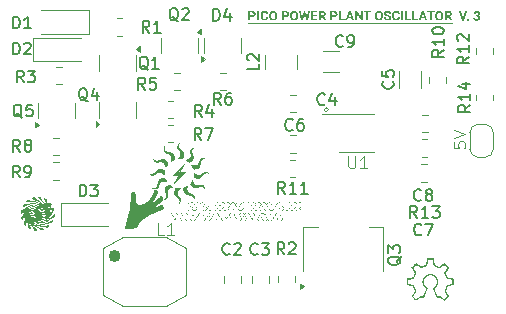
<source format=gbr>
%TF.GenerationSoftware,KiCad,Pcbnew,8.0.5*%
%TF.CreationDate,2025-01-23T11:22:46+01:00*%
%TF.ProjectId,PPP_v3_2,5050505f-7633-45f3-922e-6b696361645f,rev?*%
%TF.SameCoordinates,Original*%
%TF.FileFunction,Legend,Top*%
%TF.FilePolarity,Positive*%
%FSLAX46Y46*%
G04 Gerber Fmt 4.6, Leading zero omitted, Abs format (unit mm)*
G04 Created by KiCad (PCBNEW 8.0.5) date 2025-01-23 11:22:46*
%MOMM*%
%LPD*%
G01*
G04 APERTURE LIST*
%ADD10C,0.000000*%
%ADD11C,0.100000*%
%ADD12C,0.013330*%
%ADD13C,0.140000*%
%ADD14C,0.150000*%
%ADD15C,0.120000*%
%ADD16C,0.521699*%
G04 APERTURE END LIST*
D10*
G36*
X156669927Y-92231911D02*
G01*
X156670430Y-92231967D01*
X156670927Y-92232060D01*
X156671416Y-92232189D01*
X156671896Y-92232352D01*
X156672367Y-92232548D01*
X156672829Y-92232778D01*
X156673281Y-92233039D01*
X156673721Y-92233332D01*
X156674150Y-92233654D01*
X156674567Y-92234005D01*
X156674971Y-92234385D01*
X156675361Y-92234791D01*
X156675737Y-92235224D01*
X156676099Y-92235682D01*
X156676445Y-92236165D01*
X156676775Y-92236670D01*
X156677088Y-92237199D01*
X156677385Y-92237749D01*
X156677663Y-92238319D01*
X156677922Y-92238910D01*
X156678163Y-92239519D01*
X156678383Y-92240146D01*
X156678583Y-92240790D01*
X156678762Y-92241449D01*
X156678919Y-92242124D01*
X156679054Y-92242813D01*
X156679165Y-92243516D01*
X156679253Y-92244230D01*
X156679317Y-92244956D01*
X156679355Y-92245692D01*
X156679368Y-92246438D01*
X156679317Y-92247919D01*
X156679165Y-92249359D01*
X156678919Y-92250751D01*
X156678583Y-92252085D01*
X156678162Y-92253356D01*
X156677662Y-92254555D01*
X156677088Y-92255676D01*
X156676444Y-92256710D01*
X156675737Y-92257651D01*
X156674970Y-92258490D01*
X156674566Y-92258869D01*
X156674149Y-92259221D01*
X156673720Y-92259543D01*
X156673280Y-92259835D01*
X156672829Y-92260097D01*
X156672367Y-92260326D01*
X156671895Y-92260523D01*
X156671415Y-92260686D01*
X156670926Y-92260815D01*
X156670430Y-92260907D01*
X156669927Y-92260964D01*
X156669417Y-92260983D01*
X156668906Y-92260964D01*
X156668403Y-92260907D01*
X156667906Y-92260815D01*
X156667417Y-92260686D01*
X156666937Y-92260523D01*
X156666466Y-92260326D01*
X156666004Y-92260097D01*
X156665553Y-92259835D01*
X156665112Y-92259543D01*
X156664683Y-92259221D01*
X156664266Y-92258869D01*
X156663862Y-92258490D01*
X156663472Y-92258083D01*
X156663096Y-92257651D01*
X156662734Y-92257193D01*
X156662388Y-92256710D01*
X156662058Y-92256204D01*
X156661745Y-92255676D01*
X156661449Y-92255126D01*
X156661170Y-92254555D01*
X156660911Y-92253965D01*
X156660670Y-92253356D01*
X156660450Y-92252729D01*
X156660250Y-92252085D01*
X156660071Y-92251425D01*
X156659914Y-92250750D01*
X156659779Y-92250061D01*
X156659668Y-92249359D01*
X156659580Y-92248645D01*
X156659516Y-92247919D01*
X156659478Y-92247183D01*
X156659465Y-92246438D01*
X156659516Y-92244956D01*
X156659668Y-92243515D01*
X156659914Y-92242124D01*
X156660250Y-92240789D01*
X156660671Y-92239519D01*
X156661171Y-92238319D01*
X156661745Y-92237199D01*
X156662389Y-92236164D01*
X156663096Y-92235224D01*
X156663863Y-92234385D01*
X156664267Y-92234005D01*
X156664684Y-92233654D01*
X156665113Y-92233332D01*
X156665553Y-92233039D01*
X156666005Y-92232778D01*
X156666466Y-92232548D01*
X156666938Y-92232352D01*
X156667418Y-92232189D01*
X156667907Y-92232060D01*
X156668403Y-92231967D01*
X156668907Y-92231911D01*
X156669417Y-92231892D01*
X156669927Y-92231911D01*
G37*
G36*
X157043698Y-92220937D02*
G01*
X157048947Y-92221754D01*
X157054602Y-92223038D01*
X157060500Y-92224728D01*
X157066475Y-92226763D01*
X157072364Y-92229085D01*
X157078001Y-92231631D01*
X157083223Y-92234342D01*
X157087864Y-92237158D01*
X157091760Y-92240017D01*
X157093378Y-92241444D01*
X157094747Y-92242859D01*
X157095848Y-92244256D01*
X157096660Y-92245625D01*
X157097162Y-92246960D01*
X157097334Y-92248253D01*
X157097170Y-92249901D01*
X157096689Y-92251428D01*
X157095912Y-92252837D01*
X157094859Y-92254126D01*
X157093548Y-92255298D01*
X157091999Y-92256353D01*
X157090232Y-92257292D01*
X157088267Y-92258115D01*
X157086122Y-92258824D01*
X157083817Y-92259419D01*
X157081372Y-92259902D01*
X157078807Y-92260272D01*
X157076140Y-92260532D01*
X157073392Y-92260681D01*
X157067730Y-92260652D01*
X157061975Y-92260192D01*
X157056284Y-92259308D01*
X157053512Y-92258709D01*
X157050815Y-92258006D01*
X157048211Y-92257200D01*
X157045721Y-92256292D01*
X157043365Y-92255284D01*
X157041161Y-92254175D01*
X157039130Y-92252967D01*
X157037290Y-92251660D01*
X157035662Y-92250255D01*
X157034264Y-92248753D01*
X157033117Y-92247156D01*
X157032240Y-92245463D01*
X157032238Y-92245467D01*
X157031594Y-92243854D01*
X157031011Y-92242220D01*
X157030493Y-92240578D01*
X157030039Y-92238938D01*
X157029651Y-92237312D01*
X157029331Y-92235711D01*
X157029078Y-92234146D01*
X157028895Y-92232629D01*
X157028783Y-92231170D01*
X157028742Y-92229782D01*
X157028774Y-92228474D01*
X157028880Y-92227259D01*
X157029060Y-92226148D01*
X157029317Y-92225151D01*
X157029651Y-92224281D01*
X157030063Y-92223547D01*
X157030908Y-92222628D01*
X157032039Y-92221893D01*
X157033437Y-92221335D01*
X157035080Y-92220946D01*
X157036948Y-92220720D01*
X157039021Y-92220648D01*
X157043698Y-92220937D01*
G37*
G36*
X159802244Y-90877861D02*
G01*
X159802777Y-90877912D01*
X159803307Y-90878000D01*
X159803833Y-90878124D01*
X159804354Y-90878285D01*
X159804869Y-90878482D01*
X159805377Y-90878714D01*
X159805878Y-90878982D01*
X159806370Y-90879285D01*
X159806852Y-90879622D01*
X159807324Y-90879993D01*
X159807784Y-90880398D01*
X159808231Y-90880837D01*
X159808665Y-90881309D01*
X159809084Y-90881814D01*
X159809487Y-90882351D01*
X159809874Y-90882921D01*
X159810244Y-90883522D01*
X159810595Y-90884155D01*
X159810926Y-90884819D01*
X159811237Y-90885514D01*
X159811782Y-90886962D01*
X159812215Y-90888456D01*
X159812539Y-90889984D01*
X159812756Y-90891536D01*
X159812866Y-90893099D01*
X159812873Y-90894663D01*
X159812778Y-90896216D01*
X159812583Y-90897746D01*
X159812289Y-90899242D01*
X159811899Y-90900693D01*
X159811415Y-90902088D01*
X159810837Y-90903414D01*
X159810169Y-90904660D01*
X159809411Y-90905815D01*
X159808567Y-90906868D01*
X159808112Y-90907353D01*
X159807637Y-90907807D01*
X159807146Y-90908226D01*
X159806646Y-90908603D01*
X159806139Y-90908940D01*
X159805624Y-90909237D01*
X159805104Y-90909494D01*
X159804579Y-90909711D01*
X159804049Y-90909888D01*
X159803517Y-90910027D01*
X159802983Y-90910127D01*
X159802447Y-90910189D01*
X159801912Y-90910213D01*
X159801377Y-90910199D01*
X159800845Y-90910148D01*
X159800315Y-90910060D01*
X159799789Y-90909936D01*
X159799268Y-90909775D01*
X159798753Y-90909578D01*
X159798245Y-90909346D01*
X159797744Y-90909078D01*
X159797252Y-90908776D01*
X159796770Y-90908439D01*
X159796298Y-90908067D01*
X159795838Y-90907662D01*
X159795391Y-90907223D01*
X159794957Y-90906751D01*
X159794538Y-90906247D01*
X159794135Y-90905709D01*
X159793748Y-90905140D01*
X159793378Y-90904538D01*
X159793028Y-90903905D01*
X159792696Y-90903241D01*
X159792385Y-90902546D01*
X159791840Y-90901098D01*
X159791406Y-90899605D01*
X159791082Y-90898076D01*
X159790866Y-90896524D01*
X159790755Y-90894961D01*
X159790748Y-90893397D01*
X159790843Y-90891844D01*
X159791039Y-90890314D01*
X159791332Y-90888817D01*
X159791722Y-90887366D01*
X159792207Y-90885972D01*
X159792784Y-90884646D01*
X159793453Y-90883400D01*
X159794210Y-90882244D01*
X159795055Y-90881192D01*
X159795509Y-90880707D01*
X159795985Y-90880253D01*
X159796476Y-90879834D01*
X159796975Y-90879456D01*
X159797483Y-90879119D01*
X159797997Y-90878823D01*
X159798518Y-90878566D01*
X159799043Y-90878349D01*
X159799572Y-90878172D01*
X159800105Y-90878033D01*
X159800639Y-90877933D01*
X159801174Y-90877871D01*
X159801710Y-90877847D01*
X159802244Y-90877861D01*
G37*
G36*
X153992962Y-92217411D02*
G01*
X153993466Y-92217467D01*
X153993962Y-92217560D01*
X153994451Y-92217689D01*
X153994931Y-92217852D01*
X153995403Y-92218048D01*
X153995864Y-92218278D01*
X153996316Y-92218539D01*
X153996756Y-92218832D01*
X153997185Y-92219154D01*
X153997602Y-92219505D01*
X153998006Y-92219885D01*
X153998396Y-92220291D01*
X153998772Y-92220724D01*
X153999134Y-92221182D01*
X153999480Y-92221664D01*
X153999810Y-92222170D01*
X154000123Y-92222699D01*
X154000420Y-92223249D01*
X154000698Y-92223819D01*
X154000957Y-92224410D01*
X154001198Y-92225019D01*
X154001418Y-92225646D01*
X154001618Y-92226289D01*
X154001797Y-92226949D01*
X154001954Y-92227624D01*
X154002089Y-92228313D01*
X154002200Y-92229015D01*
X154002288Y-92229730D01*
X154002352Y-92230455D01*
X154002390Y-92231192D01*
X154002403Y-92231937D01*
X154002352Y-92233419D01*
X154002200Y-92234859D01*
X154001954Y-92236250D01*
X154001618Y-92237585D01*
X154001197Y-92238856D01*
X154000697Y-92240055D01*
X154000123Y-92241176D01*
X153999479Y-92242210D01*
X153998772Y-92243150D01*
X153998005Y-92243990D01*
X153997601Y-92244369D01*
X153997184Y-92244720D01*
X153996756Y-92245043D01*
X153996315Y-92245335D01*
X153995864Y-92245596D01*
X153995402Y-92245826D01*
X153994931Y-92246023D01*
X153994450Y-92246186D01*
X153993962Y-92246314D01*
X153993465Y-92246407D01*
X153992962Y-92246464D01*
X153992452Y-92246483D01*
X153991942Y-92246464D01*
X153991438Y-92246407D01*
X153990942Y-92246314D01*
X153990453Y-92246186D01*
X153989972Y-92246023D01*
X153989501Y-92245826D01*
X153989039Y-92245596D01*
X153988588Y-92245335D01*
X153988147Y-92245042D01*
X153987718Y-92244720D01*
X153987302Y-92244369D01*
X153986898Y-92243990D01*
X153986507Y-92243583D01*
X153986131Y-92243150D01*
X153985770Y-92242692D01*
X153985423Y-92242210D01*
X153985093Y-92241704D01*
X153984780Y-92241175D01*
X153984484Y-92240625D01*
X153984206Y-92240055D01*
X153983946Y-92239465D01*
X153983706Y-92238855D01*
X153983485Y-92238229D01*
X153983285Y-92237585D01*
X153983106Y-92236925D01*
X153982949Y-92236250D01*
X153982815Y-92235561D01*
X153982703Y-92234859D01*
X153982615Y-92234144D01*
X153982551Y-92233419D01*
X153982513Y-92232683D01*
X153982500Y-92231937D01*
X153982551Y-92230455D01*
X153982703Y-92229015D01*
X153982949Y-92227624D01*
X153983285Y-92226289D01*
X153983706Y-92225019D01*
X153984206Y-92223819D01*
X153984780Y-92222699D01*
X153985424Y-92221664D01*
X153986132Y-92220724D01*
X153986898Y-92219884D01*
X153987302Y-92219505D01*
X153987719Y-92219154D01*
X153988148Y-92218832D01*
X153988588Y-92218539D01*
X153989040Y-92218278D01*
X153989501Y-92218048D01*
X153989973Y-92217852D01*
X153990453Y-92217689D01*
X153990942Y-92217560D01*
X153991438Y-92217467D01*
X153991942Y-92217411D01*
X153992452Y-92217392D01*
X153992962Y-92217411D01*
G37*
G36*
X150241230Y-92188328D02*
G01*
X150241733Y-92188384D01*
X150242230Y-92188477D01*
X150242718Y-92188606D01*
X150243199Y-92188769D01*
X150243670Y-92188966D01*
X150244132Y-92189195D01*
X150244583Y-92189457D01*
X150245024Y-92189749D01*
X150245453Y-92190071D01*
X150245870Y-92190422D01*
X150246273Y-92190802D01*
X150246664Y-92191208D01*
X150247040Y-92191641D01*
X150247402Y-92192099D01*
X150247748Y-92192582D01*
X150248078Y-92193088D01*
X150248391Y-92193616D01*
X150248687Y-92194166D01*
X150248965Y-92194737D01*
X150249225Y-92195327D01*
X150249465Y-92195936D01*
X150249686Y-92196563D01*
X150249886Y-92197207D01*
X150250065Y-92197867D01*
X150250222Y-92198541D01*
X150250356Y-92199230D01*
X150250468Y-92199933D01*
X150250556Y-92200647D01*
X150250619Y-92201373D01*
X150250658Y-92202109D01*
X150250671Y-92202855D01*
X150250619Y-92204336D01*
X150250468Y-92205777D01*
X150250222Y-92207168D01*
X150249886Y-92208502D01*
X150249465Y-92209773D01*
X150248965Y-92210973D01*
X150248391Y-92212093D01*
X150247748Y-92213127D01*
X150247040Y-92214068D01*
X150246274Y-92214907D01*
X150245870Y-92215287D01*
X150245453Y-92215638D01*
X150245024Y-92215960D01*
X150244584Y-92216252D01*
X150244132Y-92216514D01*
X150243670Y-92216743D01*
X150243199Y-92216940D01*
X150242719Y-92217103D01*
X150242230Y-92217232D01*
X150241733Y-92217325D01*
X150241230Y-92217381D01*
X150240719Y-92217400D01*
X150240209Y-92217381D01*
X150239706Y-92217325D01*
X150239209Y-92217232D01*
X150238720Y-92217103D01*
X150238240Y-92216940D01*
X150237769Y-92216743D01*
X150237307Y-92216514D01*
X150236855Y-92216252D01*
X150236415Y-92215960D01*
X150235986Y-92215638D01*
X150235569Y-92215286D01*
X150235165Y-92214907D01*
X150234775Y-92214501D01*
X150234399Y-92214068D01*
X150234037Y-92213610D01*
X150233691Y-92213127D01*
X150233361Y-92212621D01*
X150233048Y-92212093D01*
X150232752Y-92211543D01*
X150232473Y-92210972D01*
X150232214Y-92210382D01*
X150231974Y-92209773D01*
X150231753Y-92209146D01*
X150231553Y-92208502D01*
X150231374Y-92207842D01*
X150231217Y-92207168D01*
X150231083Y-92206479D01*
X150230971Y-92205776D01*
X150230883Y-92205062D01*
X150230819Y-92204336D01*
X150230781Y-92203600D01*
X150230768Y-92202855D01*
X150230819Y-92201373D01*
X150230971Y-92199933D01*
X150231217Y-92198541D01*
X150231553Y-92197207D01*
X150231973Y-92195936D01*
X150232473Y-92194736D01*
X150233048Y-92193616D01*
X150233691Y-92192581D01*
X150234399Y-92191641D01*
X150235165Y-92190802D01*
X150235569Y-92190422D01*
X150235986Y-92190071D01*
X150236415Y-92189749D01*
X150236855Y-92189456D01*
X150237307Y-92189195D01*
X150237768Y-92188966D01*
X150238240Y-92188769D01*
X150238720Y-92188606D01*
X150239209Y-92188477D01*
X150239706Y-92188384D01*
X150240209Y-92188328D01*
X150240719Y-92188309D01*
X150241230Y-92188328D01*
G37*
G36*
X153707000Y-90770434D02*
G01*
X153707503Y-90770490D01*
X153708000Y-90770583D01*
X153708489Y-90770711D01*
X153708969Y-90770874D01*
X153709440Y-90771071D01*
X153709902Y-90771301D01*
X153710353Y-90771562D01*
X153710794Y-90771854D01*
X153711223Y-90772177D01*
X153711640Y-90772528D01*
X153712043Y-90772907D01*
X153712434Y-90773314D01*
X153712810Y-90773746D01*
X153713172Y-90774205D01*
X153713518Y-90774687D01*
X153713848Y-90775193D01*
X153714161Y-90775721D01*
X153714457Y-90776271D01*
X153714735Y-90776842D01*
X153714995Y-90777432D01*
X153715235Y-90778041D01*
X153715456Y-90778668D01*
X153715656Y-90779312D01*
X153715834Y-90779972D01*
X153715992Y-90780646D01*
X153716126Y-90781335D01*
X153716238Y-90782038D01*
X153716326Y-90782752D01*
X153716389Y-90783478D01*
X153716428Y-90784214D01*
X153716441Y-90784960D01*
X153716389Y-90786441D01*
X153716238Y-90787882D01*
X153715992Y-90789273D01*
X153715656Y-90790607D01*
X153715235Y-90791878D01*
X153714735Y-90793078D01*
X153714161Y-90794198D01*
X153713518Y-90795233D01*
X153712810Y-90796173D01*
X153712043Y-90797012D01*
X153711640Y-90797392D01*
X153711223Y-90797743D01*
X153710794Y-90798065D01*
X153710353Y-90798358D01*
X153709902Y-90798619D01*
X153709440Y-90798849D01*
X153708969Y-90799045D01*
X153708489Y-90799209D01*
X153708000Y-90799337D01*
X153707503Y-90799430D01*
X153707000Y-90799486D01*
X153706489Y-90799505D01*
X153705979Y-90799486D01*
X153705476Y-90799430D01*
X153704979Y-90799337D01*
X153704490Y-90799208D01*
X153704010Y-90799045D01*
X153703539Y-90798849D01*
X153703077Y-90798619D01*
X153702626Y-90798358D01*
X153702185Y-90798065D01*
X153701756Y-90797743D01*
X153701339Y-90797392D01*
X153700936Y-90797012D01*
X153700545Y-90796606D01*
X153700169Y-90796173D01*
X153699807Y-90795715D01*
X153699461Y-90795232D01*
X153699131Y-90794726D01*
X153698818Y-90794198D01*
X153698522Y-90793648D01*
X153698244Y-90793077D01*
X153697984Y-90792487D01*
X153697744Y-90791878D01*
X153697523Y-90791251D01*
X153697323Y-90790607D01*
X153697144Y-90789947D01*
X153696987Y-90789273D01*
X153696853Y-90788584D01*
X153696741Y-90787881D01*
X153696653Y-90787167D01*
X153696590Y-90786441D01*
X153696551Y-90785705D01*
X153696538Y-90784960D01*
X153696590Y-90783478D01*
X153696741Y-90782038D01*
X153696987Y-90780646D01*
X153697323Y-90779312D01*
X153697744Y-90778041D01*
X153698244Y-90776842D01*
X153698818Y-90775721D01*
X153699461Y-90774687D01*
X153700169Y-90773746D01*
X153700936Y-90772907D01*
X153701339Y-90772528D01*
X153701756Y-90772177D01*
X153702185Y-90771854D01*
X153702626Y-90771562D01*
X153703077Y-90771301D01*
X153703539Y-90771071D01*
X153704010Y-90770874D01*
X153704490Y-90770711D01*
X153704979Y-90770583D01*
X153705476Y-90770490D01*
X153705979Y-90770434D01*
X153706489Y-90770414D01*
X153707000Y-90770434D01*
G37*
G36*
X171392009Y-95490817D02*
G01*
X171396392Y-95511029D01*
X171400480Y-95531248D01*
X171404185Y-95550934D01*
X171407417Y-95569546D01*
X171410086Y-95586546D01*
X171412102Y-95601393D01*
X171413378Y-95613546D01*
X171413822Y-95622467D01*
X171413880Y-95626099D01*
X171414050Y-95629849D01*
X171414328Y-95633690D01*
X171414707Y-95637593D01*
X171415747Y-95645467D01*
X171417122Y-95653240D01*
X171417921Y-95657017D01*
X171418787Y-95660682D01*
X171419714Y-95664207D01*
X171420696Y-95667563D01*
X171421728Y-95670721D01*
X171422803Y-95673652D01*
X171423916Y-95676327D01*
X171425062Y-95678717D01*
X171426284Y-95681446D01*
X171427622Y-95685117D01*
X171429064Y-95689667D01*
X171430595Y-95695034D01*
X171433872Y-95707968D01*
X171437348Y-95723420D01*
X171440915Y-95740891D01*
X171444467Y-95759881D01*
X171447897Y-95779890D01*
X171451098Y-95800421D01*
X171454407Y-95821708D01*
X171457777Y-95841062D01*
X171461262Y-95858579D01*
X171464917Y-95874358D01*
X171468794Y-95888494D01*
X171472947Y-95901084D01*
X171477431Y-95912225D01*
X171482299Y-95922015D01*
X171487605Y-95930549D01*
X171493402Y-95937925D01*
X171499744Y-95944239D01*
X171506686Y-95949589D01*
X171514280Y-95954071D01*
X171522581Y-95957782D01*
X171531643Y-95960819D01*
X171541518Y-95963278D01*
X171550019Y-95965242D01*
X171558442Y-95967460D01*
X171566569Y-95969858D01*
X171574180Y-95972359D01*
X171581055Y-95974886D01*
X171586974Y-95977363D01*
X171589507Y-95978559D01*
X171591718Y-95979714D01*
X171593581Y-95980819D01*
X171595067Y-95981863D01*
X171596971Y-95983131D01*
X171600060Y-95984890D01*
X171609513Y-95989758D01*
X171622878Y-95996213D01*
X171639604Y-96004004D01*
X171659142Y-96012879D01*
X171680942Y-96022583D01*
X171704454Y-96032865D01*
X171729128Y-96043472D01*
X171850688Y-96095276D01*
X172047878Y-95961822D01*
X172126000Y-95908655D01*
X172192939Y-95862548D01*
X172241579Y-95828440D01*
X172264801Y-95811270D01*
X172266923Y-95809528D01*
X172269205Y-95807835D01*
X172271625Y-95806200D01*
X172274164Y-95804631D01*
X172276798Y-95803137D01*
X172279508Y-95801727D01*
X172282272Y-95800410D01*
X172285069Y-95799195D01*
X172287877Y-95798090D01*
X172290676Y-95797103D01*
X172293444Y-95796245D01*
X172296161Y-95795523D01*
X172298804Y-95794946D01*
X172301354Y-95794523D01*
X172303788Y-95794263D01*
X172306085Y-95794174D01*
X172309567Y-95795180D01*
X172314849Y-95798116D01*
X172330310Y-95809285D01*
X172351468Y-95826692D01*
X172377318Y-95849351D01*
X172439092Y-95906470D01*
X172507612Y-95972742D01*
X172574863Y-96040266D01*
X172632826Y-96101141D01*
X172655818Y-96126615D01*
X172673483Y-96147465D01*
X172684816Y-96162701D01*
X172687796Y-96167906D01*
X172688817Y-96171338D01*
X172687121Y-96176981D01*
X172682221Y-96187179D01*
X172663946Y-96219482D01*
X172636262Y-96264733D01*
X172601439Y-96319420D01*
X172561746Y-96380032D01*
X172519453Y-96443056D01*
X172476830Y-96504980D01*
X172436147Y-96562292D01*
X172429038Y-96572517D01*
X172422921Y-96582267D01*
X172420238Y-96587006D01*
X172417805Y-96591676D01*
X172415623Y-96596295D01*
X172413694Y-96600880D01*
X172412018Y-96605446D01*
X172410597Y-96610011D01*
X172409430Y-96614592D01*
X172408520Y-96619205D01*
X172407865Y-96623868D01*
X172407469Y-96628597D01*
X172407331Y-96633408D01*
X172407452Y-96638319D01*
X172407833Y-96643347D01*
X172408475Y-96648509D01*
X172409379Y-96653820D01*
X172410545Y-96659298D01*
X172411975Y-96664960D01*
X172413669Y-96670823D01*
X172415628Y-96676903D01*
X172417854Y-96683217D01*
X172423106Y-96696615D01*
X172429432Y-96711151D01*
X172436839Y-96726960D01*
X172445334Y-96744177D01*
X172458158Y-96770420D01*
X172472147Y-96800312D01*
X172485609Y-96830168D01*
X172496854Y-96856305D01*
X172517062Y-96904232D01*
X172525778Y-96924060D01*
X172533764Y-96941383D01*
X172541168Y-96956390D01*
X172548138Y-96969272D01*
X172554819Y-96980217D01*
X172561361Y-96989415D01*
X172567909Y-96997055D01*
X172574611Y-97003327D01*
X172581616Y-97008421D01*
X172589068Y-97012526D01*
X172597117Y-97015831D01*
X172605910Y-97018525D01*
X172615593Y-97020799D01*
X172626314Y-97022842D01*
X172657579Y-97028638D01*
X172701129Y-97037107D01*
X172751196Y-97047114D01*
X172802016Y-97057522D01*
X172853766Y-97067731D01*
X172906368Y-97077247D01*
X172953668Y-97085001D01*
X172973408Y-97087883D01*
X172989516Y-97089923D01*
X173009511Y-97092175D01*
X173026969Y-97094469D01*
X173034800Y-97095775D01*
X173042061Y-97097264D01*
X173048773Y-97098993D01*
X173054959Y-97101020D01*
X173060639Y-97103402D01*
X173065836Y-97106197D01*
X173070570Y-97109461D01*
X173074863Y-97113253D01*
X173078737Y-97117630D01*
X173082213Y-97122650D01*
X173085313Y-97128369D01*
X173088059Y-97134846D01*
X173090471Y-97142137D01*
X173092572Y-97150301D01*
X173094382Y-97159394D01*
X173095924Y-97169474D01*
X173097219Y-97180599D01*
X173098289Y-97192826D01*
X173099154Y-97206213D01*
X173099837Y-97220817D01*
X173100741Y-97253904D01*
X173101174Y-97292550D01*
X173101314Y-97388351D01*
X173101199Y-97479381D01*
X173100249Y-97547686D01*
X173099178Y-97574390D01*
X173097559Y-97596702D01*
X173095279Y-97615050D01*
X173092224Y-97629864D01*
X173088281Y-97641574D01*
X173083337Y-97650608D01*
X173080455Y-97654257D01*
X173077279Y-97657397D01*
X173069994Y-97662369D01*
X173061368Y-97665955D01*
X173051288Y-97668582D01*
X173026314Y-97672683D01*
X172927895Y-97689026D01*
X172807604Y-97711303D01*
X172697158Y-97733414D01*
X172655539Y-97742499D01*
X172628275Y-97749255D01*
X172618858Y-97751979D01*
X172610505Y-97754586D01*
X172603072Y-97757260D01*
X172599655Y-97758680D01*
X172596415Y-97760184D01*
X172593334Y-97761797D01*
X172590393Y-97763541D01*
X172587576Y-97765438D01*
X172584863Y-97767513D01*
X172582237Y-97769787D01*
X172579681Y-97772284D01*
X172577176Y-97775025D01*
X172574704Y-97778036D01*
X172572248Y-97781337D01*
X172569790Y-97784952D01*
X172567313Y-97788904D01*
X172564797Y-97793216D01*
X172562225Y-97797910D01*
X172559580Y-97803010D01*
X172553997Y-97814518D01*
X172547905Y-97827921D01*
X172541162Y-97843404D01*
X172525150Y-97881338D01*
X172506187Y-97927466D01*
X172490659Y-97966845D01*
X172484684Y-97982698D01*
X172480167Y-97995297D01*
X172477311Y-98004120D01*
X172476314Y-98008645D01*
X172476152Y-98010070D01*
X172475676Y-98012113D01*
X172474903Y-98014737D01*
X172473848Y-98017902D01*
X172470958Y-98025703D01*
X172467133Y-98035207D01*
X172462504Y-98046106D01*
X172457196Y-98058093D01*
X172451340Y-98070858D01*
X172445062Y-98084094D01*
X172438277Y-98098294D01*
X172432394Y-98111004D01*
X172427411Y-98122386D01*
X172423328Y-98132602D01*
X172420142Y-98141813D01*
X172417853Y-98150181D01*
X172417045Y-98154100D01*
X172416460Y-98157869D01*
X172416099Y-98161508D01*
X172415961Y-98165038D01*
X172416047Y-98168478D01*
X172416355Y-98171850D01*
X172416887Y-98175173D01*
X172417641Y-98178468D01*
X172418619Y-98181754D01*
X172419818Y-98185052D01*
X172421240Y-98188383D01*
X172422885Y-98191766D01*
X172426840Y-98198772D01*
X172431681Y-98206230D01*
X172437409Y-98214303D01*
X172444022Y-98223153D01*
X172466595Y-98253417D01*
X172490918Y-98286935D01*
X172540217Y-98357058D01*
X172562894Y-98390327D01*
X172582723Y-98420176D01*
X172598555Y-98444937D01*
X172609239Y-98462942D01*
X172613979Y-98471200D01*
X172619564Y-98480296D01*
X172625789Y-98489933D01*
X172632449Y-98499811D01*
X172639338Y-98509633D01*
X172646251Y-98519100D01*
X172652982Y-98527915D01*
X172659326Y-98535778D01*
X172662330Y-98539488D01*
X172665250Y-98543310D01*
X172668071Y-98547214D01*
X172670777Y-98551171D01*
X172673354Y-98555152D01*
X172675786Y-98559130D01*
X172678058Y-98563073D01*
X172680155Y-98566955D01*
X172682062Y-98570745D01*
X172683764Y-98574414D01*
X172685245Y-98577935D01*
X172686491Y-98581277D01*
X172687487Y-98584413D01*
X172688216Y-98587312D01*
X172688665Y-98589947D01*
X172688818Y-98592288D01*
X172687791Y-98595442D01*
X172684794Y-98600477D01*
X172673398Y-98615669D01*
X172655646Y-98636824D01*
X172632552Y-98662903D01*
X172574401Y-98725676D01*
X172507067Y-98795676D01*
X172438673Y-98864591D01*
X172377339Y-98924107D01*
X172351858Y-98947743D01*
X172331188Y-98965912D01*
X172316345Y-98977576D01*
X172311425Y-98980644D01*
X172308342Y-98981695D01*
X172307002Y-98981599D01*
X172305431Y-98981318D01*
X172301658Y-98980236D01*
X172297146Y-98978523D01*
X172292014Y-98976252D01*
X172286385Y-98973495D01*
X172280379Y-98970327D01*
X172274119Y-98966820D01*
X172267725Y-98963048D01*
X172261318Y-98959085D01*
X172255021Y-98955002D01*
X172248954Y-98950875D01*
X172243238Y-98946775D01*
X172237996Y-98942777D01*
X172233347Y-98938953D01*
X172229415Y-98935377D01*
X172226319Y-98932122D01*
X172225001Y-98930929D01*
X172222384Y-98928883D01*
X172213535Y-98922425D01*
X172200335Y-98913135D01*
X172183349Y-98901399D01*
X172140274Y-98872142D01*
X172088819Y-98837750D01*
X172035945Y-98802197D01*
X171989005Y-98769781D01*
X171953102Y-98744080D01*
X171940883Y-98734866D01*
X171933336Y-98728674D01*
X171927368Y-98723416D01*
X171924539Y-98721074D01*
X171921789Y-98718926D01*
X171919099Y-98716976D01*
X171916451Y-98715228D01*
X171913826Y-98713683D01*
X171911206Y-98712346D01*
X171908571Y-98711219D01*
X171905904Y-98710306D01*
X171903185Y-98709609D01*
X171900397Y-98709131D01*
X171897520Y-98708876D01*
X171894536Y-98708847D01*
X171891426Y-98709047D01*
X171888172Y-98709478D01*
X171884755Y-98710145D01*
X171881157Y-98711049D01*
X171877359Y-98712195D01*
X171873342Y-98713585D01*
X171869088Y-98715222D01*
X171864578Y-98717109D01*
X171859794Y-98719250D01*
X171854716Y-98721648D01*
X171849327Y-98724305D01*
X171843608Y-98727224D01*
X171831105Y-98733865D01*
X171817058Y-98741592D01*
X171801319Y-98750433D01*
X171779768Y-98762587D01*
X171760836Y-98772954D01*
X171744213Y-98781328D01*
X171736670Y-98784705D01*
X171729589Y-98787506D01*
X171722929Y-98789707D01*
X171716652Y-98791282D01*
X171710720Y-98792206D01*
X171705093Y-98792453D01*
X171699733Y-98791997D01*
X171694600Y-98790814D01*
X171689657Y-98788876D01*
X171684864Y-98786160D01*
X171680183Y-98782639D01*
X171675574Y-98778287D01*
X171670999Y-98773080D01*
X171666419Y-98766991D01*
X171661796Y-98759996D01*
X171657089Y-98752068D01*
X171652262Y-98743181D01*
X171647274Y-98733312D01*
X171636662Y-98710519D01*
X171624944Y-98683486D01*
X171596946Y-98615878D01*
X171538325Y-98474640D01*
X171515063Y-98419561D01*
X171500071Y-98384945D01*
X171490848Y-98363887D01*
X171483296Y-98345741D01*
X171480389Y-98338364D01*
X171478193Y-98332439D01*
X171476804Y-98328207D01*
X171476442Y-98326803D01*
X171476319Y-98325912D01*
X171476162Y-98324974D01*
X171475701Y-98323387D01*
X171473932Y-98318413D01*
X171471135Y-98311289D01*
X171467433Y-98302314D01*
X171462952Y-98291789D01*
X171457815Y-98280012D01*
X171452147Y-98267282D01*
X171446071Y-98253899D01*
X171430255Y-98217957D01*
X171409553Y-98168857D01*
X171386650Y-98113060D01*
X171364232Y-98057025D01*
X171312642Y-97926113D01*
X171363480Y-97882025D01*
X171414214Y-97838335D01*
X171464803Y-97795196D01*
X171476066Y-97785156D01*
X171487561Y-97773942D01*
X171499199Y-97761682D01*
X171510893Y-97748504D01*
X171522555Y-97734536D01*
X171534096Y-97719906D01*
X171545428Y-97704742D01*
X171556463Y-97689170D01*
X171567112Y-97673319D01*
X171577288Y-97657318D01*
X171586902Y-97641293D01*
X171595867Y-97625372D01*
X171604093Y-97609683D01*
X171611494Y-97594355D01*
X171617979Y-97579514D01*
X171623462Y-97565289D01*
X171625396Y-97559469D01*
X171627336Y-97552857D01*
X171631183Y-97537561D01*
X171634903Y-97520001D01*
X171638394Y-97500774D01*
X171641555Y-97480480D01*
X171644287Y-97459718D01*
X171646487Y-97439087D01*
X171648055Y-97419186D01*
X171649166Y-97379906D01*
X171647569Y-97341461D01*
X171643365Y-97303916D01*
X171636656Y-97267336D01*
X171627543Y-97231787D01*
X171616128Y-97197334D01*
X171602512Y-97164042D01*
X171586796Y-97131977D01*
X171569081Y-97101204D01*
X171549470Y-97071788D01*
X171528063Y-97043796D01*
X171504962Y-97017291D01*
X171480268Y-96992340D01*
X171454082Y-96969008D01*
X171426506Y-96947360D01*
X171397642Y-96927462D01*
X171367591Y-96909379D01*
X171336453Y-96893176D01*
X171304331Y-96878918D01*
X171271326Y-96866672D01*
X171237539Y-96856502D01*
X171203071Y-96848474D01*
X171168024Y-96842653D01*
X171132500Y-96839104D01*
X171096599Y-96837893D01*
X171060424Y-96839086D01*
X171024075Y-96842746D01*
X170987654Y-96848941D01*
X170951262Y-96857735D01*
X170915000Y-96869194D01*
X170878971Y-96883382D01*
X170843274Y-96900366D01*
X170815667Y-96915601D01*
X170789293Y-96932034D01*
X170764164Y-96949649D01*
X170740294Y-96968429D01*
X170717694Y-96988358D01*
X170696377Y-97009421D01*
X170676354Y-97031600D01*
X170657637Y-97054881D01*
X170640240Y-97079247D01*
X170624174Y-97104682D01*
X170609451Y-97131170D01*
X170596083Y-97158695D01*
X170584083Y-97187241D01*
X170573463Y-97216791D01*
X170564235Y-97247330D01*
X170556411Y-97278842D01*
X170550480Y-97306730D01*
X170548106Y-97319139D01*
X170546119Y-97330729D01*
X170544515Y-97341653D01*
X170543289Y-97352065D01*
X170542437Y-97362117D01*
X170541953Y-97371962D01*
X170541834Y-97381754D01*
X170542074Y-97391646D01*
X170542670Y-97401792D01*
X170543615Y-97412343D01*
X170544905Y-97423453D01*
X170546537Y-97435276D01*
X170550803Y-97461673D01*
X170556757Y-97492628D01*
X170563745Y-97522393D01*
X170571801Y-97551023D01*
X170580962Y-97578576D01*
X170591262Y-97605108D01*
X170602738Y-97630676D01*
X170615423Y-97655337D01*
X170629354Y-97679147D01*
X170644567Y-97702164D01*
X170661095Y-97724443D01*
X170678975Y-97746042D01*
X170698242Y-97767018D01*
X170718931Y-97787427D01*
X170741078Y-97807326D01*
X170764718Y-97826772D01*
X170789885Y-97845822D01*
X170814315Y-97863890D01*
X170824668Y-97871826D01*
X170833850Y-97879108D01*
X170841915Y-97885793D01*
X170848913Y-97891940D01*
X170854899Y-97897606D01*
X170859923Y-97902852D01*
X170864040Y-97907734D01*
X170867302Y-97912310D01*
X170869760Y-97916640D01*
X170871469Y-97920781D01*
X170872479Y-97924791D01*
X170872844Y-97928729D01*
X170872617Y-97932653D01*
X170871850Y-97936621D01*
X170867141Y-97952414D01*
X170859150Y-97976378D01*
X170836845Y-98039168D01*
X170811972Y-98105700D01*
X170800771Y-98134342D01*
X170791567Y-98156686D01*
X170773082Y-98200791D01*
X170747522Y-98262933D01*
X170623241Y-98566090D01*
X170583487Y-98660347D01*
X170554963Y-98724247D01*
X170534896Y-98763687D01*
X170527169Y-98776076D01*
X170520516Y-98784561D01*
X170514592Y-98789877D01*
X170509049Y-98792762D01*
X170497725Y-98794186D01*
X170494778Y-98793951D01*
X170491059Y-98793260D01*
X170486623Y-98792139D01*
X170481527Y-98790609D01*
X170475827Y-98788693D01*
X170469577Y-98786416D01*
X170462835Y-98783800D01*
X170455654Y-98780869D01*
X170440203Y-98774153D01*
X170423669Y-98766455D01*
X170406498Y-98757960D01*
X170389135Y-98748855D01*
X170305205Y-98703524D01*
X170168890Y-98794756D01*
X170110824Y-98833957D01*
X170053496Y-98873248D01*
X170003512Y-98908063D01*
X169967483Y-98933840D01*
X169954074Y-98943453D01*
X169940922Y-98952421D01*
X169928359Y-98960547D01*
X169916719Y-98967635D01*
X169906338Y-98973489D01*
X169897547Y-98977914D01*
X169893853Y-98979529D01*
X169890683Y-98980712D01*
X169888077Y-98981441D01*
X169886077Y-98981689D01*
X169884996Y-98981443D01*
X169883443Y-98980715D01*
X169878976Y-98977858D01*
X169872780Y-98973215D01*
X169864960Y-98966881D01*
X169855620Y-98958952D01*
X169844864Y-98949525D01*
X169819523Y-98926561D01*
X169789772Y-98898759D01*
X169756448Y-98866889D01*
X169720385Y-98831719D01*
X169682418Y-98794021D01*
X169682400Y-98794003D01*
X169495055Y-98606338D01*
X169520055Y-98564105D01*
X169537204Y-98536435D01*
X169561453Y-98498995D01*
X169620781Y-98410231D01*
X169677097Y-98328659D01*
X169697580Y-98300209D01*
X169709457Y-98285125D01*
X169711070Y-98283331D01*
X169712928Y-98281120D01*
X169717284Y-98275574D01*
X169722351Y-98268737D01*
X169727953Y-98260861D01*
X169733914Y-98252196D01*
X169740059Y-98242992D01*
X169746213Y-98233501D01*
X169752200Y-98223974D01*
X169756752Y-98216510D01*
X169760742Y-98209702D01*
X169764184Y-98203441D01*
X169767092Y-98197618D01*
X169769481Y-98192125D01*
X169770486Y-98189467D01*
X169771366Y-98186851D01*
X169772123Y-98184262D01*
X169772759Y-98181688D01*
X169773277Y-98179114D01*
X169773677Y-98176528D01*
X169773961Y-98173914D01*
X169774132Y-98171260D01*
X169774192Y-98168552D01*
X169774141Y-98165777D01*
X169773715Y-98159968D01*
X169772872Y-98153726D01*
X169771623Y-98146941D01*
X169769985Y-98139503D01*
X169767971Y-98131305D01*
X169765595Y-98122238D01*
X169762046Y-98109834D01*
X169757676Y-98095972D01*
X169752658Y-98081122D01*
X169747163Y-98065749D01*
X169741362Y-98050322D01*
X169735426Y-98035308D01*
X169729526Y-98021174D01*
X169723835Y-98008389D01*
X169710707Y-97978978D01*
X169694786Y-97941746D01*
X169678079Y-97901468D01*
X169662598Y-97862918D01*
X169655346Y-97845190D01*
X169647926Y-97828357D01*
X169640549Y-97812810D01*
X169633423Y-97798938D01*
X169626758Y-97787130D01*
X169623663Y-97782122D01*
X169620762Y-97777776D01*
X169618081Y-97774141D01*
X169615645Y-97771265D01*
X169613481Y-97769197D01*
X169611616Y-97767987D01*
X169602980Y-97763966D01*
X169591708Y-97758502D01*
X169579261Y-97752310D01*
X169567100Y-97746105D01*
X169564073Y-97744631D01*
X169560779Y-97743196D01*
X169557250Y-97741810D01*
X169553519Y-97740478D01*
X169549617Y-97739210D01*
X169545577Y-97738011D01*
X169541430Y-97736891D01*
X169537209Y-97735856D01*
X169532945Y-97734913D01*
X169528671Y-97734071D01*
X169524418Y-97733337D01*
X169520219Y-97732718D01*
X169516105Y-97732222D01*
X169512110Y-97731856D01*
X169508264Y-97731628D01*
X169504600Y-97731546D01*
X169500465Y-97731401D01*
X169495237Y-97731004D01*
X169481816Y-97729504D01*
X169464968Y-97727149D01*
X169445320Y-97724043D01*
X169423501Y-97720290D01*
X169400139Y-97715993D01*
X169375865Y-97711257D01*
X169351305Y-97706185D01*
X169301252Y-97695790D01*
X169252751Y-97686140D01*
X169211339Y-97678313D01*
X169182555Y-97673385D01*
X169172193Y-97671614D01*
X169161909Y-97669474D01*
X169151973Y-97667048D01*
X169142653Y-97664416D01*
X169134220Y-97661660D01*
X169130420Y-97660261D01*
X169126943Y-97658862D01*
X169123821Y-97657473D01*
X169121090Y-97656104D01*
X169118782Y-97654765D01*
X169116930Y-97653466D01*
X169115866Y-97652429D01*
X169114845Y-97651028D01*
X169113867Y-97649252D01*
X169112931Y-97647089D01*
X169112037Y-97644529D01*
X169111184Y-97641561D01*
X169109599Y-97634355D01*
X169108170Y-97625382D01*
X169106893Y-97614553D01*
X169105762Y-97601780D01*
X169104772Y-97586973D01*
X169103917Y-97570044D01*
X169103783Y-97566485D01*
X169226307Y-97566485D01*
X169379432Y-97593124D01*
X169536467Y-97621157D01*
X169587696Y-97631421D01*
X169624927Y-97640323D01*
X169639276Y-97644531D01*
X169651307Y-97648719D01*
X169661411Y-97652995D01*
X169669982Y-97657466D01*
X169677414Y-97662237D01*
X169684100Y-97667418D01*
X169696806Y-97679431D01*
X169700640Y-97683908D01*
X169705118Y-97690136D01*
X169710193Y-97698016D01*
X169715817Y-97707452D01*
X169721941Y-97718347D01*
X169728519Y-97730603D01*
X169742841Y-97758808D01*
X169758401Y-97791292D01*
X169774815Y-97827276D01*
X169791701Y-97865981D01*
X169808675Y-97906631D01*
X169845605Y-97998100D01*
X169859968Y-98035892D01*
X169871519Y-98069379D01*
X169880199Y-98099301D01*
X169883445Y-98113158D01*
X169885951Y-98126401D01*
X169887711Y-98139124D01*
X169888717Y-98151419D01*
X169888962Y-98163380D01*
X169888439Y-98175098D01*
X169887140Y-98186667D01*
X169885058Y-98198178D01*
X169882186Y-98209726D01*
X169878517Y-98221403D01*
X169874043Y-98233300D01*
X169868757Y-98245512D01*
X169855721Y-98271248D01*
X169839350Y-98299353D01*
X169819587Y-98330567D01*
X169769651Y-98405291D01*
X169737620Y-98453144D01*
X169711842Y-98492683D01*
X169691848Y-98524769D01*
X169677174Y-98550264D01*
X169671686Y-98560809D01*
X169667353Y-98570030D01*
X169664117Y-98578034D01*
X169661918Y-98584929D01*
X169660700Y-98590822D01*
X169660404Y-98595821D01*
X169660971Y-98600035D01*
X169662344Y-98603570D01*
X169666645Y-98609420D01*
X169675084Y-98619100D01*
X169702004Y-98647624D01*
X169738355Y-98684501D01*
X169779393Y-98725085D01*
X169820370Y-98764733D01*
X169856541Y-98798803D01*
X169883160Y-98822650D01*
X169891404Y-98829289D01*
X169895480Y-98831631D01*
X169896830Y-98831015D01*
X169899965Y-98829209D01*
X169911212Y-98822267D01*
X169950982Y-98796773D01*
X170008779Y-98759041D01*
X170078594Y-98712966D01*
X170078594Y-98713006D01*
X170145775Y-98669187D01*
X170174325Y-98651355D01*
X170199964Y-98636111D01*
X170223029Y-98623360D01*
X170243855Y-98613005D01*
X170262779Y-98604950D01*
X170280137Y-98599098D01*
X170296266Y-98595354D01*
X170303975Y-98594242D01*
X170311503Y-98593620D01*
X170318891Y-98593477D01*
X170326183Y-98593801D01*
X170340643Y-98595799D01*
X170355220Y-98599519D01*
X170370250Y-98604864D01*
X170386069Y-98611737D01*
X170403014Y-98620043D01*
X170413288Y-98625156D01*
X170423041Y-98629757D01*
X170432046Y-98633757D01*
X170440080Y-98637068D01*
X170446915Y-98639600D01*
X170452328Y-98641266D01*
X170454430Y-98641746D01*
X170456091Y-98641977D01*
X170457285Y-98641946D01*
X170457697Y-98641830D01*
X170457981Y-98641644D01*
X170459507Y-98639470D01*
X170461863Y-98635180D01*
X170468994Y-98620414D01*
X170479237Y-98597666D01*
X170492456Y-98567255D01*
X170508512Y-98529503D01*
X170527268Y-98484730D01*
X170572332Y-98375402D01*
X170618570Y-98263606D01*
X170637726Y-98218166D01*
X170650805Y-98187902D01*
X170664840Y-98155576D01*
X170679623Y-98120154D01*
X170708198Y-98048390D01*
X170720379Y-98016233D01*
X170730078Y-97989347D01*
X170736489Y-97969825D01*
X170738209Y-97963479D01*
X170738805Y-97959759D01*
X170738762Y-97959151D01*
X170738634Y-97958505D01*
X170738424Y-97957823D01*
X170738133Y-97957107D01*
X170737764Y-97956359D01*
X170737318Y-97955580D01*
X170736799Y-97954773D01*
X170736207Y-97953939D01*
X170735546Y-97953081D01*
X170734816Y-97952200D01*
X170733162Y-97950375D01*
X170731262Y-97948482D01*
X170729133Y-97946533D01*
X170726792Y-97944545D01*
X170724256Y-97942532D01*
X170721541Y-97940509D01*
X170718665Y-97938490D01*
X170715644Y-97936491D01*
X170712495Y-97934526D01*
X170709235Y-97932610D01*
X170705881Y-97930758D01*
X170695852Y-97924608D01*
X170684611Y-97916322D01*
X170672345Y-97906116D01*
X170659240Y-97894205D01*
X170645480Y-97880806D01*
X170631253Y-97866132D01*
X170616744Y-97850401D01*
X170602139Y-97833827D01*
X170587623Y-97816626D01*
X170573384Y-97799014D01*
X170559605Y-97781206D01*
X170546474Y-97763418D01*
X170534176Y-97745866D01*
X170522897Y-97728765D01*
X170512823Y-97712330D01*
X170504140Y-97696777D01*
X170496589Y-97681605D01*
X170489162Y-97665050D01*
X170481911Y-97647306D01*
X170474884Y-97628565D01*
X170468132Y-97609021D01*
X170461706Y-97588866D01*
X170455654Y-97568293D01*
X170450027Y-97547496D01*
X170444875Y-97526668D01*
X170440248Y-97506000D01*
X170436195Y-97485687D01*
X170432768Y-97465921D01*
X170430015Y-97446895D01*
X170427986Y-97428802D01*
X170426733Y-97411835D01*
X170426304Y-97396188D01*
X170426718Y-97381158D01*
X170427911Y-97364074D01*
X170432342Y-97325164D01*
X170439013Y-97282300D01*
X170447340Y-97238323D01*
X170456739Y-97196076D01*
X170466626Y-97158399D01*
X170471569Y-97142162D01*
X170476416Y-97128134D01*
X170481093Y-97116669D01*
X170485526Y-97108123D01*
X170520696Y-97052249D01*
X170536906Y-97027642D01*
X170552418Y-97005012D01*
X170567395Y-96984177D01*
X170582002Y-96964956D01*
X170596402Y-96947166D01*
X170610759Y-96930626D01*
X170625237Y-96915154D01*
X170640000Y-96900567D01*
X170655212Y-96886684D01*
X170671036Y-96873323D01*
X170687637Y-96860302D01*
X170705179Y-96847439D01*
X170723824Y-96834552D01*
X170743738Y-96821460D01*
X170765165Y-96807984D01*
X170785667Y-96795771D01*
X170805448Y-96784765D01*
X170824709Y-96774911D01*
X170843652Y-96766152D01*
X170862479Y-96758434D01*
X170881392Y-96751699D01*
X170900593Y-96745894D01*
X170920283Y-96740960D01*
X170940666Y-96736844D01*
X170961943Y-96733490D01*
X170984315Y-96730840D01*
X171007986Y-96728841D01*
X171033156Y-96727436D01*
X171060028Y-96726568D01*
X171088804Y-96726184D01*
X171121025Y-96726281D01*
X171150923Y-96726922D01*
X171178756Y-96728181D01*
X171204781Y-96730132D01*
X171229257Y-96732849D01*
X171252444Y-96736407D01*
X171274598Y-96740879D01*
X171295978Y-96746340D01*
X171316844Y-96752863D01*
X171337453Y-96760524D01*
X171358064Y-96769396D01*
X171378934Y-96779552D01*
X171400323Y-96791069D01*
X171422490Y-96804018D01*
X171445691Y-96818476D01*
X171470186Y-96834515D01*
X171490926Y-96848761D01*
X171510562Y-96863074D01*
X171529168Y-96877541D01*
X171546817Y-96892247D01*
X171563580Y-96907279D01*
X171579532Y-96922723D01*
X171594744Y-96938664D01*
X171609290Y-96955190D01*
X171623242Y-96972385D01*
X171636673Y-96990336D01*
X171649655Y-97009129D01*
X171662262Y-97028851D01*
X171674566Y-97049586D01*
X171686640Y-97071423D01*
X171698557Y-97094445D01*
X171710389Y-97118740D01*
X171723746Y-97147693D01*
X171729333Y-97160602D01*
X171734262Y-97172779D01*
X171738585Y-97184457D01*
X171742353Y-97195872D01*
X171745618Y-97207258D01*
X171748434Y-97218850D01*
X171750850Y-97230882D01*
X171752920Y-97243589D01*
X171754695Y-97257205D01*
X171756228Y-97271964D01*
X171757569Y-97288102D01*
X171758772Y-97305853D01*
X171760968Y-97347131D01*
X171762083Y-97377120D01*
X171762483Y-97405574D01*
X171762132Y-97432646D01*
X171760997Y-97458489D01*
X171759041Y-97483256D01*
X171756229Y-97507101D01*
X171752527Y-97530175D01*
X171747898Y-97552633D01*
X171742309Y-97574628D01*
X171735723Y-97596311D01*
X171728106Y-97617838D01*
X171719422Y-97639359D01*
X171709637Y-97661030D01*
X171698714Y-97683002D01*
X171686619Y-97705429D01*
X171673317Y-97728463D01*
X171652020Y-97763245D01*
X171641924Y-97778885D01*
X171632090Y-97793480D01*
X171622438Y-97807121D01*
X171612888Y-97819899D01*
X171603361Y-97831906D01*
X171593777Y-97843232D01*
X171584056Y-97853969D01*
X171574117Y-97864207D01*
X171563882Y-97874039D01*
X171553271Y-97883555D01*
X171542203Y-97892847D01*
X171530600Y-97902006D01*
X171518380Y-97911122D01*
X171505465Y-97920288D01*
X171453377Y-97956408D01*
X171475486Y-98015896D01*
X171487075Y-98046307D01*
X171500590Y-98080438D01*
X171531997Y-98156544D01*
X171566905Y-98237573D01*
X171602512Y-98316885D01*
X171616589Y-98348228D01*
X171628088Y-98375172D01*
X171632502Y-98386098D01*
X171635827Y-98394848D01*
X171637916Y-98401063D01*
X171638451Y-98403108D01*
X171638620Y-98404385D01*
X171639590Y-98408382D01*
X171642399Y-98416724D01*
X171652538Y-98443964D01*
X171683907Y-98523366D01*
X171716758Y-98603023D01*
X171728748Y-98630582D01*
X171735119Y-98643368D01*
X171735408Y-98643629D01*
X171735840Y-98643815D01*
X171736411Y-98643926D01*
X171737116Y-98643964D01*
X171737951Y-98643930D01*
X171738913Y-98643826D01*
X171741202Y-98643415D01*
X171743951Y-98642741D01*
X171747129Y-98641818D01*
X171750705Y-98640656D01*
X171754648Y-98639269D01*
X171758926Y-98637667D01*
X171763509Y-98635864D01*
X171768366Y-98633872D01*
X171773465Y-98631702D01*
X171778775Y-98629366D01*
X171784266Y-98626877D01*
X171789906Y-98624247D01*
X171795664Y-98621487D01*
X171814233Y-98612677D01*
X171831191Y-98605327D01*
X171839211Y-98602247D01*
X171847001Y-98599589D01*
X171854620Y-98597372D01*
X171862126Y-98595615D01*
X171869576Y-98594337D01*
X171877028Y-98593557D01*
X171884540Y-98593294D01*
X171892171Y-98593568D01*
X171899977Y-98594397D01*
X171908018Y-98595801D01*
X171916349Y-98597798D01*
X171925031Y-98600407D01*
X171934120Y-98603648D01*
X171943674Y-98607540D01*
X171953751Y-98612101D01*
X171964409Y-98617351D01*
X171975706Y-98623309D01*
X171987700Y-98629993D01*
X172000449Y-98637423D01*
X172014010Y-98645618D01*
X172043801Y-98664380D01*
X172077537Y-98686429D01*
X172115681Y-98711920D01*
X172158695Y-98741003D01*
X172211195Y-98776191D01*
X172255368Y-98805008D01*
X172286572Y-98824480D01*
X172295861Y-98829781D01*
X172298673Y-98831161D01*
X172300167Y-98831631D01*
X172300728Y-98831471D01*
X172301596Y-98830999D01*
X172304220Y-98829143D01*
X172307974Y-98826128D01*
X172312789Y-98822014D01*
X172325343Y-98810743D01*
X172341351Y-98795830D01*
X172360285Y-98777775D01*
X172381614Y-98757078D01*
X172404808Y-98734238D01*
X172429338Y-98709756D01*
X172550653Y-98587881D01*
X172425980Y-98402273D01*
X172390922Y-98349657D01*
X172362858Y-98306422D01*
X172341073Y-98271232D01*
X172324851Y-98242750D01*
X172318603Y-98230607D01*
X172313478Y-98219640D01*
X172309387Y-98209682D01*
X172306240Y-98200566D01*
X172303947Y-98192125D01*
X172302421Y-98184191D01*
X172301570Y-98176599D01*
X172301306Y-98169180D01*
X172302464Y-98158808D01*
X172305798Y-98143506D01*
X172311101Y-98123835D01*
X172318166Y-98100357D01*
X172336749Y-98044235D01*
X172359885Y-97979638D01*
X172385913Y-97911067D01*
X172413172Y-97843021D01*
X172440000Y-97780000D01*
X172464737Y-97726504D01*
X172467768Y-97720505D01*
X172470864Y-97714784D01*
X172474056Y-97709326D01*
X172477377Y-97704118D01*
X172480857Y-97699148D01*
X172484528Y-97694401D01*
X172488421Y-97689865D01*
X172492568Y-97685526D01*
X172497000Y-97681372D01*
X172501749Y-97677388D01*
X172506845Y-97673562D01*
X172512321Y-97669880D01*
X172518207Y-97666329D01*
X172524536Y-97662896D01*
X172531338Y-97659568D01*
X172538644Y-97656331D01*
X172546488Y-97653172D01*
X172554899Y-97650078D01*
X172563909Y-97647035D01*
X172573550Y-97644030D01*
X172583853Y-97641051D01*
X172594849Y-97638083D01*
X172606570Y-97635114D01*
X172619047Y-97632130D01*
X172646396Y-97626065D01*
X172677147Y-97619782D01*
X172711550Y-97613174D01*
X172749858Y-97606137D01*
X172829753Y-97591310D01*
X172896909Y-97578093D01*
X172944274Y-97567931D01*
X172958331Y-97564446D01*
X172964795Y-97562268D01*
X172965385Y-97561669D01*
X172965968Y-97560632D01*
X172967108Y-97557288D01*
X172968209Y-97552327D01*
X172969265Y-97545840D01*
X172970271Y-97537920D01*
X172971221Y-97528658D01*
X172972926Y-97506477D01*
X172974335Y-97480030D01*
X172975399Y-97450053D01*
X172976073Y-97417279D01*
X172976308Y-97382443D01*
X172976308Y-97209732D01*
X172860683Y-97188452D01*
X172809376Y-97178768D01*
X172755155Y-97168102D01*
X172704479Y-97157750D01*
X172663808Y-97149011D01*
X172554662Y-97124810D01*
X172550858Y-97123840D01*
X172546880Y-97122545D01*
X172538474Y-97119047D01*
X172529585Y-97114444D01*
X172520351Y-97108867D01*
X172510913Y-97102445D01*
X172501411Y-97095307D01*
X172491986Y-97087583D01*
X172482777Y-97079403D01*
X172473925Y-97070895D01*
X172465570Y-97062190D01*
X172457851Y-97053416D01*
X172450910Y-97044703D01*
X172444885Y-97036181D01*
X172439918Y-97027980D01*
X172437875Y-97024040D01*
X172436148Y-97020228D01*
X172434756Y-97016561D01*
X172433716Y-97013055D01*
X172430763Y-97003709D01*
X172425301Y-96988897D01*
X172417645Y-96969379D01*
X172408106Y-96945914D01*
X172396998Y-96919261D01*
X172384635Y-96890179D01*
X172371330Y-96859430D01*
X172357394Y-96827771D01*
X172324679Y-96753455D01*
X172312093Y-96722723D01*
X172302201Y-96695255D01*
X172298306Y-96682506D01*
X172295133Y-96670287D01*
X172292701Y-96658501D01*
X172291025Y-96647054D01*
X172290122Y-96635849D01*
X172290008Y-96624792D01*
X172290700Y-96613785D01*
X172292216Y-96602735D01*
X172294570Y-96591545D01*
X172297781Y-96580119D01*
X172301864Y-96568363D01*
X172306837Y-96556180D01*
X172312716Y-96543476D01*
X172319517Y-96530153D01*
X172335954Y-96501273D01*
X172356281Y-96468776D01*
X172380631Y-96431897D01*
X172441931Y-96341934D01*
X172461391Y-96313169D01*
X172479546Y-96285729D01*
X172495997Y-96260259D01*
X172510349Y-96237401D01*
X172522203Y-96217800D01*
X172531162Y-96202099D01*
X172536829Y-96190942D01*
X172538304Y-96187269D01*
X172538806Y-96184973D01*
X172538651Y-96184032D01*
X172538190Y-96182794D01*
X172536381Y-96179466D01*
X172533442Y-96175056D01*
X172529432Y-96169634D01*
X172524413Y-96163268D01*
X172518445Y-96156027D01*
X172511590Y-96147980D01*
X172503908Y-96139197D01*
X172486308Y-96119694D01*
X172466133Y-96098069D01*
X172443869Y-96074872D01*
X172420004Y-96050656D01*
X172301203Y-95931662D01*
X172129380Y-96048587D01*
X172064054Y-96092762D01*
X172010560Y-96128213D01*
X171967368Y-96155815D01*
X171932947Y-96176439D01*
X171918548Y-96184408D01*
X171905767Y-96190961D01*
X171894414Y-96196206D01*
X171884297Y-96200252D01*
X171875225Y-96203209D01*
X171867006Y-96205187D01*
X171859449Y-96206293D01*
X171852364Y-96206637D01*
X171845352Y-96206283D01*
X171837144Y-96205233D01*
X171827784Y-96203501D01*
X171817321Y-96201105D01*
X171805800Y-96198061D01*
X171793269Y-96194385D01*
X171779772Y-96190093D01*
X171765358Y-96185201D01*
X171750072Y-96179726D01*
X171733962Y-96173684D01*
X171699451Y-96159964D01*
X171662199Y-96144171D01*
X171622577Y-96126434D01*
X171583975Y-96109213D01*
X171545415Y-96092855D01*
X171511369Y-96079210D01*
X171497435Y-96073981D01*
X171486307Y-96070123D01*
X171477282Y-96066698D01*
X171467877Y-96062207D01*
X171458204Y-96056756D01*
X171448376Y-96050455D01*
X171438506Y-96043413D01*
X171428707Y-96035738D01*
X171419092Y-96027539D01*
X171409774Y-96018925D01*
X171400865Y-96010004D01*
X171392479Y-96000884D01*
X171384729Y-95991675D01*
X171377727Y-95982484D01*
X171371586Y-95973422D01*
X171366420Y-95964596D01*
X171362340Y-95956114D01*
X171360743Y-95952037D01*
X171359461Y-95948086D01*
X171357604Y-95940465D01*
X171354825Y-95927437D01*
X171347040Y-95887993D01*
X171337194Y-95835422D01*
X171326372Y-95775390D01*
X171303808Y-95652011D01*
X171293970Y-95600906D01*
X171286825Y-95566016D01*
X171273816Y-95506641D01*
X171093808Y-95506641D01*
X171039207Y-95506767D01*
X170996826Y-95507269D01*
X170965146Y-95508332D01*
X170952845Y-95509131D01*
X170942651Y-95510139D01*
X170934374Y-95511380D01*
X170927825Y-95512877D01*
X170922813Y-95514652D01*
X170919150Y-95516729D01*
X170916645Y-95519131D01*
X170915109Y-95521880D01*
X170914352Y-95525001D01*
X170914185Y-95528516D01*
X170913556Y-95538875D01*
X170911538Y-95555290D01*
X170903998Y-95602945D01*
X170892889Y-95664802D01*
X170879531Y-95734183D01*
X170865247Y-95804408D01*
X170851359Y-95868798D01*
X170839190Y-95920674D01*
X170830060Y-95953357D01*
X170828033Y-95958873D01*
X170825722Y-95964472D01*
X170823155Y-95970115D01*
X170820357Y-95975761D01*
X170817356Y-95981373D01*
X170814177Y-95986911D01*
X170810848Y-95992336D01*
X170807394Y-95997609D01*
X170803842Y-96002691D01*
X170800218Y-96007542D01*
X170796550Y-96012124D01*
X170792863Y-96016397D01*
X170789184Y-96020323D01*
X170785539Y-96023862D01*
X170781955Y-96026975D01*
X170778458Y-96029623D01*
X170766927Y-96036721D01*
X170750088Y-96045765D01*
X170703463Y-96068433D01*
X170644546Y-96095109D01*
X170579300Y-96123273D01*
X170513685Y-96150406D01*
X170453665Y-96173989D01*
X170405200Y-96191502D01*
X170387165Y-96197196D01*
X170374255Y-96200427D01*
X170363885Y-96202019D01*
X170353579Y-96202854D01*
X170343237Y-96202889D01*
X170338021Y-96202593D01*
X170332758Y-96202082D01*
X170327435Y-96201351D01*
X170322041Y-96200393D01*
X170310985Y-96197779D01*
X170299491Y-96194199D01*
X170287457Y-96189611D01*
X170274783Y-96183974D01*
X170261369Y-96177245D01*
X170247113Y-96169384D01*
X170231915Y-96160349D01*
X170215675Y-96150097D01*
X170198292Y-96138588D01*
X170179666Y-96125779D01*
X170159695Y-96111630D01*
X170101558Y-96070458D01*
X170074760Y-96051954D01*
X170048518Y-96034198D01*
X170022113Y-96016707D01*
X169994826Y-95999002D01*
X169934736Y-95961023D01*
X169891643Y-95934155D01*
X169770785Y-96058429D01*
X169649924Y-96182702D01*
X169677973Y-96229046D01*
X169693811Y-96254238D01*
X169715865Y-96287981D01*
X169771099Y-96370086D01*
X169828624Y-96453297D01*
X169853543Y-96488422D01*
X169873391Y-96515548D01*
X169884046Y-96530279D01*
X169888772Y-96537346D01*
X169893086Y-96544280D01*
X169896980Y-96551132D01*
X169900447Y-96557952D01*
X169903479Y-96564789D01*
X169906067Y-96571695D01*
X169908204Y-96578718D01*
X169909882Y-96585909D01*
X169911093Y-96593319D01*
X169911829Y-96600996D01*
X169912083Y-96608991D01*
X169911846Y-96617354D01*
X169911110Y-96626136D01*
X169909868Y-96635386D01*
X169908112Y-96645154D01*
X169905833Y-96655490D01*
X169903024Y-96666444D01*
X169899678Y-96678067D01*
X169895785Y-96690408D01*
X169891339Y-96703518D01*
X169886331Y-96717446D01*
X169880754Y-96732243D01*
X169867859Y-96764642D01*
X169852591Y-96801115D01*
X169834887Y-96842064D01*
X169814684Y-96887887D01*
X169781573Y-96961534D01*
X169767342Y-96991601D01*
X169754136Y-97017651D01*
X169741563Y-97040047D01*
X169729229Y-97059156D01*
X169723029Y-97067591D01*
X169716742Y-97075342D01*
X169710317Y-97082452D01*
X169703707Y-97088969D01*
X169696862Y-97094937D01*
X169689732Y-97100402D01*
X169682269Y-97105410D01*
X169674424Y-97110006D01*
X169666147Y-97114236D01*
X169657389Y-97118146D01*
X169638235Y-97125187D01*
X169616568Y-97131493D01*
X169591994Y-97137429D01*
X169532557Y-97149652D01*
X169309829Y-97192981D01*
X169254367Y-97203299D01*
X169233083Y-97206640D01*
X169232737Y-97206875D01*
X169232394Y-97207574D01*
X169231724Y-97210312D01*
X169231077Y-97214764D01*
X169230455Y-97220837D01*
X169229304Y-97237476D01*
X169228300Y-97259492D01*
X169227470Y-97286146D01*
X169226843Y-97316701D01*
X169226446Y-97350419D01*
X169226307Y-97386563D01*
X169226307Y-97566485D01*
X169103783Y-97566485D01*
X169103194Y-97550904D01*
X169102596Y-97529464D01*
X169102118Y-97505635D01*
X169101503Y-97450457D01*
X169101313Y-97386563D01*
X169101307Y-97384658D01*
X169101969Y-97247220D01*
X169103062Y-97201279D01*
X169104896Y-97167597D01*
X169107650Y-97143982D01*
X169109426Y-97135263D01*
X169111498Y-97128237D01*
X169113888Y-97122631D01*
X169116617Y-97118171D01*
X169119708Y-97114581D01*
X169123184Y-97111587D01*
X169125572Y-97109896D01*
X169128207Y-97108247D01*
X169131062Y-97106649D01*
X169134110Y-97105112D01*
X169137324Y-97103644D01*
X169140676Y-97102254D01*
X169144140Y-97100950D01*
X169147689Y-97099742D01*
X169151296Y-97098639D01*
X169154933Y-97097649D01*
X169158574Y-97096782D01*
X169162192Y-97096045D01*
X169165759Y-97095448D01*
X169169249Y-97095000D01*
X169172635Y-97094710D01*
X169175889Y-97094586D01*
X169185535Y-97093828D01*
X169201208Y-97091805D01*
X169222088Y-97088655D01*
X169247356Y-97084517D01*
X169276190Y-97079531D01*
X169307771Y-97073834D01*
X169341277Y-97067567D01*
X169375889Y-97060867D01*
X169537181Y-97029009D01*
X169563240Y-97023087D01*
X169584748Y-97017401D01*
X169602284Y-97011660D01*
X169616425Y-97005575D01*
X169627748Y-96998854D01*
X169636832Y-96991208D01*
X169644253Y-96982345D01*
X169650589Y-96971975D01*
X169656419Y-96959807D01*
X169662319Y-96945552D01*
X169676641Y-96909616D01*
X169693449Y-96869609D01*
X169709637Y-96832152D01*
X169723364Y-96801443D01*
X169728729Y-96789931D01*
X169732787Y-96781680D01*
X169736546Y-96774068D01*
X169741052Y-96764395D01*
X169746135Y-96753057D01*
X169751625Y-96740449D01*
X169757352Y-96726966D01*
X169763146Y-96713003D01*
X169768836Y-96698956D01*
X169774253Y-96685220D01*
X169799581Y-96620007D01*
X169749662Y-96547720D01*
X169724739Y-96511266D01*
X169693783Y-96465453D01*
X169629536Y-96369180D01*
X169599940Y-96325082D01*
X169571257Y-96283554D01*
X169546760Y-96249266D01*
X169537105Y-96236297D01*
X169529725Y-96226889D01*
X169526728Y-96223128D01*
X169523853Y-96219296D01*
X169521114Y-96215422D01*
X169518523Y-96211533D01*
X169516093Y-96207655D01*
X169513839Y-96203816D01*
X169511773Y-96200044D01*
X169509908Y-96196366D01*
X169508258Y-96192809D01*
X169506837Y-96189401D01*
X169505657Y-96186168D01*
X169504731Y-96183138D01*
X169504074Y-96180339D01*
X169503697Y-96177797D01*
X169503615Y-96175540D01*
X169503841Y-96173596D01*
X169505415Y-96170048D01*
X169508923Y-96164727D01*
X169521235Y-96149265D01*
X169539773Y-96128199D01*
X169563530Y-96102517D01*
X169622681Y-96041259D01*
X169690645Y-95973403D01*
X169759375Y-95906857D01*
X169820829Y-95849532D01*
X169846314Y-95826799D01*
X169866962Y-95809336D01*
X169881769Y-95798134D01*
X169886667Y-95795189D01*
X169889728Y-95794180D01*
X169890851Y-95794234D01*
X169892101Y-95794395D01*
X169894965Y-95795027D01*
X169898284Y-95796054D01*
X169902017Y-95797455D01*
X169906128Y-95799208D01*
X169910576Y-95801293D01*
X169915323Y-95803688D01*
X169920331Y-95806372D01*
X169925562Y-95809323D01*
X169930975Y-95812520D01*
X169936533Y-95815942D01*
X169942197Y-95819568D01*
X169947928Y-95823376D01*
X169953688Y-95827345D01*
X169959438Y-95831454D01*
X169965139Y-95835681D01*
X169986768Y-95851530D01*
X170016806Y-95872803D01*
X170097579Y-95928526D01*
X170198398Y-95996671D01*
X170310203Y-96071057D01*
X170314260Y-96073623D01*
X170318272Y-96075931D01*
X170322248Y-96077983D01*
X170326196Y-96079780D01*
X170330124Y-96081323D01*
X170334041Y-96082614D01*
X170337956Y-96083654D01*
X170341877Y-96084445D01*
X170345813Y-96084988D01*
X170349772Y-96085284D01*
X170353764Y-96085336D01*
X170357796Y-96085145D01*
X170361877Y-96084711D01*
X170366016Y-96084037D01*
X170370221Y-96083124D01*
X170374502Y-96081973D01*
X170392656Y-96075649D01*
X170419514Y-96065058D01*
X170452231Y-96051441D01*
X170487968Y-96036042D01*
X170523882Y-96020104D01*
X170557131Y-96004870D01*
X170584873Y-95991583D01*
X170604267Y-95981485D01*
X170606572Y-95980231D01*
X170608998Y-95979013D01*
X170611525Y-95977836D01*
X170614131Y-95976707D01*
X170616797Y-95975632D01*
X170619502Y-95974617D01*
X170622226Y-95973669D01*
X170624948Y-95972794D01*
X170627647Y-95971999D01*
X170630303Y-95971289D01*
X170632896Y-95970671D01*
X170635406Y-95970151D01*
X170637811Y-95969736D01*
X170640091Y-95969431D01*
X170642225Y-95969244D01*
X170644195Y-95969180D01*
X170645169Y-95969143D01*
X170646211Y-95969034D01*
X170648486Y-95968606D01*
X170650993Y-95967910D01*
X170653707Y-95966961D01*
X170656603Y-95965773D01*
X170659657Y-95964360D01*
X170662842Y-95962737D01*
X170666134Y-95960919D01*
X170669508Y-95958919D01*
X170672937Y-95956752D01*
X170676398Y-95954433D01*
X170679865Y-95951976D01*
X170683313Y-95949395D01*
X170686717Y-95946705D01*
X170690051Y-95943920D01*
X170693290Y-95941055D01*
X170697798Y-95936646D01*
X170699956Y-95934290D01*
X170702055Y-95931814D01*
X170704102Y-95929204D01*
X170706099Y-95926448D01*
X170708053Y-95923531D01*
X170709968Y-95920440D01*
X170711849Y-95917161D01*
X170713699Y-95913680D01*
X170717330Y-95906061D01*
X170720899Y-95897472D01*
X170724444Y-95887805D01*
X170728002Y-95876950D01*
X170731611Y-95864799D01*
X170735309Y-95851242D01*
X170739134Y-95836171D01*
X170743123Y-95819476D01*
X170747314Y-95801048D01*
X170751745Y-95780778D01*
X170756453Y-95758557D01*
X170762809Y-95727334D01*
X170768484Y-95697797D01*
X170773374Y-95670620D01*
X170777372Y-95646479D01*
X170780373Y-95626050D01*
X170782269Y-95610010D01*
X170782955Y-95599033D01*
X170782811Y-95595655D01*
X170782325Y-95593796D01*
X170782011Y-95593254D01*
X170781731Y-95592702D01*
X170781483Y-95592139D01*
X170781268Y-95591567D01*
X170781084Y-95590988D01*
X170780933Y-95590402D01*
X170780813Y-95589810D01*
X170780724Y-95589214D01*
X170780665Y-95588615D01*
X170780638Y-95588014D01*
X170780640Y-95587411D01*
X170780673Y-95586808D01*
X170780735Y-95586207D01*
X170780826Y-95585607D01*
X170780947Y-95585011D01*
X170781096Y-95584420D01*
X170781273Y-95583834D01*
X170781479Y-95583255D01*
X170781712Y-95582683D01*
X170781973Y-95582120D01*
X170782261Y-95581568D01*
X170782576Y-95581026D01*
X170782917Y-95580497D01*
X170783284Y-95579981D01*
X170783678Y-95579480D01*
X170784097Y-95578994D01*
X170784542Y-95578525D01*
X170785011Y-95578073D01*
X170785505Y-95577641D01*
X170786024Y-95577228D01*
X170786566Y-95576837D01*
X170787133Y-95576468D01*
X170787710Y-95576052D01*
X170788283Y-95575520D01*
X170788851Y-95574874D01*
X170789412Y-95574118D01*
X170789968Y-95573257D01*
X170790515Y-95572292D01*
X170791585Y-95570068D01*
X170792615Y-95567474D01*
X170793600Y-95564539D01*
X170794532Y-95561289D01*
X170795406Y-95557752D01*
X170796215Y-95553957D01*
X170796952Y-95549931D01*
X170797613Y-95545702D01*
X170798189Y-95541297D01*
X170798675Y-95536745D01*
X170799065Y-95532072D01*
X170799351Y-95527308D01*
X170799529Y-95522479D01*
X170799978Y-95512263D01*
X170800815Y-95501252D01*
X170801991Y-95489794D01*
X170803458Y-95478235D01*
X170805168Y-95466922D01*
X170807073Y-95456203D01*
X170809124Y-95446423D01*
X170811274Y-95437930D01*
X170821850Y-95400430D01*
X171096019Y-95397070D01*
X171370189Y-95393710D01*
X171392009Y-95490817D01*
G37*
G36*
X157812013Y-90669775D02*
G01*
X157812774Y-90670014D01*
X157813450Y-90670382D01*
X157814045Y-90670878D01*
X157814564Y-90671503D01*
X157815010Y-90672255D01*
X157815388Y-90673132D01*
X157815702Y-90674135D01*
X157816155Y-90676514D01*
X157816403Y-90679385D01*
X157816477Y-90682739D01*
X157816312Y-90684780D01*
X157815830Y-90686917D01*
X157815050Y-90689134D01*
X157813993Y-90691420D01*
X157812678Y-90693759D01*
X157811125Y-90696139D01*
X157809354Y-90698545D01*
X157807384Y-90700964D01*
X157805236Y-90703382D01*
X157802928Y-90705786D01*
X157797917Y-90710496D01*
X157792507Y-90714984D01*
X157786858Y-90719140D01*
X157781127Y-90722855D01*
X157775473Y-90726020D01*
X157772725Y-90727362D01*
X157770055Y-90728525D01*
X157767483Y-90729495D01*
X157765030Y-90730260D01*
X157762715Y-90730804D01*
X157760557Y-90731116D01*
X157758577Y-90731180D01*
X157756794Y-90730983D01*
X157755228Y-90730512D01*
X157753900Y-90729753D01*
X157752828Y-90728692D01*
X157752032Y-90727315D01*
X157751770Y-90726575D01*
X157751589Y-90725786D01*
X157751486Y-90724950D01*
X157751460Y-90724071D01*
X157751510Y-90723149D01*
X157751634Y-90722188D01*
X157751830Y-90721191D01*
X157752097Y-90720158D01*
X157752434Y-90719093D01*
X157752839Y-90717998D01*
X157753310Y-90716875D01*
X157753847Y-90715727D01*
X157755108Y-90713364D01*
X157756610Y-90710926D01*
X157758341Y-90708434D01*
X157760290Y-90705905D01*
X157762443Y-90703358D01*
X157764788Y-90700811D01*
X157767314Y-90698284D01*
X157770008Y-90695795D01*
X157772858Y-90693362D01*
X157775852Y-90691005D01*
X157782027Y-90686379D01*
X157787561Y-90682332D01*
X157792488Y-90678859D01*
X157796840Y-90675951D01*
X157800652Y-90673603D01*
X157803957Y-90671808D01*
X157806788Y-90670558D01*
X157808036Y-90670135D01*
X157809179Y-90669847D01*
X157810219Y-90669691D01*
X157811163Y-90669668D01*
X157812013Y-90669775D01*
G37*
G36*
X157349265Y-90697706D02*
G01*
X157349768Y-90697762D01*
X157350265Y-90697855D01*
X157350753Y-90697983D01*
X157351234Y-90698147D01*
X157351705Y-90698343D01*
X157352167Y-90698573D01*
X157352618Y-90698834D01*
X157353059Y-90699127D01*
X157353488Y-90699449D01*
X157353905Y-90699800D01*
X157354308Y-90700179D01*
X157354699Y-90700586D01*
X157355075Y-90701019D01*
X157355437Y-90701477D01*
X157355783Y-90701959D01*
X157356113Y-90702465D01*
X157356426Y-90702994D01*
X157356722Y-90703544D01*
X157357001Y-90704114D01*
X157357260Y-90704704D01*
X157357500Y-90705314D01*
X157357721Y-90705940D01*
X157357921Y-90706584D01*
X157358100Y-90707244D01*
X157358257Y-90707919D01*
X157358391Y-90708608D01*
X157358503Y-90709310D01*
X157358591Y-90710025D01*
X157358655Y-90710750D01*
X157358693Y-90711486D01*
X157358706Y-90712232D01*
X157358655Y-90713714D01*
X157358503Y-90715154D01*
X157358257Y-90716545D01*
X157357921Y-90717880D01*
X157357500Y-90719151D01*
X157357000Y-90720350D01*
X157356426Y-90721471D01*
X157355782Y-90722505D01*
X157355075Y-90723445D01*
X157354308Y-90724285D01*
X157353904Y-90724664D01*
X157353487Y-90725015D01*
X157353058Y-90725338D01*
X157352618Y-90725630D01*
X157352166Y-90725891D01*
X157351705Y-90726121D01*
X157351233Y-90726318D01*
X157350753Y-90726481D01*
X157350264Y-90726609D01*
X157349768Y-90726702D01*
X157349264Y-90726759D01*
X157348754Y-90726778D01*
X157348244Y-90726759D01*
X157347741Y-90726702D01*
X157347244Y-90726609D01*
X157346755Y-90726481D01*
X157346275Y-90726318D01*
X157345804Y-90726121D01*
X157345342Y-90725891D01*
X157344890Y-90725630D01*
X157344450Y-90725338D01*
X157344021Y-90725015D01*
X157343604Y-90724664D01*
X157343200Y-90724285D01*
X157342810Y-90723878D01*
X157342434Y-90723445D01*
X157342072Y-90722987D01*
X157341726Y-90722505D01*
X157341396Y-90721999D01*
X157341083Y-90721470D01*
X157340786Y-90720921D01*
X157340508Y-90720350D01*
X157340249Y-90719760D01*
X157340008Y-90719150D01*
X157339788Y-90718524D01*
X157339588Y-90717880D01*
X157339409Y-90717220D01*
X157339252Y-90716545D01*
X157339117Y-90715856D01*
X157339006Y-90715154D01*
X157338918Y-90714439D01*
X157338854Y-90713714D01*
X157338816Y-90712978D01*
X157338803Y-90712232D01*
X157338854Y-90710750D01*
X157339006Y-90709310D01*
X157339252Y-90707919D01*
X157339588Y-90706584D01*
X157340009Y-90705313D01*
X157340509Y-90704114D01*
X157341083Y-90702993D01*
X157341727Y-90701959D01*
X157342434Y-90701019D01*
X157343201Y-90700179D01*
X157343605Y-90699800D01*
X157344022Y-90699449D01*
X157344451Y-90699127D01*
X157344891Y-90698834D01*
X157345342Y-90698573D01*
X157345804Y-90698343D01*
X157346275Y-90698147D01*
X157346756Y-90697983D01*
X157347244Y-90697855D01*
X157347741Y-90697762D01*
X157348244Y-90697706D01*
X157348754Y-90697687D01*
X157349265Y-90697706D01*
G37*
G36*
X151264149Y-91032221D02*
G01*
X151264905Y-91032277D01*
X151265650Y-91032370D01*
X151266383Y-91032499D01*
X151267103Y-91032662D01*
X151267811Y-91032859D01*
X151268503Y-91033088D01*
X151269180Y-91033350D01*
X151269841Y-91033642D01*
X151270484Y-91033964D01*
X151271110Y-91034315D01*
X151271715Y-91034695D01*
X151272301Y-91035101D01*
X151272865Y-91035534D01*
X151273408Y-91035992D01*
X151273927Y-91036475D01*
X151274422Y-91036981D01*
X151274892Y-91037509D01*
X151275336Y-91038059D01*
X151275753Y-91038630D01*
X151276143Y-91039220D01*
X151276503Y-91039829D01*
X151276834Y-91040456D01*
X151277134Y-91041100D01*
X151277402Y-91041760D01*
X151277638Y-91042434D01*
X151277840Y-91043123D01*
X151278007Y-91043826D01*
X151278139Y-91044540D01*
X151278234Y-91045266D01*
X151278292Y-91046002D01*
X151278312Y-91046747D01*
X151278292Y-91047493D01*
X151278234Y-91048229D01*
X151278139Y-91048955D01*
X151278007Y-91049669D01*
X151277840Y-91050371D01*
X151277638Y-91051060D01*
X151277402Y-91051735D01*
X151277134Y-91052395D01*
X151276834Y-91053039D01*
X151276503Y-91053666D01*
X151276143Y-91054275D01*
X151275753Y-91054865D01*
X151275336Y-91055436D01*
X151274892Y-91055986D01*
X151274422Y-91056514D01*
X151273927Y-91057020D01*
X151273408Y-91057503D01*
X151272865Y-91057961D01*
X151272301Y-91058393D01*
X151271715Y-91058800D01*
X151271110Y-91059179D01*
X151270484Y-91059531D01*
X151269841Y-91059853D01*
X151269180Y-91060145D01*
X151268503Y-91060406D01*
X151267811Y-91060636D01*
X151267103Y-91060833D01*
X151266383Y-91060996D01*
X151265650Y-91061124D01*
X151264905Y-91061217D01*
X151264149Y-91061274D01*
X151263384Y-91061293D01*
X151262619Y-91061274D01*
X151261864Y-91061217D01*
X151261119Y-91061124D01*
X151260386Y-91060996D01*
X151259665Y-91060833D01*
X151258958Y-91060636D01*
X151258265Y-91060406D01*
X151257588Y-91060145D01*
X151256928Y-91059853D01*
X151256284Y-91059531D01*
X151255659Y-91059179D01*
X151255053Y-91058800D01*
X151254468Y-91058393D01*
X151253903Y-91057961D01*
X151253361Y-91057502D01*
X151252842Y-91057020D01*
X151252347Y-91056514D01*
X151251877Y-91055986D01*
X151251433Y-91055436D01*
X151251015Y-91054865D01*
X151250626Y-91054275D01*
X151250265Y-91053666D01*
X151249935Y-91053039D01*
X151249635Y-91052395D01*
X151249367Y-91051735D01*
X151249131Y-91051060D01*
X151248929Y-91050371D01*
X151248762Y-91049669D01*
X151248630Y-91048955D01*
X151248534Y-91048229D01*
X151248476Y-91047493D01*
X151248457Y-91046747D01*
X151248476Y-91046002D01*
X151248534Y-91045266D01*
X151248630Y-91044540D01*
X151248762Y-91043825D01*
X151248929Y-91043123D01*
X151249131Y-91042434D01*
X151249367Y-91041759D01*
X151249635Y-91041100D01*
X151249935Y-91040456D01*
X151250265Y-91039829D01*
X151250626Y-91039220D01*
X151251015Y-91038629D01*
X151251433Y-91038059D01*
X151251877Y-91037509D01*
X151252347Y-91036980D01*
X151252842Y-91036475D01*
X151253361Y-91035992D01*
X151253903Y-91035534D01*
X151254468Y-91035101D01*
X151255053Y-91034695D01*
X151255659Y-91034315D01*
X151256284Y-91033964D01*
X151256928Y-91033642D01*
X151257588Y-91033350D01*
X151258265Y-91033088D01*
X151258958Y-91032859D01*
X151259665Y-91032662D01*
X151260386Y-91032499D01*
X151261119Y-91032370D01*
X151261864Y-91032277D01*
X151262619Y-91032221D01*
X151263384Y-91032202D01*
X151264149Y-91032221D01*
G37*
G36*
X152084316Y-88049114D02*
G01*
X152088612Y-88049271D01*
X152092914Y-88049509D01*
X152097225Y-88049819D01*
X152101545Y-88050192D01*
X152107321Y-88050795D01*
X152113115Y-88051533D01*
X152124769Y-88053415D01*
X152136524Y-88055833D01*
X152148397Y-88058781D01*
X152160404Y-88062254D01*
X152172563Y-88066247D01*
X152184891Y-88070755D01*
X152197406Y-88075772D01*
X152210128Y-88082229D01*
X152226042Y-88092125D01*
X152244569Y-88104952D01*
X152265131Y-88120202D01*
X152287152Y-88137366D01*
X152310055Y-88155936D01*
X152333260Y-88175405D01*
X152356192Y-88195264D01*
X152378272Y-88215006D01*
X152398923Y-88234122D01*
X152417569Y-88252105D01*
X152433630Y-88268445D01*
X152446531Y-88282636D01*
X152455692Y-88294169D01*
X152458691Y-88298780D01*
X152460538Y-88302536D01*
X152461162Y-88305374D01*
X152460491Y-88307229D01*
X152460056Y-88307521D01*
X152459458Y-88307694D01*
X152457790Y-88307696D01*
X152455523Y-88307253D01*
X152452695Y-88306384D01*
X152449342Y-88305110D01*
X152445502Y-88303449D01*
X152436506Y-88299041D01*
X152426003Y-88293316D01*
X152414288Y-88286426D01*
X152401656Y-88278524D01*
X152388402Y-88269764D01*
X152375484Y-88261372D01*
X152361934Y-88253278D01*
X152347848Y-88245514D01*
X152333328Y-88238117D01*
X152318472Y-88231121D01*
X152303379Y-88224560D01*
X152288148Y-88218469D01*
X152272879Y-88212882D01*
X152257670Y-88207835D01*
X152242621Y-88203360D01*
X152227831Y-88199494D01*
X152213399Y-88196270D01*
X152199424Y-88193724D01*
X152186006Y-88191889D01*
X152173242Y-88190800D01*
X152161234Y-88190492D01*
X152145616Y-88191432D01*
X152129579Y-88194016D01*
X152113071Y-88198282D01*
X152096036Y-88204268D01*
X152078421Y-88212013D01*
X152060173Y-88221555D01*
X152041237Y-88232932D01*
X152021559Y-88246182D01*
X152001086Y-88261344D01*
X151979763Y-88278456D01*
X151957537Y-88297557D01*
X151934353Y-88318684D01*
X151910159Y-88341876D01*
X151884899Y-88367171D01*
X151858520Y-88394608D01*
X151830969Y-88424225D01*
X151793593Y-88464179D01*
X151758147Y-88500288D01*
X151724413Y-88532658D01*
X151692174Y-88561393D01*
X151661216Y-88586599D01*
X151631320Y-88608381D01*
X151616704Y-88618020D01*
X151602272Y-88626842D01*
X151587998Y-88634861D01*
X151573854Y-88642090D01*
X151559814Y-88648541D01*
X151545850Y-88654228D01*
X151531936Y-88659164D01*
X151518044Y-88663362D01*
X151504148Y-88666835D01*
X151490220Y-88669596D01*
X151476233Y-88671659D01*
X151462161Y-88673036D01*
X151447975Y-88673741D01*
X151433650Y-88673787D01*
X151419158Y-88673187D01*
X151404472Y-88671953D01*
X151374409Y-88667641D01*
X151343247Y-88660954D01*
X151327571Y-88656541D01*
X151308458Y-88650260D01*
X151286647Y-88642403D01*
X151262877Y-88633261D01*
X151237888Y-88623127D01*
X151212419Y-88612293D01*
X151187210Y-88601051D01*
X151163000Y-88589692D01*
X151049208Y-88534811D01*
X151061560Y-88462878D01*
X151064261Y-88445647D01*
X151067200Y-88424185D01*
X151073417Y-88371983D01*
X151079455Y-88313114D01*
X151084555Y-88254416D01*
X151095150Y-88117834D01*
X151200000Y-88200000D01*
X151245797Y-88234585D01*
X151289094Y-88264521D01*
X151309901Y-88277744D01*
X151330199Y-88289804D01*
X151350025Y-88300699D01*
X151369419Y-88310429D01*
X151388418Y-88318994D01*
X151407062Y-88326394D01*
X151425388Y-88332627D01*
X151443435Y-88337694D01*
X151461242Y-88341593D01*
X151478847Y-88344326D01*
X151496288Y-88345890D01*
X151513604Y-88346285D01*
X151530834Y-88345512D01*
X151548015Y-88343570D01*
X151565187Y-88340457D01*
X151582387Y-88336175D01*
X151599655Y-88330721D01*
X151617028Y-88324097D01*
X151634545Y-88316300D01*
X151652245Y-88307332D01*
X151670166Y-88297190D01*
X151688346Y-88285876D01*
X151706824Y-88273388D01*
X151725638Y-88259727D01*
X151764430Y-88228879D01*
X151805028Y-88193330D01*
X151824166Y-88176206D01*
X151842758Y-88160221D01*
X151860844Y-88145361D01*
X151878461Y-88131616D01*
X151895647Y-88118975D01*
X151912440Y-88107425D01*
X151928879Y-88096956D01*
X151945002Y-88087556D01*
X151960847Y-88079214D01*
X151976452Y-88071917D01*
X151991856Y-88065655D01*
X152007095Y-88060416D01*
X152022210Y-88056189D01*
X152037237Y-88052962D01*
X152052215Y-88050724D01*
X152067182Y-88049463D01*
X152067180Y-88049492D01*
X152071460Y-88049228D01*
X152075741Y-88049084D01*
X152080026Y-88049049D01*
X152084316Y-88049114D01*
G37*
G36*
X157145182Y-90950594D02*
G01*
X157145714Y-90950645D01*
X157146244Y-90950733D01*
X157146770Y-90950858D01*
X157147291Y-90951019D01*
X157147806Y-90951215D01*
X157148315Y-90951448D01*
X157148815Y-90951715D01*
X157149307Y-90952018D01*
X157149790Y-90952355D01*
X157150261Y-90952726D01*
X157150721Y-90953131D01*
X157151168Y-90953570D01*
X157151602Y-90954042D01*
X157152021Y-90954547D01*
X157152425Y-90955084D01*
X157152812Y-90955654D01*
X157153181Y-90956255D01*
X157153532Y-90956888D01*
X157153863Y-90957553D01*
X157154174Y-90958248D01*
X157154719Y-90959695D01*
X157155153Y-90961189D01*
X157155477Y-90962717D01*
X157155693Y-90964269D01*
X157155804Y-90965832D01*
X157155811Y-90967396D01*
X157155716Y-90968949D01*
X157155520Y-90970479D01*
X157155227Y-90971975D01*
X157154837Y-90973426D01*
X157154352Y-90974820D01*
X157153775Y-90976146D01*
X157153106Y-90977393D01*
X157152349Y-90978548D01*
X157151504Y-90979601D01*
X157151050Y-90980085D01*
X157150574Y-90980540D01*
X157150083Y-90980958D01*
X157149584Y-90981336D01*
X157149076Y-90981673D01*
X157148562Y-90981970D01*
X157148041Y-90982226D01*
X157147516Y-90982443D01*
X157146987Y-90982621D01*
X157146454Y-90982760D01*
X157145920Y-90982860D01*
X157145385Y-90982922D01*
X157144849Y-90982945D01*
X157144315Y-90982932D01*
X157143782Y-90982881D01*
X157143253Y-90982793D01*
X157142727Y-90982668D01*
X157142206Y-90982507D01*
X157141690Y-90982310D01*
X157141182Y-90982078D01*
X157140681Y-90981811D01*
X157140189Y-90981508D01*
X157139707Y-90981171D01*
X157139235Y-90980800D01*
X157138775Y-90980395D01*
X157138328Y-90979956D01*
X157137894Y-90979484D01*
X157137475Y-90978979D01*
X157137072Y-90978442D01*
X157136685Y-90977872D01*
X157136315Y-90977271D01*
X157135964Y-90976638D01*
X157135633Y-90975974D01*
X157135322Y-90975279D01*
X157134777Y-90973831D01*
X157134344Y-90972338D01*
X157134020Y-90970809D01*
X157133803Y-90969257D01*
X157133693Y-90967694D01*
X157133686Y-90966130D01*
X157133781Y-90964577D01*
X157133976Y-90963047D01*
X157134270Y-90961551D01*
X157134660Y-90960100D01*
X157135144Y-90958706D01*
X157135722Y-90957379D01*
X157136390Y-90956133D01*
X157137148Y-90954978D01*
X157137992Y-90953925D01*
X157138447Y-90953440D01*
X157138922Y-90952986D01*
X157139413Y-90952567D01*
X157139913Y-90952190D01*
X157140420Y-90951853D01*
X157140935Y-90951556D01*
X157141455Y-90951300D01*
X157141980Y-90951083D01*
X157142510Y-90950905D01*
X157143042Y-90950766D01*
X157143576Y-90950666D01*
X157144112Y-90950604D01*
X157144647Y-90950580D01*
X157145182Y-90950594D01*
G37*
G36*
X156625067Y-92222997D02*
G01*
X156625600Y-92223048D01*
X156626129Y-92223136D01*
X156626655Y-92223261D01*
X156627176Y-92223422D01*
X156627692Y-92223619D01*
X156628200Y-92223851D01*
X156628701Y-92224119D01*
X156629193Y-92224421D01*
X156629675Y-92224758D01*
X156630147Y-92225129D01*
X156630607Y-92225535D01*
X156631054Y-92225973D01*
X156631488Y-92226445D01*
X156631907Y-92226950D01*
X156632311Y-92227488D01*
X156632698Y-92228057D01*
X156633067Y-92228659D01*
X156633418Y-92229292D01*
X156633749Y-92229956D01*
X156634060Y-92230651D01*
X156634605Y-92232098D01*
X156635039Y-92233592D01*
X156635363Y-92235121D01*
X156635579Y-92236672D01*
X156635690Y-92238236D01*
X156635697Y-92239799D01*
X156635602Y-92241352D01*
X156635406Y-92242883D01*
X156635113Y-92244379D01*
X156634723Y-92245830D01*
X156634238Y-92247224D01*
X156633661Y-92248550D01*
X156632992Y-92249797D01*
X156632235Y-92250952D01*
X156631390Y-92252005D01*
X156630936Y-92252489D01*
X156630460Y-92252944D01*
X156629969Y-92253362D01*
X156629470Y-92253740D01*
X156628962Y-92254077D01*
X156628448Y-92254374D01*
X156627927Y-92254630D01*
X156627402Y-92254847D01*
X156626873Y-92255025D01*
X156626340Y-92255164D01*
X156625806Y-92255264D01*
X156625271Y-92255326D01*
X156624735Y-92255349D01*
X156624201Y-92255336D01*
X156623668Y-92255285D01*
X156623138Y-92255197D01*
X156622612Y-92255072D01*
X156622091Y-92254911D01*
X156621576Y-92254715D01*
X156621067Y-92254482D01*
X156620567Y-92254215D01*
X156620075Y-92253912D01*
X156619592Y-92253575D01*
X156619121Y-92253204D01*
X156618661Y-92252799D01*
X156618213Y-92252360D01*
X156617780Y-92251888D01*
X156617361Y-92251383D01*
X156616957Y-92250846D01*
X156616570Y-92250276D01*
X156616201Y-92249675D01*
X156615850Y-92249042D01*
X156615518Y-92248378D01*
X156615207Y-92247683D01*
X156614663Y-92246235D01*
X156614229Y-92244741D01*
X156613905Y-92243213D01*
X156613689Y-92241661D01*
X156613578Y-92240097D01*
X156613571Y-92238534D01*
X156613666Y-92236981D01*
X156613861Y-92235450D01*
X156614155Y-92233954D01*
X156614545Y-92232503D01*
X156615030Y-92231109D01*
X156615607Y-92229783D01*
X156616275Y-92228536D01*
X156617033Y-92227381D01*
X156617878Y-92226328D01*
X156618332Y-92225844D01*
X156618808Y-92225389D01*
X156619298Y-92224971D01*
X156619798Y-92224593D01*
X156620306Y-92224256D01*
X156620820Y-92223959D01*
X156621340Y-92223703D01*
X156621866Y-92223486D01*
X156622395Y-92223308D01*
X156622927Y-92223169D01*
X156623462Y-92223069D01*
X156623997Y-92223008D01*
X156624533Y-92222984D01*
X156625067Y-92222997D01*
G37*
G36*
X154849794Y-91833090D02*
G01*
X154850802Y-91833529D01*
X154851602Y-91834342D01*
X154851923Y-91834897D01*
X154852183Y-91835533D01*
X154852385Y-91836246D01*
X154852528Y-91837034D01*
X154852613Y-91837894D01*
X154852642Y-91838823D01*
X154852615Y-91839819D01*
X154852534Y-91840879D01*
X154852212Y-91843178D01*
X154851683Y-91845697D01*
X154850954Y-91848415D01*
X154850034Y-91851310D01*
X154848929Y-91854358D01*
X154847649Y-91857537D01*
X154846199Y-91860825D01*
X154844589Y-91864199D01*
X154842825Y-91867638D01*
X154840915Y-91871117D01*
X154838867Y-91874616D01*
X154836689Y-91878112D01*
X154832621Y-91884257D01*
X154828709Y-91889804D01*
X154824967Y-91894745D01*
X154821410Y-91899070D01*
X154818053Y-91902771D01*
X154814910Y-91905840D01*
X154811996Y-91908269D01*
X154810630Y-91909240D01*
X154809327Y-91910048D01*
X154808088Y-91910692D01*
X154806916Y-91911170D01*
X154805812Y-91911482D01*
X154804779Y-91911626D01*
X154803817Y-91911602D01*
X154802930Y-91911408D01*
X154802118Y-91911044D01*
X154801384Y-91910508D01*
X154800729Y-91909798D01*
X154800156Y-91908916D01*
X154799666Y-91907858D01*
X154799261Y-91906624D01*
X154798942Y-91905213D01*
X154798712Y-91903624D01*
X154798573Y-91901856D01*
X154798526Y-91899908D01*
X154798658Y-91897945D01*
X154799042Y-91895786D01*
X154799663Y-91893451D01*
X154800505Y-91890957D01*
X154802794Y-91885574D01*
X154805786Y-91879787D01*
X154809355Y-91873751D01*
X154813381Y-91867616D01*
X154817739Y-91861535D01*
X154822307Y-91855660D01*
X154826961Y-91850143D01*
X154831577Y-91845137D01*
X154836034Y-91840793D01*
X154840207Y-91837265D01*
X154843973Y-91834703D01*
X154845666Y-91833833D01*
X154847210Y-91833261D01*
X154848591Y-91833007D01*
X154849794Y-91833090D01*
G37*
G36*
X154367122Y-92173889D02*
G01*
X154368434Y-92174289D01*
X154369906Y-92174938D01*
X154371525Y-92175820D01*
X154375147Y-92178223D01*
X154379189Y-92181377D01*
X154383542Y-92185161D01*
X154388095Y-92189452D01*
X154392738Y-92194130D01*
X154397360Y-92199074D01*
X154401852Y-92204161D01*
X154406103Y-92209271D01*
X154410002Y-92214282D01*
X154413439Y-92219073D01*
X154416305Y-92223523D01*
X154418488Y-92227509D01*
X154419290Y-92229290D01*
X154419879Y-92230911D01*
X154420243Y-92232355D01*
X154420368Y-92233607D01*
X154420341Y-92235078D01*
X154420259Y-92236446D01*
X154420121Y-92237712D01*
X154419924Y-92238875D01*
X154419666Y-92239936D01*
X154419347Y-92240893D01*
X154418963Y-92241746D01*
X154418513Y-92242496D01*
X154417995Y-92243142D01*
X154417407Y-92243683D01*
X154416748Y-92244120D01*
X154416015Y-92244452D01*
X154415207Y-92244679D01*
X154414321Y-92244801D01*
X154413357Y-92244818D01*
X154412311Y-92244729D01*
X154411183Y-92244534D01*
X154409970Y-92244232D01*
X154408670Y-92243825D01*
X154407282Y-92243310D01*
X154405804Y-92242689D01*
X154404234Y-92241960D01*
X154402569Y-92241124D01*
X154400809Y-92240181D01*
X154398950Y-92239129D01*
X154396993Y-92237970D01*
X154394933Y-92236701D01*
X154392771Y-92235325D01*
X154388128Y-92232244D01*
X154383049Y-92228727D01*
X154381253Y-92227368D01*
X154379499Y-92225859D01*
X154377791Y-92224214D01*
X154376133Y-92222444D01*
X154372984Y-92218582D01*
X154370082Y-92214376D01*
X154367459Y-92209925D01*
X154365146Y-92205331D01*
X154363175Y-92200695D01*
X154361577Y-92196118D01*
X154360383Y-92191701D01*
X154359625Y-92187545D01*
X154359419Y-92185597D01*
X154359334Y-92183752D01*
X154359374Y-92182022D01*
X154359542Y-92180421D01*
X154359842Y-92178961D01*
X154360279Y-92177655D01*
X154360856Y-92176515D01*
X154361578Y-92175554D01*
X154362447Y-92174785D01*
X154363469Y-92174219D01*
X154364647Y-92173871D01*
X154365984Y-92173752D01*
X154367122Y-92173889D01*
G37*
G36*
X156243009Y-91702195D02*
G01*
X156244017Y-91702633D01*
X156244816Y-91703447D01*
X156245137Y-91704002D01*
X156245398Y-91704638D01*
X156245599Y-91705351D01*
X156245742Y-91706139D01*
X156245828Y-91706999D01*
X156245857Y-91707928D01*
X156245830Y-91708924D01*
X156245749Y-91709984D01*
X156245427Y-91712282D01*
X156244897Y-91714802D01*
X156244169Y-91717520D01*
X156243248Y-91720415D01*
X156242144Y-91723462D01*
X156240864Y-91726642D01*
X156239414Y-91729930D01*
X156237804Y-91733304D01*
X156236040Y-91736742D01*
X156234131Y-91740222D01*
X156232083Y-91743721D01*
X156229905Y-91747216D01*
X156225837Y-91753362D01*
X156221925Y-91758909D01*
X156218182Y-91763849D01*
X156214625Y-91768174D01*
X156211268Y-91771876D01*
X156208125Y-91774945D01*
X156205211Y-91777373D01*
X156203845Y-91778345D01*
X156202542Y-91779153D01*
X156201303Y-91779797D01*
X156200131Y-91780275D01*
X156199027Y-91780587D01*
X156197994Y-91780731D01*
X156197033Y-91780707D01*
X156196145Y-91780513D01*
X156195333Y-91780149D01*
X156194599Y-91779612D01*
X156193945Y-91778903D01*
X156193371Y-91778020D01*
X156192881Y-91776962D01*
X156192476Y-91775729D01*
X156192157Y-91774318D01*
X156191928Y-91772729D01*
X156191788Y-91770961D01*
X156191742Y-91769013D01*
X156191873Y-91767050D01*
X156192257Y-91764891D01*
X156192878Y-91762555D01*
X156193721Y-91760062D01*
X156196010Y-91754678D01*
X156199001Y-91748892D01*
X156202571Y-91742855D01*
X156206597Y-91736721D01*
X156210955Y-91730640D01*
X156215522Y-91724765D01*
X156220176Y-91719248D01*
X156224793Y-91714242D01*
X156229249Y-91709899D01*
X156233422Y-91706370D01*
X156237189Y-91703808D01*
X156238881Y-91702938D01*
X156240425Y-91702366D01*
X156241806Y-91702112D01*
X156243009Y-91702195D01*
G37*
G36*
X152414299Y-90866137D02*
G01*
X152415307Y-90866575D01*
X152416106Y-90867389D01*
X152416427Y-90867944D01*
X152416688Y-90868580D01*
X152416889Y-90869293D01*
X152417032Y-90870081D01*
X152417118Y-90870941D01*
X152417146Y-90871870D01*
X152417120Y-90872866D01*
X152417038Y-90873926D01*
X152416716Y-90876224D01*
X152416187Y-90878744D01*
X152415458Y-90881462D01*
X152414538Y-90884357D01*
X152413433Y-90887405D01*
X152412153Y-90890584D01*
X152410703Y-90893872D01*
X152409093Y-90897246D01*
X152407329Y-90900684D01*
X152405420Y-90904164D01*
X152403372Y-90907663D01*
X152401194Y-90911159D01*
X152397126Y-90917304D01*
X152393214Y-90922851D01*
X152389472Y-90927791D01*
X152385915Y-90932116D01*
X152382558Y-90935818D01*
X152379415Y-90938887D01*
X152376501Y-90941316D01*
X152375135Y-90942287D01*
X152373832Y-90943095D01*
X152372593Y-90943739D01*
X152371421Y-90944217D01*
X152370317Y-90944529D01*
X152369284Y-90944673D01*
X152368322Y-90944649D01*
X152367435Y-90944455D01*
X152366623Y-90944091D01*
X152365889Y-90943555D01*
X152365234Y-90942846D01*
X152364661Y-90941963D01*
X152364171Y-90940905D01*
X152363765Y-90939671D01*
X152363447Y-90938260D01*
X152363217Y-90936672D01*
X152363078Y-90934904D01*
X152363031Y-90932956D01*
X152363163Y-90930993D01*
X152363547Y-90928834D01*
X152364168Y-90926498D01*
X152365010Y-90924005D01*
X152367299Y-90918621D01*
X152370290Y-90912835D01*
X152373860Y-90906798D01*
X152377886Y-90900663D01*
X152382244Y-90894582D01*
X152386812Y-90888707D01*
X152391465Y-90883190D01*
X152396082Y-90878184D01*
X152400539Y-90873841D01*
X152404712Y-90870312D01*
X152408478Y-90867750D01*
X152410170Y-90866880D01*
X152411715Y-90866308D01*
X152413096Y-90866054D01*
X152414299Y-90866137D01*
G37*
G36*
X157963628Y-92231905D02*
G01*
X157964131Y-92231962D01*
X157964628Y-92232055D01*
X157965117Y-92232183D01*
X157965597Y-92232346D01*
X157966069Y-92232543D01*
X157966530Y-92232773D01*
X157966982Y-92233034D01*
X157967422Y-92233326D01*
X157967851Y-92233649D01*
X157968268Y-92234000D01*
X157968672Y-92234379D01*
X157969062Y-92234786D01*
X157969438Y-92235219D01*
X157969800Y-92235677D01*
X157970146Y-92236159D01*
X157970476Y-92236665D01*
X157970790Y-92237193D01*
X157971086Y-92237743D01*
X157971364Y-92238314D01*
X157971623Y-92238904D01*
X157971864Y-92239514D01*
X157972084Y-92240140D01*
X157972284Y-92240784D01*
X157972463Y-92241444D01*
X157972620Y-92242119D01*
X157972755Y-92242808D01*
X157972866Y-92243510D01*
X157972954Y-92244225D01*
X157973018Y-92244950D01*
X157973056Y-92245687D01*
X157973069Y-92246432D01*
X157973018Y-92247914D01*
X157972866Y-92249354D01*
X157972620Y-92250745D01*
X157972284Y-92252080D01*
X157971863Y-92253351D01*
X157971363Y-92254550D01*
X157970789Y-92255671D01*
X157970146Y-92256705D01*
X157969438Y-92257645D01*
X157968671Y-92258485D01*
X157968267Y-92258864D01*
X157967850Y-92259215D01*
X157967422Y-92259538D01*
X157966981Y-92259830D01*
X157966530Y-92260091D01*
X157966068Y-92260321D01*
X157965597Y-92260518D01*
X157965116Y-92260681D01*
X157964628Y-92260809D01*
X157964131Y-92260902D01*
X157963628Y-92260959D01*
X157963118Y-92260978D01*
X157962608Y-92260959D01*
X157962104Y-92260902D01*
X157961607Y-92260809D01*
X157961119Y-92260681D01*
X157960638Y-92260518D01*
X157960167Y-92260321D01*
X157959705Y-92260091D01*
X157959254Y-92259830D01*
X157958813Y-92259538D01*
X157958384Y-92259215D01*
X157957968Y-92258864D01*
X157957564Y-92258485D01*
X157957173Y-92258078D01*
X157956797Y-92257645D01*
X157956435Y-92257187D01*
X157956089Y-92256705D01*
X157955759Y-92256199D01*
X157955446Y-92255671D01*
X157955150Y-92255121D01*
X157954872Y-92254550D01*
X157954612Y-92253960D01*
X157954372Y-92253351D01*
X157954151Y-92252724D01*
X157953951Y-92252080D01*
X157953772Y-92251420D01*
X157953615Y-92250745D01*
X157953481Y-92250056D01*
X157953369Y-92249354D01*
X157953281Y-92248640D01*
X157953218Y-92247914D01*
X157953179Y-92247178D01*
X157953166Y-92246432D01*
X157953218Y-92244950D01*
X157953369Y-92243510D01*
X157953615Y-92242119D01*
X157953951Y-92240784D01*
X157954372Y-92239513D01*
X157954872Y-92238314D01*
X157955446Y-92237193D01*
X157956090Y-92236159D01*
X157956798Y-92235219D01*
X157957564Y-92234379D01*
X157957968Y-92234000D01*
X157958385Y-92233649D01*
X157958814Y-92233326D01*
X157959254Y-92233034D01*
X157959706Y-92232773D01*
X157960167Y-92232543D01*
X157960639Y-92232346D01*
X157961119Y-92232183D01*
X157961608Y-92232055D01*
X157962104Y-92231962D01*
X157962608Y-92231905D01*
X157963118Y-92231886D01*
X157963628Y-92231905D01*
G37*
G36*
X152888917Y-90860239D02*
G01*
X152890472Y-90860683D01*
X152892137Y-90861459D01*
X152893898Y-90862546D01*
X152895741Y-90863922D01*
X152897652Y-90865567D01*
X152899618Y-90867461D01*
X152903657Y-90871910D01*
X152907749Y-90877101D01*
X152911783Y-90882869D01*
X152915650Y-90889047D01*
X152919238Y-90895468D01*
X152922438Y-90901966D01*
X152925140Y-90908373D01*
X152926270Y-90911491D01*
X152927233Y-90914524D01*
X152928017Y-90917451D01*
X152928607Y-90920251D01*
X152928991Y-90922904D01*
X152929153Y-90925389D01*
X152929080Y-90927685D01*
X152928759Y-90929770D01*
X152928517Y-90930664D01*
X152928224Y-90931452D01*
X152927882Y-90932134D01*
X152927490Y-90932711D01*
X152927051Y-90933185D01*
X152926813Y-90933383D01*
X152926564Y-90933555D01*
X152926304Y-90933702D01*
X152926033Y-90933823D01*
X152925750Y-90933919D01*
X152925456Y-90933990D01*
X152924837Y-90934056D01*
X152924174Y-90934021D01*
X152923470Y-90933888D01*
X152922726Y-90933656D01*
X152921943Y-90933326D01*
X152921121Y-90932899D01*
X152920263Y-90932376D01*
X152919368Y-90931758D01*
X152918438Y-90931045D01*
X152917474Y-90930238D01*
X152916477Y-90929338D01*
X152915448Y-90928346D01*
X152914389Y-90927263D01*
X152913300Y-90926088D01*
X152912182Y-90924824D01*
X152911037Y-90923470D01*
X152909865Y-90922029D01*
X152908667Y-90920499D01*
X152907445Y-90918883D01*
X152906200Y-90917180D01*
X152904933Y-90915392D01*
X152903644Y-90913520D01*
X152902335Y-90911564D01*
X152901007Y-90909525D01*
X152901008Y-90909525D01*
X152898610Y-90905685D01*
X152896350Y-90901850D01*
X152894237Y-90898044D01*
X152892279Y-90894290D01*
X152890486Y-90890613D01*
X152888865Y-90887038D01*
X152887425Y-90883588D01*
X152886176Y-90880288D01*
X152885125Y-90877162D01*
X152884282Y-90874235D01*
X152883655Y-90871530D01*
X152883253Y-90869072D01*
X152883084Y-90866885D01*
X152883157Y-90864994D01*
X152883482Y-90863422D01*
X152883741Y-90862764D01*
X152884066Y-90862194D01*
X152885045Y-90861104D01*
X152886190Y-90860429D01*
X152887485Y-90860147D01*
X152888917Y-90860239D01*
G37*
G36*
X155946097Y-90799523D02*
G01*
X155946601Y-90799580D01*
X155947097Y-90799673D01*
X155947586Y-90799801D01*
X155948067Y-90799964D01*
X155948538Y-90800161D01*
X155949000Y-90800391D01*
X155949451Y-90800652D01*
X155949892Y-90800944D01*
X155950320Y-90801267D01*
X155950737Y-90801618D01*
X155951141Y-90801997D01*
X155951531Y-90802404D01*
X155951908Y-90802837D01*
X155952269Y-90803295D01*
X155952615Y-90803777D01*
X155952945Y-90804283D01*
X155953259Y-90804812D01*
X155953555Y-90805362D01*
X155953833Y-90805932D01*
X155954092Y-90806522D01*
X155954333Y-90807132D01*
X155954553Y-90807759D01*
X155954753Y-90808402D01*
X155954932Y-90809062D01*
X155955089Y-90809737D01*
X155955224Y-90810426D01*
X155955335Y-90811128D01*
X155955423Y-90811843D01*
X155955487Y-90812568D01*
X155955525Y-90813304D01*
X155955538Y-90814050D01*
X155955487Y-90815532D01*
X155955335Y-90816972D01*
X155955089Y-90818363D01*
X155954753Y-90819698D01*
X155954332Y-90820969D01*
X155953832Y-90822168D01*
X155953258Y-90823289D01*
X155952615Y-90824323D01*
X155951907Y-90825263D01*
X155951140Y-90826103D01*
X155950736Y-90826482D01*
X155950320Y-90826833D01*
X155949891Y-90827156D01*
X155949450Y-90827448D01*
X155948999Y-90827709D01*
X155948537Y-90827939D01*
X155948066Y-90828136D01*
X155947586Y-90828299D01*
X155947097Y-90828427D01*
X155946600Y-90828520D01*
X155946097Y-90828576D01*
X155945587Y-90828595D01*
X155945077Y-90828576D01*
X155944573Y-90828520D01*
X155944077Y-90828427D01*
X155943588Y-90828299D01*
X155943108Y-90828136D01*
X155942636Y-90827939D01*
X155942175Y-90827709D01*
X155941723Y-90827448D01*
X155941283Y-90827155D01*
X155940854Y-90826833D01*
X155940437Y-90826482D01*
X155940033Y-90826103D01*
X155939643Y-90825696D01*
X155939266Y-90825263D01*
X155938905Y-90824805D01*
X155938559Y-90824323D01*
X155938229Y-90823817D01*
X155937915Y-90823288D01*
X155937619Y-90822738D01*
X155937341Y-90822168D01*
X155937082Y-90821578D01*
X155936841Y-90820968D01*
X155936621Y-90820342D01*
X155936421Y-90819698D01*
X155936242Y-90819038D01*
X155936085Y-90818363D01*
X155935950Y-90817674D01*
X155935839Y-90816972D01*
X155935751Y-90816257D01*
X155935687Y-90815532D01*
X155935649Y-90814796D01*
X155935636Y-90814050D01*
X155935687Y-90812568D01*
X155935839Y-90811128D01*
X155936085Y-90809737D01*
X155936421Y-90808402D01*
X155936842Y-90807131D01*
X155937342Y-90805932D01*
X155937916Y-90804811D01*
X155938560Y-90803777D01*
X155939267Y-90802837D01*
X155940034Y-90801997D01*
X155940438Y-90801618D01*
X155940855Y-90801267D01*
X155941283Y-90800944D01*
X155941724Y-90800652D01*
X155942175Y-90800391D01*
X155942637Y-90800161D01*
X155943108Y-90799964D01*
X155943589Y-90799801D01*
X155944077Y-90799673D01*
X155944574Y-90799580D01*
X155945077Y-90799523D01*
X155945587Y-90799504D01*
X155946097Y-90799523D01*
G37*
G36*
X153006595Y-91046959D02*
G01*
X153007543Y-91047482D01*
X153008631Y-91048329D01*
X153009848Y-91049480D01*
X153012621Y-91052614D01*
X153015770Y-91056721D01*
X153019203Y-91061639D01*
X153022827Y-91067209D01*
X153026552Y-91073267D01*
X153030284Y-91079653D01*
X153033931Y-91086204D01*
X153037402Y-91092760D01*
X153040604Y-91099159D01*
X153043445Y-91105239D01*
X153045833Y-91110839D01*
X153047675Y-91115798D01*
X153048881Y-91119953D01*
X153049216Y-91121679D01*
X153049357Y-91123144D01*
X153049362Y-91124891D01*
X153049269Y-91126479D01*
X153049082Y-91127909D01*
X153048802Y-91129182D01*
X153048434Y-91130301D01*
X153047980Y-91131267D01*
X153047444Y-91132081D01*
X153047146Y-91132431D01*
X153046828Y-91132744D01*
X153046491Y-91133020D01*
X153046136Y-91133259D01*
X153045763Y-91133461D01*
X153045371Y-91133626D01*
X153044963Y-91133755D01*
X153044537Y-91133848D01*
X153043635Y-91133925D01*
X153042670Y-91133859D01*
X153041644Y-91133652D01*
X153040561Y-91133306D01*
X153039424Y-91132820D01*
X153038235Y-91132198D01*
X153036998Y-91131441D01*
X153035717Y-91130549D01*
X153034394Y-91129525D01*
X153033032Y-91128371D01*
X153031635Y-91127086D01*
X153030205Y-91125674D01*
X153028746Y-91124136D01*
X153027261Y-91122472D01*
X153025754Y-91120685D01*
X153024226Y-91118776D01*
X153022682Y-91116747D01*
X153021124Y-91114598D01*
X153019555Y-91112332D01*
X153017980Y-91109950D01*
X153016400Y-91107453D01*
X153013492Y-91102474D01*
X153010832Y-91097357D01*
X153008431Y-91092168D01*
X153006300Y-91086969D01*
X153004450Y-91081823D01*
X153002892Y-91076793D01*
X153001637Y-91071943D01*
X153000696Y-91067335D01*
X153000080Y-91063033D01*
X152999800Y-91059100D01*
X152999868Y-91055598D01*
X153000293Y-91052592D01*
X153000644Y-91051294D01*
X153001088Y-91050144D01*
X153001628Y-91049149D01*
X153002263Y-91048317D01*
X153002997Y-91047656D01*
X153003830Y-91047175D01*
X153004763Y-91046880D01*
X153005799Y-91046780D01*
X153006595Y-91046959D01*
G37*
G36*
X153254460Y-90915894D02*
G01*
X153255215Y-90915950D01*
X153255960Y-90916043D01*
X153256693Y-90916172D01*
X153257414Y-90916335D01*
X153258121Y-90916532D01*
X153258813Y-90916761D01*
X153259490Y-90917023D01*
X153260151Y-90917315D01*
X153260795Y-90917637D01*
X153261420Y-90917989D01*
X153262025Y-90918368D01*
X153262611Y-90918775D01*
X153263175Y-90919207D01*
X153263718Y-90919665D01*
X153264237Y-90920148D01*
X153264732Y-90920654D01*
X153265202Y-90921182D01*
X153265646Y-90921732D01*
X153266063Y-90922303D01*
X153266453Y-90922893D01*
X153266813Y-90923502D01*
X153267144Y-90924129D01*
X153267444Y-90924773D01*
X153267712Y-90925433D01*
X153267948Y-90926108D01*
X153268150Y-90926797D01*
X153268317Y-90927499D01*
X153268449Y-90928213D01*
X153268544Y-90928939D01*
X153268602Y-90929675D01*
X153268622Y-90930421D01*
X153268602Y-90931166D01*
X153268544Y-90931903D01*
X153268449Y-90932628D01*
X153268317Y-90933343D01*
X153268150Y-90934045D01*
X153267948Y-90934734D01*
X153267712Y-90935409D01*
X153267444Y-90936069D01*
X153267144Y-90936712D01*
X153266813Y-90937339D01*
X153266453Y-90937948D01*
X153266063Y-90938539D01*
X153265646Y-90939109D01*
X153265202Y-90939659D01*
X153264732Y-90940188D01*
X153264237Y-90940694D01*
X153263718Y-90941176D01*
X153263175Y-90941634D01*
X153262611Y-90942067D01*
X153262025Y-90942473D01*
X153261420Y-90942853D01*
X153260795Y-90943204D01*
X153260151Y-90943526D01*
X153259490Y-90943819D01*
X153258813Y-90944080D01*
X153258121Y-90944310D01*
X153257414Y-90944506D01*
X153256693Y-90944669D01*
X153255960Y-90944798D01*
X153255215Y-90944891D01*
X153254460Y-90944947D01*
X153253694Y-90944966D01*
X153252929Y-90944947D01*
X153252174Y-90944891D01*
X153251429Y-90944798D01*
X153250696Y-90944669D01*
X153249975Y-90944506D01*
X153249268Y-90944309D01*
X153248576Y-90944080D01*
X153247898Y-90943819D01*
X153247238Y-90943526D01*
X153246594Y-90943204D01*
X153245969Y-90942853D01*
X153245363Y-90942473D01*
X153244778Y-90942067D01*
X153244213Y-90941634D01*
X153243671Y-90941176D01*
X153243152Y-90940693D01*
X153242657Y-90940188D01*
X153242187Y-90939659D01*
X153241743Y-90939109D01*
X153241325Y-90938539D01*
X153240936Y-90937948D01*
X153240576Y-90937339D01*
X153240245Y-90936712D01*
X153239945Y-90936068D01*
X153239677Y-90935409D01*
X153239441Y-90934734D01*
X153239239Y-90934045D01*
X153239072Y-90933343D01*
X153238940Y-90932628D01*
X153238845Y-90931903D01*
X153238787Y-90931166D01*
X153238767Y-90930421D01*
X153238787Y-90929675D01*
X153238845Y-90928939D01*
X153238940Y-90928213D01*
X153239072Y-90927499D01*
X153239239Y-90926797D01*
X153239441Y-90926108D01*
X153239677Y-90925433D01*
X153239945Y-90924773D01*
X153240245Y-90924129D01*
X153240576Y-90923502D01*
X153240936Y-90922893D01*
X153241325Y-90922303D01*
X153241743Y-90921732D01*
X153242187Y-90921182D01*
X153242657Y-90920654D01*
X153243152Y-90920148D01*
X153243671Y-90919665D01*
X153244213Y-90919207D01*
X153244778Y-90918774D01*
X153245363Y-90918368D01*
X153245969Y-90917989D01*
X153246594Y-90917637D01*
X153247238Y-90917315D01*
X153247898Y-90917023D01*
X153248576Y-90916761D01*
X153249268Y-90916532D01*
X153249975Y-90916335D01*
X153250696Y-90916172D01*
X153251429Y-90916043D01*
X153252174Y-90915950D01*
X153252929Y-90915894D01*
X153253694Y-90915875D01*
X153254460Y-90915894D01*
G37*
G36*
X155923561Y-91577406D02*
G01*
X155924064Y-91577462D01*
X155924561Y-91577555D01*
X155925049Y-91577683D01*
X155925530Y-91577847D01*
X155926001Y-91578043D01*
X155926463Y-91578273D01*
X155926914Y-91578534D01*
X155927355Y-91578827D01*
X155927784Y-91579149D01*
X155928201Y-91579500D01*
X155928604Y-91579879D01*
X155928995Y-91580286D01*
X155929371Y-91580719D01*
X155929733Y-91581177D01*
X155930079Y-91581659D01*
X155930409Y-91582165D01*
X155930722Y-91582694D01*
X155931018Y-91583244D01*
X155931297Y-91583814D01*
X155931556Y-91584404D01*
X155931796Y-91585014D01*
X155932017Y-91585640D01*
X155932217Y-91586284D01*
X155932396Y-91586944D01*
X155932553Y-91587619D01*
X155932687Y-91588308D01*
X155932799Y-91589010D01*
X155932887Y-91589725D01*
X155932951Y-91590450D01*
X155932989Y-91591186D01*
X155933002Y-91591932D01*
X155932951Y-91593414D01*
X155932799Y-91594854D01*
X155932553Y-91596245D01*
X155932217Y-91597580D01*
X155931796Y-91598851D01*
X155931296Y-91600050D01*
X155930722Y-91601171D01*
X155930078Y-91602205D01*
X155929371Y-91603145D01*
X155928604Y-91603985D01*
X155928200Y-91604364D01*
X155927783Y-91604715D01*
X155927354Y-91605038D01*
X155926914Y-91605330D01*
X155926462Y-91605591D01*
X155926001Y-91605821D01*
X155925529Y-91606018D01*
X155925049Y-91606181D01*
X155924560Y-91606309D01*
X155924064Y-91606402D01*
X155923560Y-91606459D01*
X155923050Y-91606478D01*
X155922540Y-91606459D01*
X155922037Y-91606402D01*
X155921540Y-91606309D01*
X155921051Y-91606181D01*
X155920571Y-91606018D01*
X155920100Y-91605821D01*
X155919638Y-91605591D01*
X155919186Y-91605330D01*
X155918746Y-91605038D01*
X155918317Y-91604715D01*
X155917900Y-91604364D01*
X155917496Y-91603985D01*
X155917106Y-91603578D01*
X155916730Y-91603145D01*
X155916368Y-91602687D01*
X155916022Y-91602205D01*
X155915692Y-91601699D01*
X155915379Y-91601170D01*
X155915082Y-91600621D01*
X155914804Y-91600050D01*
X155914545Y-91599460D01*
X155914304Y-91598850D01*
X155914084Y-91598224D01*
X155913884Y-91597580D01*
X155913705Y-91596920D01*
X155913548Y-91596245D01*
X155913413Y-91595556D01*
X155913302Y-91594854D01*
X155913214Y-91594139D01*
X155913150Y-91593414D01*
X155913112Y-91592678D01*
X155913099Y-91591932D01*
X155913150Y-91590450D01*
X155913302Y-91589010D01*
X155913548Y-91587619D01*
X155913884Y-91586284D01*
X155914305Y-91585013D01*
X155914805Y-91583814D01*
X155915379Y-91582693D01*
X155916023Y-91581659D01*
X155916730Y-91580719D01*
X155917497Y-91579879D01*
X155917901Y-91579500D01*
X155918318Y-91579149D01*
X155918747Y-91578827D01*
X155919187Y-91578534D01*
X155919638Y-91578273D01*
X155920100Y-91578043D01*
X155920571Y-91577847D01*
X155921052Y-91577683D01*
X155921540Y-91577555D01*
X155922037Y-91577462D01*
X155922540Y-91577406D01*
X155923050Y-91577387D01*
X155923561Y-91577406D01*
G37*
G36*
X150830231Y-91277173D02*
G01*
X150831630Y-91277539D01*
X150832849Y-91278105D01*
X150833884Y-91278865D01*
X150834729Y-91279812D01*
X150835379Y-91280940D01*
X150835831Y-91282241D01*
X150836078Y-91283709D01*
X150836116Y-91285336D01*
X150835940Y-91287118D01*
X150835546Y-91289045D01*
X150834928Y-91291112D01*
X150834081Y-91293312D01*
X150833001Y-91295639D01*
X150831682Y-91298084D01*
X150830121Y-91300643D01*
X150828311Y-91303307D01*
X150826249Y-91306070D01*
X150823928Y-91308926D01*
X150821345Y-91311867D01*
X150818494Y-91314887D01*
X150814003Y-91319400D01*
X150809855Y-91323383D01*
X150806031Y-91326840D01*
X150802513Y-91329777D01*
X150799280Y-91332200D01*
X150797765Y-91333220D01*
X150796315Y-91334113D01*
X150794926Y-91334880D01*
X150793597Y-91335522D01*
X150792325Y-91336039D01*
X150791108Y-91336433D01*
X150789943Y-91336702D01*
X150788828Y-91336850D01*
X150787761Y-91336875D01*
X150786739Y-91336778D01*
X150785760Y-91336561D01*
X150784821Y-91336224D01*
X150783921Y-91335768D01*
X150783056Y-91335193D01*
X150782224Y-91334500D01*
X150781423Y-91333690D01*
X150780651Y-91332762D01*
X150779904Y-91331719D01*
X150779182Y-91330561D01*
X150778480Y-91329287D01*
X150777132Y-91326399D01*
X150777132Y-91326400D01*
X150776925Y-91325789D01*
X150776795Y-91325123D01*
X150776741Y-91324404D01*
X150776761Y-91323636D01*
X150776853Y-91322819D01*
X150777017Y-91321956D01*
X150777251Y-91321050D01*
X150777553Y-91320102D01*
X150777921Y-91319115D01*
X150778354Y-91318092D01*
X150779409Y-91315945D01*
X150780705Y-91313678D01*
X150782231Y-91311309D01*
X150783973Y-91308858D01*
X150785920Y-91306341D01*
X150788059Y-91303778D01*
X150790377Y-91301187D01*
X150792863Y-91298585D01*
X150795504Y-91295990D01*
X150798287Y-91293422D01*
X150801201Y-91290899D01*
X150804376Y-91288329D01*
X150807430Y-91286041D01*
X150810358Y-91284028D01*
X150813155Y-91282283D01*
X150815816Y-91280800D01*
X150818337Y-91279572D01*
X150820712Y-91278592D01*
X150822936Y-91277853D01*
X150825005Y-91277348D01*
X150826914Y-91277071D01*
X150828658Y-91277015D01*
X150830231Y-91277173D01*
G37*
G36*
X152375759Y-91786681D02*
G01*
X152376291Y-91786732D01*
X152376821Y-91786820D01*
X152377347Y-91786945D01*
X152377868Y-91787105D01*
X152378383Y-91787302D01*
X152378892Y-91787535D01*
X152379392Y-91787802D01*
X152379884Y-91788105D01*
X152380367Y-91788442D01*
X152380838Y-91788813D01*
X152381298Y-91789218D01*
X152381746Y-91789657D01*
X152382179Y-91790129D01*
X152382598Y-91790634D01*
X152383002Y-91791171D01*
X152383389Y-91791740D01*
X152383758Y-91792342D01*
X152384109Y-91792975D01*
X152384440Y-91793639D01*
X152384751Y-91794334D01*
X152385296Y-91795781D01*
X152385729Y-91797275D01*
X152386053Y-91798804D01*
X152386269Y-91800355D01*
X152386380Y-91801919D01*
X152386387Y-91803483D01*
X152386292Y-91805035D01*
X152386097Y-91806566D01*
X152385803Y-91808062D01*
X152385413Y-91809513D01*
X152384928Y-91810907D01*
X152384351Y-91812233D01*
X152383683Y-91813480D01*
X152382925Y-91814635D01*
X152382081Y-91815688D01*
X152381626Y-91816172D01*
X152381151Y-91816627D01*
X152380660Y-91817045D01*
X152380160Y-91817423D01*
X152379653Y-91817760D01*
X152379138Y-91818057D01*
X152378618Y-91818313D01*
X152378093Y-91818530D01*
X152377563Y-91818708D01*
X152377031Y-91818847D01*
X152376497Y-91818947D01*
X152375961Y-91819008D01*
X152375426Y-91819032D01*
X152374892Y-91819019D01*
X152374359Y-91818968D01*
X152373829Y-91818880D01*
X152373303Y-91818755D01*
X152372782Y-91818594D01*
X152372267Y-91818397D01*
X152371758Y-91818165D01*
X152371258Y-91817898D01*
X152370766Y-91817595D01*
X152370283Y-91817258D01*
X152369812Y-91816887D01*
X152369352Y-91816482D01*
X152368905Y-91816043D01*
X152368471Y-91815571D01*
X152368052Y-91815066D01*
X152367649Y-91814529D01*
X152367262Y-91813959D01*
X152366892Y-91813358D01*
X152366541Y-91812725D01*
X152366210Y-91812061D01*
X152365899Y-91811366D01*
X152365354Y-91809918D01*
X152364921Y-91808424D01*
X152364597Y-91806896D01*
X152364381Y-91805344D01*
X152364270Y-91803781D01*
X152364263Y-91802217D01*
X152364358Y-91800664D01*
X152364554Y-91799134D01*
X152364847Y-91797637D01*
X152365237Y-91796186D01*
X152365722Y-91794792D01*
X152366299Y-91793466D01*
X152366967Y-91792220D01*
X152367725Y-91791064D01*
X152368569Y-91790012D01*
X152369024Y-91789527D01*
X152369499Y-91789073D01*
X152369990Y-91788654D01*
X152370490Y-91788277D01*
X152370997Y-91787940D01*
X152371512Y-91787643D01*
X152372032Y-91787386D01*
X152372557Y-91787169D01*
X152373087Y-91786992D01*
X152373619Y-91786853D01*
X152374153Y-91786753D01*
X152374689Y-91786691D01*
X152375224Y-91786667D01*
X152375759Y-91786681D01*
G37*
G36*
X154582855Y-92192721D02*
G01*
X154584387Y-92193041D01*
X154585729Y-92193588D01*
X154586863Y-92194372D01*
X154587773Y-92195403D01*
X154588417Y-92196474D01*
X154588920Y-92197596D01*
X154589287Y-92198765D01*
X154589518Y-92199978D01*
X154589618Y-92201232D01*
X154589588Y-92202524D01*
X154589431Y-92203849D01*
X154589150Y-92205206D01*
X154588749Y-92206590D01*
X154588228Y-92207999D01*
X154587592Y-92209429D01*
X154586842Y-92210877D01*
X154585982Y-92212339D01*
X154585014Y-92213813D01*
X154583941Y-92215294D01*
X154582766Y-92216781D01*
X154581490Y-92218269D01*
X154580118Y-92219755D01*
X154578652Y-92221236D01*
X154577093Y-92222710D01*
X154575446Y-92224171D01*
X154573713Y-92225618D01*
X154571895Y-92227046D01*
X154569997Y-92228453D01*
X154568021Y-92229836D01*
X154565970Y-92231191D01*
X154563845Y-92232514D01*
X154561651Y-92233803D01*
X154559389Y-92235054D01*
X154557062Y-92236265D01*
X154554673Y-92237431D01*
X154552225Y-92238549D01*
X154549719Y-92239584D01*
X154547335Y-92240425D01*
X154545078Y-92241072D01*
X154542955Y-92241527D01*
X154540970Y-92241791D01*
X154540031Y-92241852D01*
X154539128Y-92241867D01*
X154538263Y-92241834D01*
X154537436Y-92241755D01*
X154536648Y-92241629D01*
X154535899Y-92241457D01*
X154535190Y-92241239D01*
X154534522Y-92240974D01*
X154533896Y-92240664D01*
X154533311Y-92240309D01*
X154532770Y-92239908D01*
X154532272Y-92239462D01*
X154531818Y-92238970D01*
X154531409Y-92238434D01*
X154531045Y-92237853D01*
X154530728Y-92237228D01*
X154530458Y-92236558D01*
X154530235Y-92235845D01*
X154530061Y-92235087D01*
X154529935Y-92234286D01*
X154529859Y-92233440D01*
X154529834Y-92232552D01*
X154529977Y-92230846D01*
X154530392Y-92229068D01*
X154531065Y-92227231D01*
X154531977Y-92225343D01*
X154533113Y-92223416D01*
X154534457Y-92221461D01*
X154535990Y-92219488D01*
X154537698Y-92217507D01*
X154539563Y-92215530D01*
X154541569Y-92213566D01*
X154545937Y-92209724D01*
X154550669Y-92206065D01*
X154555632Y-92202674D01*
X154560695Y-92199636D01*
X154565724Y-92197036D01*
X154568185Y-92195928D01*
X154570588Y-92194960D01*
X154572916Y-92194145D01*
X154575152Y-92193492D01*
X154577281Y-92193013D01*
X154579286Y-92192718D01*
X154581149Y-92192617D01*
X154582855Y-92192721D01*
G37*
G36*
X159230217Y-91235548D02*
G01*
X159230990Y-91235729D01*
X159231743Y-91236050D01*
X159232473Y-91236503D01*
X159233176Y-91237083D01*
X159233851Y-91237786D01*
X159234494Y-91238606D01*
X159235102Y-91239536D01*
X159235673Y-91240572D01*
X159236203Y-91241708D01*
X159236691Y-91242938D01*
X159237133Y-91244257D01*
X159237526Y-91245659D01*
X159237868Y-91247139D01*
X159238156Y-91248692D01*
X159238386Y-91250311D01*
X159238557Y-91251991D01*
X159238665Y-91253727D01*
X159238708Y-91255514D01*
X159238682Y-91257344D01*
X159238586Y-91259214D01*
X159238415Y-91261118D01*
X159238168Y-91263049D01*
X159237841Y-91265003D01*
X159237432Y-91266974D01*
X159236811Y-91269572D01*
X159236207Y-91271824D01*
X159235612Y-91273728D01*
X159235316Y-91274550D01*
X159235020Y-91275286D01*
X159234722Y-91275935D01*
X159234422Y-91276497D01*
X159234119Y-91276973D01*
X159233813Y-91277361D01*
X159233501Y-91277663D01*
X159233183Y-91277879D01*
X159232859Y-91278007D01*
X159232527Y-91278049D01*
X159232187Y-91278004D01*
X159231837Y-91277873D01*
X159231477Y-91277655D01*
X159231106Y-91277350D01*
X159230723Y-91276958D01*
X159230327Y-91276479D01*
X159229916Y-91275914D01*
X159229491Y-91275262D01*
X159228593Y-91273698D01*
X159227624Y-91271787D01*
X159226578Y-91269529D01*
X159225447Y-91266924D01*
X159225446Y-91266916D01*
X159224683Y-91264993D01*
X159224003Y-91263035D01*
X159223405Y-91261056D01*
X159222892Y-91259070D01*
X159222463Y-91257091D01*
X159222121Y-91255132D01*
X159221865Y-91253208D01*
X159221697Y-91251333D01*
X159221617Y-91249520D01*
X159221628Y-91247784D01*
X159221729Y-91246139D01*
X159221921Y-91244597D01*
X159222206Y-91243174D01*
X159222585Y-91241883D01*
X159223057Y-91240738D01*
X159223625Y-91239753D01*
X159224462Y-91238626D01*
X159225301Y-91237682D01*
X159226139Y-91236915D01*
X159226973Y-91236320D01*
X159227801Y-91235891D01*
X159228619Y-91235624D01*
X159229425Y-91235511D01*
X159230217Y-91235548D01*
G37*
G36*
X153673619Y-90924613D02*
G01*
X153674427Y-90924745D01*
X153675216Y-90924995D01*
X153675989Y-90925363D01*
X153676745Y-90925848D01*
X153677485Y-90926450D01*
X153678209Y-90927168D01*
X153678919Y-90928002D01*
X153679614Y-90928951D01*
X153680658Y-90930764D01*
X153681460Y-90932782D01*
X153682032Y-90934987D01*
X153682381Y-90937361D01*
X153682517Y-90939889D01*
X153682449Y-90942553D01*
X153682188Y-90945334D01*
X153681741Y-90948218D01*
X153680329Y-90954219D01*
X153678288Y-90960420D01*
X153675692Y-90966682D01*
X153672615Y-90972868D01*
X153669131Y-90978842D01*
X153665315Y-90984464D01*
X153661240Y-90989599D01*
X153656981Y-90994108D01*
X153654806Y-90996085D01*
X153652612Y-90997855D01*
X153650409Y-90999399D01*
X153648207Y-91000701D01*
X153646014Y-91001743D01*
X153643840Y-91002509D01*
X153641694Y-91002981D01*
X153639585Y-91003143D01*
X153638643Y-91003109D01*
X153637774Y-91003005D01*
X153636978Y-91002830D01*
X153636608Y-91002715D01*
X153636257Y-91002582D01*
X153635924Y-91002430D01*
X153635609Y-91002259D01*
X153635313Y-91002069D01*
X153635036Y-91001859D01*
X153634778Y-91001630D01*
X153634538Y-91001381D01*
X153634317Y-91001111D01*
X153634115Y-91000821D01*
X153633932Y-91000511D01*
X153633767Y-91000180D01*
X153633622Y-90999827D01*
X153633495Y-90999454D01*
X153633388Y-90999058D01*
X153633299Y-90998641D01*
X153633180Y-90997741D01*
X153633137Y-90996751D01*
X153633171Y-90995669D01*
X153633283Y-90994494D01*
X153633472Y-90993223D01*
X153633739Y-90991854D01*
X153634085Y-90990387D01*
X153634509Y-90988818D01*
X153635012Y-90987147D01*
X153635595Y-90985371D01*
X153636257Y-90983488D01*
X153636999Y-90981496D01*
X153637821Y-90979395D01*
X153638724Y-90977181D01*
X153639708Y-90974853D01*
X153640772Y-90972409D01*
X153641919Y-90969847D01*
X153643147Y-90967166D01*
X153644458Y-90964363D01*
X153647327Y-90958386D01*
X153650125Y-90952771D01*
X153652798Y-90947679D01*
X153655349Y-90943107D01*
X153657782Y-90939051D01*
X153660104Y-90935505D01*
X153662318Y-90932465D01*
X153664430Y-90929927D01*
X153666444Y-90927886D01*
X153667416Y-90927051D01*
X153668365Y-90926339D01*
X153669292Y-90925749D01*
X153670198Y-90925281D01*
X153671083Y-90924934D01*
X153671948Y-90924707D01*
X153672793Y-90924600D01*
X153673619Y-90924613D01*
G37*
G36*
X155792826Y-91294189D02*
G01*
X155794138Y-91294589D01*
X155795610Y-91295238D01*
X155797229Y-91296120D01*
X155800851Y-91298523D01*
X155804893Y-91301677D01*
X155809246Y-91305461D01*
X155813799Y-91309752D01*
X155818442Y-91314430D01*
X155823064Y-91319374D01*
X155827556Y-91324461D01*
X155831807Y-91329571D01*
X155835706Y-91334582D01*
X155839143Y-91339373D01*
X155842009Y-91343823D01*
X155844192Y-91347809D01*
X155844994Y-91349590D01*
X155845583Y-91351211D01*
X155845947Y-91352655D01*
X155846072Y-91353907D01*
X155846045Y-91355378D01*
X155845963Y-91356746D01*
X155845825Y-91358012D01*
X155845628Y-91359175D01*
X155845370Y-91360236D01*
X155845051Y-91361193D01*
X155844667Y-91362046D01*
X155844217Y-91362796D01*
X155843699Y-91363442D01*
X155843111Y-91363983D01*
X155842452Y-91364420D01*
X155841719Y-91364752D01*
X155840911Y-91364979D01*
X155840025Y-91365101D01*
X155839061Y-91365118D01*
X155838015Y-91365029D01*
X155836887Y-91364834D01*
X155835674Y-91364532D01*
X155834374Y-91364125D01*
X155832986Y-91363610D01*
X155831508Y-91362989D01*
X155829938Y-91362260D01*
X155828273Y-91361424D01*
X155826513Y-91360481D01*
X155824654Y-91359429D01*
X155822697Y-91358270D01*
X155820637Y-91357001D01*
X155818475Y-91355625D01*
X155813832Y-91352544D01*
X155808753Y-91349027D01*
X155806957Y-91347668D01*
X155805203Y-91346159D01*
X155803495Y-91344514D01*
X155801837Y-91342744D01*
X155798688Y-91338882D01*
X155795786Y-91334676D01*
X155793163Y-91330225D01*
X155790850Y-91325631D01*
X155788879Y-91320995D01*
X155787281Y-91316418D01*
X155786087Y-91312001D01*
X155785329Y-91307845D01*
X155785123Y-91305897D01*
X155785038Y-91304052D01*
X155785078Y-91302322D01*
X155785246Y-91300721D01*
X155785546Y-91299261D01*
X155785983Y-91297955D01*
X155786560Y-91296815D01*
X155787282Y-91295854D01*
X155788151Y-91295085D01*
X155789173Y-91294519D01*
X155790351Y-91294171D01*
X155791688Y-91294052D01*
X155792826Y-91294189D01*
G37*
G36*
X155120173Y-91533779D02*
G01*
X155122389Y-91533980D01*
X155124439Y-91534306D01*
X155126324Y-91534752D01*
X155128043Y-91535310D01*
X155129599Y-91535973D01*
X155130990Y-91536736D01*
X155132219Y-91537590D01*
X155133285Y-91538530D01*
X155134190Y-91539548D01*
X155134933Y-91540638D01*
X155135516Y-91541793D01*
X155135939Y-91543006D01*
X155136204Y-91544271D01*
X155136309Y-91545581D01*
X155136257Y-91546929D01*
X155136048Y-91548308D01*
X155135682Y-91549712D01*
X155135160Y-91551134D01*
X155134483Y-91552567D01*
X155133652Y-91554004D01*
X155132666Y-91555439D01*
X155131527Y-91556865D01*
X155130236Y-91558276D01*
X155128792Y-91559663D01*
X155127197Y-91561021D01*
X155125452Y-91562344D01*
X155123556Y-91563623D01*
X155121511Y-91564853D01*
X155119317Y-91566027D01*
X155116975Y-91567138D01*
X155114485Y-91568179D01*
X155109116Y-91570250D01*
X155104297Y-91572030D01*
X155099989Y-91573514D01*
X155096154Y-91574700D01*
X155092751Y-91575584D01*
X155089744Y-91576161D01*
X155087092Y-91576430D01*
X155085888Y-91576447D01*
X155084757Y-91576385D01*
X155083697Y-91576244D01*
X155082701Y-91576023D01*
X155081765Y-91575723D01*
X155080884Y-91575341D01*
X155080053Y-91574879D01*
X155079267Y-91574336D01*
X155078522Y-91573710D01*
X155077813Y-91573003D01*
X155077134Y-91572212D01*
X155076481Y-91571338D01*
X155075233Y-91569340D01*
X155074031Y-91567002D01*
X155072835Y-91564323D01*
X155072838Y-91564326D01*
X155072334Y-91562928D01*
X155071997Y-91561529D01*
X155071823Y-91560130D01*
X155071808Y-91558736D01*
X155071947Y-91557349D01*
X155072237Y-91555972D01*
X155072671Y-91554609D01*
X155073247Y-91553261D01*
X155073960Y-91551934D01*
X155074804Y-91550628D01*
X155075776Y-91549348D01*
X155076872Y-91548096D01*
X155078086Y-91546876D01*
X155079414Y-91545691D01*
X155080852Y-91544543D01*
X155082396Y-91543435D01*
X155084040Y-91542371D01*
X155085781Y-91541354D01*
X155087614Y-91540386D01*
X155089535Y-91539472D01*
X155091539Y-91538613D01*
X155093621Y-91537812D01*
X155095777Y-91537074D01*
X155098004Y-91536400D01*
X155100295Y-91535795D01*
X155102648Y-91535260D01*
X155105056Y-91534799D01*
X155107517Y-91534415D01*
X155110025Y-91534111D01*
X155112576Y-91533890D01*
X155115166Y-91533756D01*
X155117790Y-91533710D01*
X155120173Y-91533779D01*
G37*
G36*
X154647344Y-90790610D02*
G01*
X154647877Y-90790661D01*
X154648407Y-90790749D01*
X154648933Y-90790874D01*
X154649454Y-90791034D01*
X154649969Y-90791231D01*
X154650477Y-90791464D01*
X154650978Y-90791731D01*
X154651470Y-90792034D01*
X154651952Y-90792371D01*
X154652424Y-90792742D01*
X154652884Y-90793147D01*
X154653331Y-90793586D01*
X154653765Y-90794058D01*
X154654184Y-90794563D01*
X154654587Y-90795100D01*
X154654974Y-90795670D01*
X154655344Y-90796271D01*
X154655695Y-90796904D01*
X154656026Y-90797568D01*
X154656337Y-90798263D01*
X154656881Y-90799711D01*
X154657315Y-90801205D01*
X154657639Y-90802733D01*
X154657855Y-90804285D01*
X154657966Y-90805848D01*
X154657973Y-90807412D01*
X154657878Y-90808965D01*
X154657682Y-90810495D01*
X154657389Y-90811991D01*
X154656999Y-90813442D01*
X154656514Y-90814837D01*
X154655937Y-90816163D01*
X154655268Y-90817409D01*
X154654511Y-90818565D01*
X154653667Y-90819617D01*
X154653212Y-90820102D01*
X154652737Y-90820556D01*
X154652246Y-90820975D01*
X154651746Y-90821353D01*
X154651239Y-90821690D01*
X154650724Y-90821986D01*
X154650204Y-90822243D01*
X154649678Y-90822460D01*
X154649149Y-90822637D01*
X154648617Y-90822776D01*
X154648082Y-90822876D01*
X154647547Y-90822938D01*
X154647012Y-90822962D01*
X154646477Y-90822948D01*
X154645945Y-90822897D01*
X154645415Y-90822809D01*
X154644889Y-90822685D01*
X154644368Y-90822524D01*
X154643853Y-90822327D01*
X154643344Y-90822095D01*
X154642843Y-90821827D01*
X154642351Y-90821525D01*
X154641869Y-90821188D01*
X154641398Y-90820816D01*
X154640938Y-90820411D01*
X154640490Y-90819972D01*
X154640057Y-90819501D01*
X154639638Y-90818996D01*
X154639234Y-90818458D01*
X154638847Y-90817889D01*
X154638478Y-90817288D01*
X154638127Y-90816655D01*
X154637796Y-90815990D01*
X154637485Y-90815296D01*
X154637485Y-90815295D01*
X154636940Y-90813847D01*
X154636507Y-90812354D01*
X154636183Y-90810825D01*
X154635966Y-90809273D01*
X154635856Y-90807710D01*
X154635849Y-90806146D01*
X154635944Y-90804593D01*
X154636139Y-90803063D01*
X154636433Y-90801567D01*
X154636823Y-90800116D01*
X154637307Y-90798721D01*
X154637885Y-90797395D01*
X154638553Y-90796149D01*
X154639310Y-90794993D01*
X154640155Y-90793941D01*
X154640609Y-90793456D01*
X154641085Y-90793002D01*
X154641576Y-90792583D01*
X154642075Y-90792206D01*
X154642583Y-90791869D01*
X154643097Y-90791572D01*
X154643618Y-90791315D01*
X154644143Y-90791098D01*
X154644672Y-90790921D01*
X154645205Y-90790782D01*
X154645739Y-90790682D01*
X154646274Y-90790620D01*
X154646810Y-90790596D01*
X154647344Y-90790610D01*
G37*
G36*
X157774549Y-92071951D02*
G01*
X157775052Y-92072004D01*
X157775549Y-92072092D01*
X157776037Y-92072213D01*
X157776518Y-92072366D01*
X157776989Y-92072551D01*
X157777451Y-92072768D01*
X157777902Y-92073013D01*
X157778343Y-92073289D01*
X157778772Y-92073592D01*
X157779189Y-92073922D01*
X157779592Y-92074279D01*
X157779983Y-92074662D01*
X157780359Y-92075069D01*
X157780721Y-92075500D01*
X157781067Y-92075954D01*
X157781397Y-92076430D01*
X157781710Y-92076927D01*
X157782006Y-92077445D01*
X157782285Y-92077982D01*
X157782544Y-92078537D01*
X157782784Y-92079111D01*
X157783005Y-92079701D01*
X157783205Y-92080306D01*
X157783384Y-92080927D01*
X157783541Y-92081562D01*
X157783675Y-92082211D01*
X157783787Y-92082871D01*
X157783875Y-92083544D01*
X157783939Y-92084227D01*
X157783977Y-92084919D01*
X157783990Y-92085621D01*
X157783939Y-92087062D01*
X157783787Y-92088554D01*
X157783541Y-92090085D01*
X157783205Y-92091645D01*
X157782784Y-92093220D01*
X157782284Y-92094800D01*
X157781710Y-92096374D01*
X157781066Y-92097928D01*
X157780359Y-92099452D01*
X157779592Y-92100935D01*
X157778771Y-92102363D01*
X157777902Y-92103727D01*
X157776989Y-92105014D01*
X157776037Y-92106212D01*
X157775052Y-92107311D01*
X157774038Y-92108297D01*
X157773528Y-92108728D01*
X157773025Y-92109095D01*
X157772528Y-92109398D01*
X157772039Y-92109639D01*
X157771559Y-92109819D01*
X157771088Y-92109937D01*
X157770626Y-92109997D01*
X157770174Y-92109997D01*
X157769734Y-92109939D01*
X157769305Y-92109824D01*
X157768888Y-92109653D01*
X157768484Y-92109426D01*
X157768094Y-92109145D01*
X157767718Y-92108810D01*
X157767356Y-92108423D01*
X157767010Y-92107983D01*
X157766680Y-92107493D01*
X157766367Y-92106952D01*
X157766070Y-92106363D01*
X157765792Y-92105724D01*
X157765533Y-92105039D01*
X157765292Y-92104306D01*
X157765072Y-92103528D01*
X157764872Y-92102705D01*
X157764693Y-92101838D01*
X157764536Y-92100928D01*
X157764401Y-92099976D01*
X157764290Y-92098982D01*
X157764202Y-92097948D01*
X157764138Y-92096874D01*
X157764100Y-92095761D01*
X157764087Y-92094610D01*
X157764138Y-92092300D01*
X157764290Y-92090055D01*
X157764536Y-92087886D01*
X157764872Y-92085805D01*
X157765293Y-92083824D01*
X157765793Y-92081954D01*
X157766367Y-92080207D01*
X157767011Y-92078595D01*
X157767718Y-92077128D01*
X157768485Y-92075820D01*
X157769306Y-92074681D01*
X157770175Y-92073723D01*
X157771088Y-92072957D01*
X157771559Y-92072651D01*
X157772040Y-92072396D01*
X157772528Y-92072196D01*
X157773025Y-92072051D01*
X157773528Y-92071963D01*
X157774038Y-92071933D01*
X157774549Y-92071951D01*
G37*
G36*
X152870663Y-92172674D02*
G01*
X152871737Y-92172895D01*
X152872729Y-92173216D01*
X152873638Y-92173632D01*
X152874467Y-92174136D01*
X152875215Y-92174724D01*
X152875883Y-92175389D01*
X152876472Y-92176125D01*
X152876982Y-92176927D01*
X152877414Y-92177789D01*
X152877770Y-92178705D01*
X152878049Y-92179668D01*
X152878252Y-92180674D01*
X152878379Y-92181717D01*
X152878433Y-92182789D01*
X152878413Y-92183887D01*
X152878319Y-92185003D01*
X152878153Y-92186133D01*
X152877915Y-92187270D01*
X152877607Y-92188408D01*
X152877227Y-92189541D01*
X152876778Y-92190665D01*
X152876260Y-92191772D01*
X152875674Y-92192857D01*
X152875020Y-92193915D01*
X152874298Y-92194939D01*
X152873511Y-92195923D01*
X152872657Y-92196862D01*
X152871739Y-92197750D01*
X152870756Y-92198581D01*
X152869710Y-92199349D01*
X152868600Y-92200049D01*
X152867429Y-92200674D01*
X152866822Y-92200950D01*
X152866233Y-92201176D01*
X152865662Y-92201355D01*
X152865111Y-92201487D01*
X152864579Y-92201572D01*
X152864067Y-92201611D01*
X152863576Y-92201606D01*
X152863106Y-92201556D01*
X152862657Y-92201463D01*
X152862231Y-92201327D01*
X152861827Y-92201149D01*
X152861446Y-92200930D01*
X152861089Y-92200671D01*
X152860756Y-92200371D01*
X152860447Y-92200033D01*
X152860164Y-92199656D01*
X152859906Y-92199242D01*
X152859675Y-92198792D01*
X152859470Y-92198305D01*
X152859293Y-92197783D01*
X152859143Y-92197226D01*
X152859021Y-92196636D01*
X152858928Y-92196012D01*
X152858864Y-92195356D01*
X152858830Y-92194669D01*
X152858826Y-92193951D01*
X152858853Y-92193203D01*
X152858912Y-92192426D01*
X152859002Y-92191620D01*
X152859124Y-92190786D01*
X152859279Y-92189925D01*
X152859467Y-92189038D01*
X152859468Y-92189038D01*
X152859911Y-92187265D01*
X152860415Y-92185554D01*
X152860974Y-92183911D01*
X152861583Y-92182346D01*
X152862235Y-92180868D01*
X152862926Y-92179483D01*
X152863649Y-92178201D01*
X152864399Y-92177031D01*
X152865169Y-92175980D01*
X152865954Y-92175057D01*
X152866749Y-92174270D01*
X152867548Y-92173628D01*
X152868344Y-92173139D01*
X152868740Y-92172954D01*
X152869133Y-92172811D01*
X152869522Y-92172711D01*
X152869908Y-92172654D01*
X152870288Y-92172641D01*
X152870663Y-92172674D01*
G37*
G36*
X153331503Y-92145685D02*
G01*
X153332191Y-92145849D01*
X153332802Y-92146121D01*
X153333340Y-92146499D01*
X153333810Y-92146983D01*
X153334215Y-92147572D01*
X153334560Y-92148266D01*
X153334849Y-92149065D01*
X153335087Y-92149968D01*
X153335421Y-92152084D01*
X153335598Y-92154610D01*
X153335650Y-92157542D01*
X153335517Y-92159288D01*
X153335130Y-92161163D01*
X153334504Y-92163155D01*
X153333654Y-92165247D01*
X153332597Y-92167427D01*
X153331347Y-92169679D01*
X153328330Y-92174345D01*
X153324730Y-92179130D01*
X153320670Y-92183920D01*
X153316274Y-92188601D01*
X153311666Y-92193058D01*
X153306970Y-92197177D01*
X153302310Y-92200844D01*
X153297810Y-92203944D01*
X153293595Y-92206364D01*
X153291633Y-92207282D01*
X153289788Y-92207988D01*
X153288076Y-92208465D01*
X153286513Y-92208702D01*
X153285114Y-92208682D01*
X153283895Y-92208392D01*
X153282871Y-92207817D01*
X153282057Y-92206944D01*
X153282057Y-92206946D01*
X153281045Y-92205411D01*
X153280130Y-92203900D01*
X153279312Y-92202414D01*
X153278592Y-92200949D01*
X153277971Y-92199504D01*
X153277449Y-92198077D01*
X153277028Y-92196667D01*
X153276708Y-92195271D01*
X153276489Y-92193888D01*
X153276373Y-92192517D01*
X153276360Y-92191155D01*
X153276452Y-92189800D01*
X153276648Y-92188451D01*
X153276949Y-92187106D01*
X153277357Y-92185764D01*
X153277872Y-92184421D01*
X153278495Y-92183078D01*
X153279226Y-92181731D01*
X153280067Y-92180379D01*
X153281018Y-92179021D01*
X153282080Y-92177654D01*
X153283253Y-92176277D01*
X153284538Y-92174888D01*
X153285937Y-92173485D01*
X153287449Y-92172067D01*
X153289076Y-92170631D01*
X153290819Y-92169176D01*
X153292677Y-92167700D01*
X153296746Y-92164679D01*
X153301288Y-92161552D01*
X153311502Y-92154875D01*
X153315760Y-92152223D01*
X153319496Y-92150024D01*
X153322743Y-92148274D01*
X153325534Y-92146969D01*
X153327903Y-92146105D01*
X153328939Y-92145837D01*
X153329881Y-92145678D01*
X153330735Y-92145627D01*
X153331503Y-92145685D01*
G37*
G36*
X153338959Y-91341068D02*
G01*
X153340828Y-91341294D01*
X153342471Y-91341683D01*
X153343868Y-91342241D01*
X153345000Y-91342976D01*
X153345844Y-91343895D01*
X153346060Y-91344244D01*
X153346257Y-91344629D01*
X153346433Y-91345048D01*
X153346591Y-91345499D01*
X153346848Y-91346496D01*
X153347028Y-91347608D01*
X153347134Y-91348823D01*
X153347166Y-91350130D01*
X153347125Y-91351519D01*
X153347013Y-91352977D01*
X153346830Y-91354495D01*
X153346577Y-91356059D01*
X153346256Y-91357660D01*
X153345869Y-91359286D01*
X153345415Y-91360925D01*
X153344896Y-91362568D01*
X153344313Y-91364201D01*
X153343668Y-91365814D01*
X153342790Y-91367507D01*
X153341643Y-91369104D01*
X153340246Y-91370606D01*
X153338617Y-91372010D01*
X153336778Y-91373317D01*
X153334746Y-91374525D01*
X153332543Y-91375633D01*
X153330186Y-91376642D01*
X153327696Y-91377549D01*
X153325093Y-91378355D01*
X153319623Y-91379657D01*
X153313932Y-91380541D01*
X153308178Y-91381001D01*
X153302515Y-91381030D01*
X153297101Y-91380621D01*
X153294535Y-91380251D01*
X153292090Y-91379768D01*
X153289786Y-91379173D01*
X153287641Y-91378464D01*
X153285675Y-91377641D01*
X153283908Y-91376703D01*
X153282360Y-91375648D01*
X153281049Y-91374477D01*
X153279995Y-91373187D01*
X153279218Y-91371779D01*
X153278738Y-91370252D01*
X153278574Y-91368604D01*
X153278573Y-91368601D01*
X153278745Y-91367308D01*
X153279247Y-91365973D01*
X153280059Y-91364604D01*
X153281160Y-91363207D01*
X153282529Y-91361792D01*
X153284147Y-91360365D01*
X153285991Y-91358934D01*
X153288043Y-91357506D01*
X153292684Y-91354690D01*
X153297906Y-91351979D01*
X153303543Y-91349433D01*
X153309432Y-91347111D01*
X153315407Y-91345075D01*
X153321305Y-91343386D01*
X153326961Y-91342102D01*
X153332209Y-91341285D01*
X153334630Y-91341071D01*
X153336886Y-91340996D01*
X153338959Y-91341068D01*
G37*
G36*
X158140668Y-91337700D02*
G01*
X158141423Y-91337757D01*
X158142168Y-91337850D01*
X158142901Y-91337978D01*
X158143622Y-91338141D01*
X158144329Y-91338338D01*
X158145022Y-91338568D01*
X158145699Y-91338829D01*
X158146359Y-91339121D01*
X158147003Y-91339444D01*
X158147628Y-91339795D01*
X158148234Y-91340174D01*
X158148819Y-91340581D01*
X158149384Y-91341014D01*
X158149926Y-91341472D01*
X158150445Y-91341954D01*
X158150940Y-91342460D01*
X158151410Y-91342988D01*
X158151854Y-91343538D01*
X158152271Y-91344109D01*
X158152661Y-91344699D01*
X158153021Y-91345308D01*
X158153352Y-91345935D01*
X158153652Y-91346579D01*
X158153920Y-91347239D01*
X158154156Y-91347914D01*
X158154358Y-91348603D01*
X158154525Y-91349305D01*
X158154657Y-91350019D01*
X158154752Y-91350745D01*
X158154810Y-91351481D01*
X158154830Y-91352227D01*
X158154810Y-91352972D01*
X158154752Y-91353709D01*
X158154657Y-91354434D01*
X158154525Y-91355149D01*
X158154358Y-91355851D01*
X158154156Y-91356540D01*
X158153920Y-91357215D01*
X158153652Y-91357875D01*
X158153352Y-91358518D01*
X158153021Y-91359145D01*
X158152661Y-91359754D01*
X158152271Y-91360345D01*
X158151854Y-91360915D01*
X158151410Y-91361465D01*
X158150940Y-91361994D01*
X158150445Y-91362500D01*
X158149926Y-91362982D01*
X158149384Y-91363440D01*
X158148819Y-91363873D01*
X158148234Y-91364279D01*
X158147628Y-91364659D01*
X158147003Y-91365010D01*
X158146359Y-91365332D01*
X158145699Y-91365625D01*
X158145022Y-91365886D01*
X158144329Y-91366115D01*
X158143622Y-91366312D01*
X158142901Y-91366475D01*
X158142168Y-91366604D01*
X158141423Y-91366697D01*
X158140668Y-91366753D01*
X158139903Y-91366772D01*
X158139138Y-91366753D01*
X158138382Y-91366697D01*
X158137637Y-91366604D01*
X158136904Y-91366475D01*
X158136184Y-91366312D01*
X158135477Y-91366115D01*
X158134784Y-91365886D01*
X158134107Y-91365624D01*
X158133446Y-91365332D01*
X158132803Y-91365010D01*
X158132177Y-91364659D01*
X158131572Y-91364279D01*
X158130986Y-91363873D01*
X158130422Y-91363440D01*
X158129879Y-91362982D01*
X158129360Y-91362499D01*
X158128865Y-91361994D01*
X158128395Y-91361465D01*
X158127951Y-91360915D01*
X158127534Y-91360345D01*
X158127144Y-91359754D01*
X158126784Y-91359145D01*
X158126453Y-91358518D01*
X158126153Y-91357874D01*
X158125885Y-91357215D01*
X158125649Y-91356540D01*
X158125447Y-91355851D01*
X158125280Y-91355149D01*
X158125148Y-91354434D01*
X158125053Y-91353708D01*
X158124995Y-91352972D01*
X158124975Y-91352227D01*
X158124995Y-91351481D01*
X158125053Y-91350745D01*
X158125148Y-91350019D01*
X158125280Y-91349305D01*
X158125447Y-91348603D01*
X158125649Y-91347914D01*
X158125885Y-91347239D01*
X158126153Y-91346579D01*
X158126453Y-91345935D01*
X158126784Y-91345308D01*
X158127144Y-91344699D01*
X158127534Y-91344109D01*
X158127951Y-91343538D01*
X158128395Y-91342988D01*
X158128865Y-91342460D01*
X158129360Y-91341954D01*
X158129879Y-91341472D01*
X158130422Y-91341013D01*
X158130986Y-91340581D01*
X158131572Y-91340174D01*
X158132177Y-91339795D01*
X158132803Y-91339444D01*
X158133446Y-91339121D01*
X158134107Y-91338829D01*
X158134784Y-91338568D01*
X158135477Y-91338338D01*
X158136184Y-91338141D01*
X158136904Y-91337978D01*
X158137637Y-91337850D01*
X158138382Y-91337757D01*
X158139138Y-91337700D01*
X158139903Y-91337681D01*
X158140668Y-91337700D01*
G37*
G36*
X153553615Y-90654024D02*
G01*
X153554377Y-90654080D01*
X153555111Y-90654173D01*
X153555819Y-90654302D01*
X153556499Y-90654465D01*
X153557151Y-90654662D01*
X153557774Y-90654891D01*
X153558367Y-90655153D01*
X153558930Y-90655445D01*
X153559462Y-90655767D01*
X153559964Y-90656118D01*
X153560433Y-90656498D01*
X153560870Y-90656904D01*
X153561273Y-90657337D01*
X153561643Y-90657795D01*
X153561979Y-90658278D01*
X153562279Y-90658783D01*
X153562544Y-90659312D01*
X153562774Y-90659862D01*
X153562966Y-90660432D01*
X153563121Y-90661023D01*
X153563238Y-90661632D01*
X153563317Y-90662259D01*
X153563356Y-90662903D01*
X153563356Y-90663562D01*
X153563316Y-90664237D01*
X153563234Y-90664926D01*
X153563111Y-90665628D01*
X153562946Y-90666343D01*
X153562738Y-90667069D01*
X153562487Y-90667805D01*
X153562192Y-90668550D01*
X153561517Y-90670032D01*
X153560766Y-90671472D01*
X153559946Y-90672864D01*
X153559065Y-90674198D01*
X153558132Y-90675469D01*
X153557155Y-90676669D01*
X153556141Y-90677789D01*
X153555098Y-90678823D01*
X153554034Y-90679764D01*
X153552958Y-90680603D01*
X153551877Y-90681334D01*
X153550799Y-90681948D01*
X153549732Y-90682439D01*
X153549205Y-90682636D01*
X153548684Y-90682799D01*
X153548170Y-90682928D01*
X153547664Y-90683021D01*
X153547166Y-90683077D01*
X153546678Y-90683096D01*
X153546198Y-90683077D01*
X153545724Y-90683021D01*
X153545257Y-90682928D01*
X153544797Y-90682799D01*
X153544345Y-90682636D01*
X153543901Y-90682439D01*
X153543467Y-90682210D01*
X153543042Y-90681948D01*
X153542627Y-90681656D01*
X153542224Y-90681334D01*
X153541832Y-90680982D01*
X153541451Y-90680603D01*
X153541084Y-90680197D01*
X153540730Y-90679764D01*
X153540390Y-90679306D01*
X153540064Y-90678823D01*
X153539754Y-90678317D01*
X153539459Y-90677789D01*
X153539180Y-90677239D01*
X153538918Y-90676668D01*
X153538674Y-90676078D01*
X153538448Y-90675469D01*
X153538240Y-90674842D01*
X153538052Y-90674198D01*
X153537884Y-90673538D01*
X153537736Y-90672863D01*
X153537610Y-90672174D01*
X153537504Y-90671472D01*
X153537422Y-90670758D01*
X153537362Y-90670032D01*
X153537326Y-90669296D01*
X153537313Y-90668550D01*
X153537334Y-90667805D01*
X153537394Y-90667069D01*
X153537493Y-90666343D01*
X153537630Y-90665628D01*
X153537804Y-90664926D01*
X153538014Y-90664237D01*
X153538259Y-90663562D01*
X153538538Y-90662902D01*
X153538849Y-90662259D01*
X153539193Y-90661632D01*
X153539568Y-90661023D01*
X153539972Y-90660432D01*
X153540406Y-90659862D01*
X153540868Y-90659312D01*
X153541356Y-90658783D01*
X153541871Y-90658277D01*
X153542410Y-90657795D01*
X153542974Y-90657337D01*
X153543561Y-90656904D01*
X153544169Y-90656498D01*
X153544799Y-90656118D01*
X153545449Y-90655767D01*
X153546117Y-90655445D01*
X153546804Y-90655153D01*
X153547508Y-90654891D01*
X153548228Y-90654662D01*
X153548963Y-90654465D01*
X153549712Y-90654302D01*
X153550474Y-90654173D01*
X153551248Y-90654080D01*
X153552033Y-90654024D01*
X153552828Y-90654005D01*
X153553615Y-90654024D01*
G37*
G36*
X156386309Y-91549475D02*
G01*
X156387070Y-91549714D01*
X156387746Y-91550082D01*
X156388341Y-91550578D01*
X156388860Y-91551203D01*
X156389306Y-91551955D01*
X156389684Y-91552832D01*
X156389998Y-91553835D01*
X156390451Y-91556214D01*
X156390699Y-91559085D01*
X156390773Y-91562439D01*
X156390608Y-91564480D01*
X156390126Y-91566617D01*
X156389346Y-91568834D01*
X156388289Y-91571120D01*
X156386974Y-91573459D01*
X156385421Y-91575839D01*
X156383650Y-91578245D01*
X156381680Y-91580664D01*
X156379532Y-91583082D01*
X156377224Y-91585486D01*
X156372213Y-91590196D01*
X156366803Y-91594684D01*
X156361154Y-91598840D01*
X156355423Y-91602555D01*
X156349769Y-91605720D01*
X156347021Y-91607062D01*
X156344351Y-91608225D01*
X156341779Y-91609195D01*
X156339326Y-91609960D01*
X156337011Y-91610504D01*
X156334853Y-91610816D01*
X156332873Y-91610880D01*
X156331090Y-91610683D01*
X156329524Y-91610212D01*
X156328196Y-91609453D01*
X156327124Y-91608392D01*
X156326328Y-91607015D01*
X156326066Y-91606275D01*
X156325885Y-91605486D01*
X156325782Y-91604650D01*
X156325756Y-91603771D01*
X156325806Y-91602849D01*
X156325930Y-91601888D01*
X156326126Y-91600891D01*
X156326393Y-91599858D01*
X156326730Y-91598793D01*
X156327135Y-91597698D01*
X156327606Y-91596575D01*
X156328143Y-91595427D01*
X156329404Y-91593064D01*
X156330906Y-91590626D01*
X156332637Y-91588134D01*
X156334586Y-91585605D01*
X156336739Y-91583058D01*
X156339084Y-91580511D01*
X156341610Y-91577984D01*
X156344304Y-91575495D01*
X156347154Y-91573062D01*
X156350148Y-91570705D01*
X156356323Y-91566079D01*
X156361857Y-91562032D01*
X156366784Y-91558559D01*
X156371136Y-91555651D01*
X156374948Y-91553303D01*
X156378253Y-91551508D01*
X156381084Y-91550258D01*
X156382332Y-91549835D01*
X156383475Y-91549547D01*
X156384515Y-91549391D01*
X156385459Y-91549368D01*
X156386309Y-91549475D01*
G37*
G36*
X156214504Y-91055449D02*
G01*
X156215140Y-91055567D01*
X156215730Y-91055771D01*
X156216270Y-91056061D01*
X156216758Y-91056440D01*
X156217194Y-91056909D01*
X156217575Y-91057468D01*
X156217898Y-91058119D01*
X156218161Y-91058855D01*
X156218359Y-91059664D01*
X156218494Y-91060546D01*
X156218567Y-91061495D01*
X156218579Y-91062510D01*
X156218532Y-91063588D01*
X156218263Y-91065919D01*
X156217769Y-91068466D01*
X156217059Y-91071203D01*
X156216142Y-91074109D01*
X156215028Y-91077159D01*
X156213725Y-91080331D01*
X156212243Y-91083599D01*
X156210591Y-91086942D01*
X156208777Y-91090335D01*
X156206812Y-91093756D01*
X156204704Y-91097179D01*
X156202462Y-91100583D01*
X156200095Y-91103944D01*
X156197669Y-91107164D01*
X156195253Y-91110156D01*
X156192862Y-91112910D01*
X156190510Y-91115417D01*
X156188214Y-91117668D01*
X156185987Y-91119652D01*
X156183845Y-91121360D01*
X156181802Y-91122782D01*
X156179875Y-91123909D01*
X156178959Y-91124358D01*
X156178077Y-91124731D01*
X156177231Y-91125024D01*
X156176424Y-91125238D01*
X156175656Y-91125370D01*
X156174930Y-91125421D01*
X156174248Y-91125388D01*
X156173612Y-91125270D01*
X156173022Y-91125066D01*
X156172483Y-91124776D01*
X156171994Y-91124397D01*
X156171558Y-91123928D01*
X156171178Y-91123369D01*
X156170854Y-91122718D01*
X156170591Y-91121982D01*
X156170393Y-91121172D01*
X156170258Y-91120291D01*
X156170185Y-91119342D01*
X156170173Y-91118327D01*
X156170220Y-91117249D01*
X156170489Y-91114918D01*
X156170983Y-91112371D01*
X156171693Y-91109634D01*
X156172610Y-91106728D01*
X156173724Y-91103678D01*
X156175027Y-91100506D01*
X156176509Y-91097238D01*
X156178161Y-91093895D01*
X156179975Y-91090502D01*
X156181940Y-91087081D01*
X156184048Y-91083657D01*
X156186291Y-91080253D01*
X156188657Y-91076893D01*
X156191083Y-91073673D01*
X156193499Y-91070681D01*
X156195890Y-91067926D01*
X156198242Y-91065419D01*
X156200538Y-91063169D01*
X156202765Y-91061185D01*
X156204907Y-91059477D01*
X156206950Y-91058055D01*
X156208877Y-91056928D01*
X156209793Y-91056479D01*
X156210675Y-91056106D01*
X156211521Y-91055813D01*
X156212328Y-91055599D01*
X156213096Y-91055467D01*
X156213822Y-91055416D01*
X156214504Y-91055449D01*
G37*
G36*
X154478649Y-92231982D02*
G01*
X154482098Y-92232204D01*
X154485429Y-92232564D01*
X154488625Y-92233055D01*
X154491668Y-92233669D01*
X154494540Y-92234400D01*
X154497223Y-92235239D01*
X154499700Y-92236180D01*
X154501952Y-92237214D01*
X154503962Y-92238335D01*
X154505711Y-92239534D01*
X154507183Y-92240805D01*
X154508359Y-92242140D01*
X154508830Y-92242829D01*
X154509220Y-92243531D01*
X154509528Y-92244245D01*
X154509751Y-92244971D01*
X154509886Y-92245707D01*
X154509931Y-92246453D01*
X154509886Y-92247198D01*
X154509751Y-92247935D01*
X154509528Y-92248660D01*
X154509220Y-92249375D01*
X154508830Y-92250077D01*
X154508359Y-92250766D01*
X154507809Y-92251441D01*
X154507183Y-92252101D01*
X154506483Y-92252744D01*
X154505711Y-92253371D01*
X154504870Y-92253980D01*
X154503962Y-92254571D01*
X154502988Y-92255141D01*
X154501952Y-92255691D01*
X154500855Y-92256220D01*
X154499700Y-92256726D01*
X154498489Y-92257208D01*
X154497223Y-92257666D01*
X154495906Y-92258099D01*
X154494540Y-92258505D01*
X154493126Y-92258885D01*
X154491668Y-92259236D01*
X154490167Y-92259558D01*
X154488625Y-92259851D01*
X154487045Y-92260112D01*
X154485429Y-92260341D01*
X154483779Y-92260538D01*
X154482098Y-92260701D01*
X154480387Y-92260830D01*
X154478649Y-92260923D01*
X154476886Y-92260979D01*
X154475101Y-92260998D01*
X154471553Y-92260923D01*
X154468104Y-92260701D01*
X154464773Y-92260341D01*
X154461577Y-92259850D01*
X154458534Y-92259236D01*
X154455662Y-92258505D01*
X154452979Y-92257666D01*
X154450502Y-92256725D01*
X154448250Y-92255691D01*
X154446240Y-92254571D01*
X154444491Y-92253371D01*
X154443019Y-92252100D01*
X154441843Y-92250766D01*
X154441372Y-92250077D01*
X154440982Y-92249375D01*
X154440674Y-92248660D01*
X154440451Y-92247934D01*
X154440316Y-92247198D01*
X154440271Y-92246453D01*
X154440316Y-92245707D01*
X154440451Y-92244971D01*
X154440674Y-92244245D01*
X154440982Y-92243531D01*
X154441372Y-92242829D01*
X154441843Y-92242139D01*
X154442393Y-92241465D01*
X154443019Y-92240805D01*
X154443719Y-92240161D01*
X154444491Y-92239534D01*
X154445332Y-92238925D01*
X154446240Y-92238335D01*
X154447214Y-92237764D01*
X154448250Y-92237214D01*
X154449347Y-92236686D01*
X154450502Y-92236180D01*
X154451713Y-92235697D01*
X154452979Y-92235239D01*
X154454296Y-92234806D01*
X154455662Y-92234400D01*
X154457075Y-92234020D01*
X154458534Y-92233669D01*
X154460035Y-92233347D01*
X154461577Y-92233055D01*
X154463157Y-92232793D01*
X154464773Y-92232564D01*
X154466423Y-92232367D01*
X154468104Y-92232204D01*
X154469815Y-92232075D01*
X154471553Y-92231982D01*
X154473315Y-92231926D01*
X154475101Y-92231907D01*
X154478649Y-92231982D01*
G37*
G36*
X151204441Y-90930439D02*
G01*
X151205197Y-90930495D01*
X151205942Y-90930588D01*
X151206675Y-90930717D01*
X151207395Y-90930880D01*
X151208103Y-90931076D01*
X151208795Y-90931306D01*
X151209472Y-90931567D01*
X151210133Y-90931860D01*
X151210776Y-90932182D01*
X151211401Y-90932533D01*
X151212007Y-90932913D01*
X151212593Y-90933319D01*
X151213157Y-90933752D01*
X151213699Y-90934210D01*
X151214219Y-90934693D01*
X151214714Y-90935198D01*
X151215184Y-90935727D01*
X151215628Y-90936277D01*
X151216045Y-90936847D01*
X151216435Y-90937438D01*
X151216795Y-90938047D01*
X151217126Y-90938674D01*
X151217426Y-90939318D01*
X151217694Y-90939977D01*
X151217929Y-90940652D01*
X151218131Y-90941341D01*
X151218299Y-90942044D01*
X151218431Y-90942758D01*
X151218526Y-90943484D01*
X151218584Y-90944220D01*
X151218604Y-90944966D01*
X151218584Y-90945711D01*
X151218526Y-90946447D01*
X151218431Y-90947173D01*
X151218299Y-90947887D01*
X151218131Y-90948590D01*
X151217929Y-90949279D01*
X151217694Y-90949953D01*
X151217426Y-90950613D01*
X151217126Y-90951257D01*
X151216795Y-90951884D01*
X151216435Y-90952493D01*
X151216045Y-90953083D01*
X151215628Y-90953654D01*
X151215184Y-90954204D01*
X151214714Y-90954732D01*
X151214219Y-90955238D01*
X151213699Y-90955721D01*
X151213157Y-90956179D01*
X151212593Y-90956611D01*
X151212007Y-90957018D01*
X151211401Y-90957397D01*
X151210776Y-90957748D01*
X151210133Y-90958071D01*
X151209472Y-90958363D01*
X151208795Y-90958624D01*
X151208103Y-90958854D01*
X151207395Y-90959051D01*
X151206675Y-90959214D01*
X151205942Y-90959342D01*
X151205197Y-90959435D01*
X151204441Y-90959492D01*
X151203676Y-90959511D01*
X151202911Y-90959492D01*
X151202156Y-90959435D01*
X151201411Y-90959342D01*
X151200678Y-90959214D01*
X151199957Y-90959051D01*
X151199250Y-90958854D01*
X151198557Y-90958624D01*
X151197880Y-90958363D01*
X151197220Y-90958071D01*
X151196576Y-90957748D01*
X151195951Y-90957397D01*
X151195345Y-90957018D01*
X151194760Y-90956611D01*
X151194195Y-90956179D01*
X151193653Y-90955721D01*
X151193134Y-90955238D01*
X151192639Y-90954732D01*
X151192169Y-90954204D01*
X151191724Y-90953654D01*
X151191307Y-90953083D01*
X151190918Y-90952493D01*
X151190557Y-90951884D01*
X151190227Y-90951257D01*
X151189927Y-90950613D01*
X151189659Y-90949953D01*
X151189423Y-90949279D01*
X151189221Y-90948590D01*
X151189054Y-90947887D01*
X151188922Y-90947173D01*
X151188826Y-90946447D01*
X151188768Y-90945711D01*
X151188749Y-90944966D01*
X151188768Y-90944220D01*
X151188826Y-90943484D01*
X151188922Y-90942758D01*
X151189054Y-90942043D01*
X151189221Y-90941341D01*
X151189423Y-90940652D01*
X151189659Y-90939977D01*
X151189927Y-90939317D01*
X151190227Y-90938674D01*
X151190557Y-90938047D01*
X151190918Y-90937438D01*
X151191307Y-90936847D01*
X151191724Y-90936277D01*
X151192169Y-90935727D01*
X151192639Y-90935198D01*
X151193134Y-90934692D01*
X151193653Y-90934210D01*
X151194195Y-90933752D01*
X151194760Y-90933319D01*
X151195345Y-90932913D01*
X151195951Y-90932533D01*
X151196576Y-90932182D01*
X151197220Y-90931860D01*
X151197880Y-90931567D01*
X151198557Y-90931306D01*
X151199250Y-90931076D01*
X151199957Y-90930880D01*
X151200678Y-90930717D01*
X151201411Y-90930588D01*
X151202156Y-90930495D01*
X151202911Y-90930439D01*
X151203676Y-90930420D01*
X151204441Y-90930439D01*
G37*
G36*
X152960743Y-91308274D02*
G01*
X152961516Y-91308455D01*
X152962269Y-91308776D01*
X152962999Y-91309229D01*
X152963702Y-91309810D01*
X152964377Y-91310512D01*
X152965020Y-91311332D01*
X152965628Y-91312262D01*
X152966199Y-91313298D01*
X152966729Y-91314434D01*
X152967217Y-91315664D01*
X152967659Y-91316983D01*
X152968052Y-91318385D01*
X152968394Y-91319866D01*
X152968682Y-91321418D01*
X152968912Y-91323037D01*
X152969083Y-91324718D01*
X152969191Y-91326454D01*
X152969234Y-91328240D01*
X152969208Y-91330071D01*
X152969111Y-91331941D01*
X152968941Y-91333844D01*
X152968694Y-91335776D01*
X152968367Y-91337730D01*
X152967958Y-91339700D01*
X152967337Y-91342299D01*
X152966733Y-91344550D01*
X152966138Y-91346455D01*
X152965842Y-91347277D01*
X152965545Y-91348012D01*
X152965248Y-91348661D01*
X152964948Y-91349223D01*
X152964645Y-91349699D01*
X152964338Y-91350088D01*
X152964026Y-91350390D01*
X152963709Y-91350605D01*
X152963385Y-91350734D01*
X152963053Y-91350776D01*
X152962713Y-91350731D01*
X152962363Y-91350599D01*
X152962003Y-91350381D01*
X152961632Y-91350076D01*
X152961249Y-91349684D01*
X152960853Y-91349206D01*
X152960442Y-91348641D01*
X152960017Y-91347989D01*
X152959119Y-91346425D01*
X152958151Y-91344514D01*
X152957105Y-91342256D01*
X152955974Y-91339650D01*
X152955974Y-91339642D01*
X152955211Y-91337719D01*
X152954530Y-91335761D01*
X152953932Y-91333782D01*
X152953419Y-91331796D01*
X152952990Y-91329816D01*
X152952647Y-91327858D01*
X152952391Y-91325934D01*
X152952223Y-91324059D01*
X152952144Y-91322246D01*
X152952154Y-91320510D01*
X152952255Y-91318864D01*
X152952448Y-91317323D01*
X152952733Y-91315899D01*
X152953111Y-91314608D01*
X152953584Y-91313464D01*
X152954152Y-91312479D01*
X152954989Y-91311352D01*
X152955827Y-91310408D01*
X152956665Y-91309641D01*
X152957499Y-91309046D01*
X152958327Y-91308617D01*
X152959145Y-91308349D01*
X152959952Y-91308237D01*
X152960743Y-91308274D01*
G37*
G36*
X154757207Y-91265985D02*
G01*
X154757895Y-91266149D01*
X154758506Y-91266421D01*
X154759044Y-91266799D01*
X154759514Y-91267283D01*
X154759919Y-91267872D01*
X154760264Y-91268566D01*
X154760553Y-91269365D01*
X154760791Y-91270268D01*
X154761125Y-91272384D01*
X154761302Y-91274910D01*
X154761354Y-91277842D01*
X154761221Y-91279588D01*
X154760834Y-91281463D01*
X154760208Y-91283455D01*
X154759358Y-91285547D01*
X154758301Y-91287727D01*
X154757051Y-91289979D01*
X154754034Y-91294645D01*
X154750434Y-91299430D01*
X154746374Y-91304220D01*
X154741978Y-91308901D01*
X154737370Y-91313358D01*
X154732674Y-91317477D01*
X154728014Y-91321144D01*
X154723514Y-91324244D01*
X154719299Y-91326664D01*
X154717337Y-91327582D01*
X154715492Y-91328288D01*
X154713780Y-91328765D01*
X154712217Y-91329002D01*
X154710818Y-91328982D01*
X154709599Y-91328692D01*
X154708575Y-91328117D01*
X154707761Y-91327244D01*
X154707761Y-91327246D01*
X154706749Y-91325711D01*
X154705834Y-91324200D01*
X154705016Y-91322714D01*
X154704296Y-91321249D01*
X154703675Y-91319804D01*
X154703153Y-91318377D01*
X154702732Y-91316967D01*
X154702412Y-91315571D01*
X154702193Y-91314188D01*
X154702077Y-91312817D01*
X154702064Y-91311455D01*
X154702156Y-91310100D01*
X154702352Y-91308751D01*
X154702653Y-91307406D01*
X154703061Y-91306064D01*
X154703576Y-91304721D01*
X154704199Y-91303378D01*
X154704930Y-91302031D01*
X154705771Y-91300679D01*
X154706722Y-91299321D01*
X154707784Y-91297954D01*
X154708957Y-91296577D01*
X154710242Y-91295188D01*
X154711641Y-91293785D01*
X154713153Y-91292367D01*
X154714780Y-91290931D01*
X154716523Y-91289476D01*
X154718381Y-91288000D01*
X154722450Y-91284979D01*
X154726992Y-91281852D01*
X154737206Y-91275175D01*
X154741464Y-91272523D01*
X154745200Y-91270324D01*
X154748447Y-91268574D01*
X154751238Y-91267269D01*
X154753607Y-91266405D01*
X154754643Y-91266137D01*
X154755585Y-91265978D01*
X154756439Y-91265927D01*
X154757207Y-91265985D01*
G37*
G36*
X152214268Y-90654024D02*
G01*
X152214772Y-90654080D01*
X152215269Y-90654173D01*
X152215757Y-90654302D01*
X152216238Y-90654465D01*
X152216709Y-90654662D01*
X152217171Y-90654891D01*
X152217622Y-90655153D01*
X152218063Y-90655445D01*
X152218492Y-90655767D01*
X152218908Y-90656118D01*
X152219312Y-90656498D01*
X152219703Y-90656904D01*
X152220079Y-90657337D01*
X152220440Y-90657795D01*
X152220787Y-90658278D01*
X152221117Y-90658783D01*
X152221430Y-90659312D01*
X152221726Y-90659862D01*
X152222004Y-90660432D01*
X152222264Y-90661023D01*
X152222504Y-90661632D01*
X152222725Y-90662259D01*
X152222925Y-90662903D01*
X152223103Y-90663562D01*
X152223260Y-90664237D01*
X152223395Y-90664926D01*
X152223507Y-90665628D01*
X152223595Y-90666343D01*
X152223658Y-90667069D01*
X152223697Y-90667805D01*
X152223710Y-90668550D01*
X152223658Y-90670032D01*
X152223507Y-90671472D01*
X152223260Y-90672864D01*
X152222925Y-90674198D01*
X152222504Y-90675469D01*
X152222004Y-90676669D01*
X152221430Y-90677789D01*
X152220787Y-90678823D01*
X152220079Y-90679764D01*
X152219312Y-90680603D01*
X152218908Y-90680983D01*
X152218492Y-90681334D01*
X152218063Y-90681656D01*
X152217622Y-90681948D01*
X152217171Y-90682210D01*
X152216709Y-90682439D01*
X152216238Y-90682636D01*
X152215757Y-90682799D01*
X152215269Y-90682928D01*
X152214772Y-90683021D01*
X152214268Y-90683077D01*
X152213758Y-90683096D01*
X152213248Y-90683077D01*
X152212745Y-90683021D01*
X152212248Y-90682928D01*
X152211759Y-90682799D01*
X152211279Y-90682636D01*
X152210808Y-90682439D01*
X152210346Y-90682210D01*
X152209894Y-90681948D01*
X152209454Y-90681656D01*
X152209025Y-90681334D01*
X152208608Y-90680982D01*
X152208204Y-90680603D01*
X152207814Y-90680197D01*
X152207438Y-90679764D01*
X152207076Y-90679306D01*
X152206730Y-90678823D01*
X152206400Y-90678317D01*
X152206086Y-90677789D01*
X152205790Y-90677239D01*
X152205512Y-90676668D01*
X152205253Y-90676078D01*
X152205012Y-90675469D01*
X152204792Y-90674842D01*
X152204592Y-90674198D01*
X152204413Y-90673538D01*
X152204256Y-90672863D01*
X152204121Y-90672174D01*
X152204010Y-90671472D01*
X152203922Y-90670758D01*
X152203858Y-90670032D01*
X152203820Y-90669296D01*
X152203807Y-90668550D01*
X152203858Y-90667069D01*
X152204010Y-90665628D01*
X152204256Y-90664237D01*
X152204592Y-90662902D01*
X152205012Y-90661632D01*
X152205512Y-90660432D01*
X152206086Y-90659312D01*
X152206730Y-90658277D01*
X152207437Y-90657337D01*
X152208204Y-90656498D01*
X152208608Y-90656118D01*
X152209025Y-90655767D01*
X152209454Y-90655445D01*
X152209894Y-90655153D01*
X152210346Y-90654891D01*
X152210807Y-90654662D01*
X152211279Y-90654465D01*
X152211759Y-90654302D01*
X152212248Y-90654173D01*
X152212745Y-90654080D01*
X152213248Y-90654024D01*
X152213758Y-90654005D01*
X152214268Y-90654024D01*
G37*
D11*
X155700000Y-75470000D02*
X172975000Y-75500000D01*
D10*
G36*
X151123320Y-91584646D02*
G01*
X151124881Y-91585264D01*
X151126238Y-91586217D01*
X151127373Y-91587523D01*
X151127810Y-91588245D01*
X151128168Y-91589014D01*
X151128449Y-91589831D01*
X151128652Y-91590692D01*
X151128779Y-91591596D01*
X151128831Y-91592541D01*
X151128810Y-91593525D01*
X151128715Y-91594546D01*
X151128548Y-91595603D01*
X151128311Y-91596693D01*
X151128003Y-91597815D01*
X151127626Y-91598967D01*
X151127181Y-91600148D01*
X151126669Y-91601354D01*
X151126091Y-91602585D01*
X151125447Y-91603839D01*
X151123969Y-91606406D01*
X151122241Y-91609042D01*
X151120273Y-91611732D01*
X151118072Y-91614461D01*
X151115645Y-91617214D01*
X151113001Y-91619976D01*
X151110147Y-91622734D01*
X151107091Y-91625472D01*
X151104101Y-91627960D01*
X151101137Y-91630245D01*
X151098219Y-91632319D01*
X151095363Y-91634177D01*
X151092588Y-91635813D01*
X151089910Y-91637221D01*
X151087349Y-91638394D01*
X151084921Y-91639326D01*
X151082645Y-91640011D01*
X151080538Y-91640444D01*
X151078618Y-91640617D01*
X151077734Y-91640605D01*
X151076903Y-91640526D01*
X151076127Y-91640379D01*
X151075410Y-91640163D01*
X151074752Y-91639878D01*
X151074157Y-91639523D01*
X151073627Y-91639098D01*
X151073163Y-91638600D01*
X151072768Y-91638030D01*
X151072444Y-91637387D01*
X151071879Y-91635564D01*
X151071646Y-91633590D01*
X151071727Y-91631482D01*
X151072102Y-91629257D01*
X151072754Y-91626932D01*
X151073664Y-91624523D01*
X151074814Y-91622048D01*
X151076184Y-91619523D01*
X151077757Y-91616964D01*
X151079514Y-91614389D01*
X151083507Y-91609257D01*
X151088015Y-91604261D01*
X151092890Y-91599534D01*
X151097984Y-91595211D01*
X151103150Y-91591426D01*
X151105714Y-91589777D01*
X151108240Y-91588313D01*
X151110710Y-91587050D01*
X151113105Y-91586006D01*
X151115408Y-91585197D01*
X151117599Y-91584640D01*
X151119661Y-91584351D01*
X151121574Y-91584347D01*
X151123320Y-91584646D01*
G37*
G36*
X149494864Y-91533724D02*
G01*
X149495367Y-91533780D01*
X149495864Y-91533873D01*
X149496353Y-91534002D01*
X149496833Y-91534165D01*
X149497304Y-91534362D01*
X149497766Y-91534591D01*
X149498218Y-91534853D01*
X149498658Y-91535145D01*
X149499087Y-91535467D01*
X149499504Y-91535818D01*
X149499908Y-91536198D01*
X149500298Y-91536604D01*
X149500674Y-91537037D01*
X149501036Y-91537495D01*
X149501382Y-91537978D01*
X149501712Y-91538483D01*
X149502025Y-91539012D01*
X149502321Y-91539562D01*
X149502600Y-91540132D01*
X149502859Y-91540723D01*
X149503099Y-91541332D01*
X149503320Y-91541959D01*
X149503520Y-91542603D01*
X149503699Y-91543262D01*
X149503856Y-91543937D01*
X149503990Y-91544626D01*
X149504102Y-91545328D01*
X149504190Y-91546043D01*
X149504254Y-91546769D01*
X149504292Y-91547505D01*
X149504305Y-91548250D01*
X149504254Y-91549732D01*
X149504102Y-91551172D01*
X149503856Y-91552564D01*
X149503520Y-91553898D01*
X149503100Y-91555169D01*
X149502600Y-91556369D01*
X149502025Y-91557489D01*
X149501382Y-91558523D01*
X149500674Y-91559464D01*
X149499908Y-91560303D01*
X149499504Y-91560683D01*
X149499087Y-91561034D01*
X149498658Y-91561356D01*
X149498218Y-91561648D01*
X149497766Y-91561910D01*
X149497305Y-91562139D01*
X149496833Y-91562336D01*
X149496353Y-91562499D01*
X149495864Y-91562628D01*
X149495367Y-91562721D01*
X149494864Y-91562777D01*
X149494354Y-91562796D01*
X149493843Y-91562777D01*
X149493340Y-91562721D01*
X149492843Y-91562628D01*
X149492355Y-91562499D01*
X149491874Y-91562336D01*
X149491403Y-91562139D01*
X149490941Y-91561910D01*
X149490490Y-91561648D01*
X149490049Y-91561356D01*
X149489620Y-91561034D01*
X149489203Y-91560682D01*
X149488800Y-91560303D01*
X149488409Y-91559897D01*
X149488033Y-91559464D01*
X149487671Y-91559006D01*
X149487325Y-91558523D01*
X149486995Y-91558017D01*
X149486682Y-91557489D01*
X149486386Y-91556939D01*
X149486108Y-91556368D01*
X149485848Y-91555778D01*
X149485608Y-91555169D01*
X149485387Y-91554542D01*
X149485187Y-91553898D01*
X149485008Y-91553238D01*
X149484851Y-91552563D01*
X149484717Y-91551874D01*
X149484605Y-91551172D01*
X149484517Y-91550458D01*
X149484454Y-91549732D01*
X149484415Y-91548996D01*
X149484402Y-91548250D01*
X149484454Y-91546769D01*
X149484605Y-91545328D01*
X149484851Y-91543937D01*
X149485187Y-91542602D01*
X149485608Y-91541332D01*
X149486108Y-91540132D01*
X149486682Y-91539012D01*
X149487325Y-91537977D01*
X149488033Y-91537037D01*
X149488799Y-91536198D01*
X149489203Y-91535818D01*
X149489620Y-91535467D01*
X149490049Y-91535145D01*
X149490489Y-91534853D01*
X149490941Y-91534591D01*
X149491403Y-91534362D01*
X149491874Y-91534165D01*
X149492354Y-91534002D01*
X149492843Y-91533873D01*
X149493340Y-91533780D01*
X149493843Y-91533724D01*
X149494354Y-91533705D01*
X149494864Y-91533724D01*
G37*
G36*
X152529257Y-90965137D02*
G01*
X152529728Y-90965256D01*
X152530209Y-90965436D01*
X152530697Y-90965677D01*
X152531194Y-90965981D01*
X152531698Y-90966348D01*
X152532208Y-90966779D01*
X152533222Y-90967765D01*
X152534207Y-90968863D01*
X152535159Y-90970061D01*
X152536072Y-90971347D01*
X152536941Y-90972711D01*
X152537762Y-90974140D01*
X152538528Y-90975622D01*
X152539236Y-90977147D01*
X152539879Y-90978701D01*
X152540454Y-90980275D01*
X152540954Y-90981855D01*
X152541374Y-90983431D01*
X152541710Y-90984991D01*
X152541956Y-90986522D01*
X152542108Y-90988014D01*
X152542159Y-90989455D01*
X152542108Y-90990850D01*
X152541956Y-90992205D01*
X152541710Y-90993514D01*
X152541374Y-90994770D01*
X152540954Y-90995966D01*
X152540454Y-90997094D01*
X152539879Y-90998149D01*
X152539236Y-90999122D01*
X152538528Y-91000007D01*
X152537762Y-91000797D01*
X152537358Y-91001154D01*
X152536941Y-91001484D01*
X152536512Y-91001788D01*
X152536072Y-91002063D01*
X152535620Y-91002309D01*
X152535159Y-91002525D01*
X152534687Y-91002710D01*
X152534207Y-91002863D01*
X152533718Y-91002984D01*
X152533222Y-91003072D01*
X152532718Y-91003125D01*
X152532208Y-91003143D01*
X152531698Y-91003113D01*
X152531194Y-91003025D01*
X152530698Y-91002880D01*
X152530209Y-91002680D01*
X152529728Y-91002426D01*
X152529257Y-91002119D01*
X152528795Y-91001761D01*
X152528344Y-91001353D01*
X152527903Y-91000898D01*
X152527474Y-91000395D01*
X152527058Y-90999848D01*
X152526654Y-90999256D01*
X152526263Y-90998622D01*
X152525887Y-90997948D01*
X152525526Y-90997234D01*
X152525179Y-90996481D01*
X152524849Y-90995693D01*
X152524536Y-90994869D01*
X152524240Y-90994012D01*
X152523962Y-90993122D01*
X152523702Y-90992202D01*
X152523462Y-90991252D01*
X152523241Y-90990275D01*
X152523041Y-90989271D01*
X152522862Y-90988242D01*
X152522705Y-90987190D01*
X152522571Y-90986116D01*
X152522459Y-90985021D01*
X152522371Y-90983907D01*
X152522308Y-90982776D01*
X152522269Y-90981628D01*
X152522256Y-90980466D01*
X152522308Y-90978202D01*
X152522459Y-90976094D01*
X152522705Y-90974148D01*
X152523041Y-90972370D01*
X152523462Y-90970769D01*
X152523962Y-90969351D01*
X152524536Y-90968122D01*
X152524849Y-90967582D01*
X152525179Y-90967091D01*
X152525525Y-90966652D01*
X152525887Y-90966264D01*
X152526263Y-90965929D01*
X152526654Y-90965648D01*
X152527057Y-90965422D01*
X152527474Y-90965250D01*
X152527903Y-90965136D01*
X152528344Y-90965078D01*
X152528795Y-90965078D01*
X152529257Y-90965137D01*
G37*
G36*
X158680703Y-91257392D02*
G01*
X158682214Y-91257934D01*
X158683519Y-91258830D01*
X158684199Y-91259491D01*
X158684810Y-91260184D01*
X158685353Y-91260908D01*
X158685827Y-91261664D01*
X158686232Y-91262452D01*
X158686568Y-91263271D01*
X158686836Y-91264122D01*
X158687035Y-91265005D01*
X158687166Y-91265920D01*
X158687227Y-91266867D01*
X158687220Y-91267845D01*
X158687144Y-91268856D01*
X158687000Y-91269898D01*
X158686786Y-91270973D01*
X158686504Y-91272079D01*
X158686153Y-91273217D01*
X158685733Y-91274388D01*
X158685245Y-91275591D01*
X158684687Y-91276826D01*
X158684061Y-91278093D01*
X158683366Y-91279392D01*
X158682602Y-91280723D01*
X158681770Y-91282087D01*
X158680868Y-91283483D01*
X158678858Y-91286372D01*
X158676573Y-91289390D01*
X158674012Y-91292538D01*
X158671176Y-91295817D01*
X158666526Y-91300988D01*
X158662307Y-91305553D01*
X158658484Y-91309526D01*
X158655024Y-91312920D01*
X158651893Y-91315752D01*
X158649058Y-91318036D01*
X158647740Y-91318976D01*
X158646484Y-91319785D01*
X158645285Y-91320465D01*
X158644138Y-91321016D01*
X158643040Y-91321442D01*
X158641986Y-91321743D01*
X158640973Y-91321922D01*
X158639995Y-91321980D01*
X158639049Y-91321920D01*
X158638130Y-91321743D01*
X158637235Y-91321450D01*
X158636358Y-91321045D01*
X158635496Y-91320528D01*
X158634645Y-91319901D01*
X158633801Y-91319167D01*
X158632958Y-91318327D01*
X158631262Y-91316337D01*
X158629525Y-91313946D01*
X158628774Y-91312484D01*
X158628362Y-91310819D01*
X158628271Y-91308971D01*
X158628484Y-91306957D01*
X158628981Y-91304796D01*
X158629744Y-91302507D01*
X158630756Y-91300108D01*
X158631998Y-91297618D01*
X158633452Y-91295056D01*
X158635099Y-91292440D01*
X158638902Y-91287120D01*
X158643262Y-91281807D01*
X158648033Y-91276650D01*
X158653069Y-91271797D01*
X158658225Y-91267397D01*
X158663354Y-91263599D01*
X158665864Y-91261971D01*
X158668313Y-91260550D01*
X158670682Y-91259354D01*
X158672954Y-91258401D01*
X158675110Y-91257709D01*
X158677132Y-91257298D01*
X158679003Y-91257187D01*
X158680703Y-91257392D01*
G37*
G36*
X156334207Y-90785018D02*
G01*
X156334710Y-90785074D01*
X156335207Y-90785167D01*
X156335696Y-90785296D01*
X156336176Y-90785459D01*
X156336648Y-90785656D01*
X156337109Y-90785885D01*
X156337561Y-90786146D01*
X156338001Y-90786439D01*
X156338430Y-90786761D01*
X156338847Y-90787112D01*
X156339251Y-90787492D01*
X156339641Y-90787898D01*
X156340018Y-90788331D01*
X156340379Y-90788789D01*
X156340725Y-90789271D01*
X156341055Y-90789777D01*
X156341369Y-90790306D01*
X156341665Y-90790856D01*
X156341943Y-90791426D01*
X156342203Y-90792016D01*
X156342443Y-90792626D01*
X156342663Y-90793252D01*
X156342863Y-90793896D01*
X156343042Y-90794556D01*
X156343199Y-90795231D01*
X156343334Y-90795920D01*
X156343446Y-90796622D01*
X156343534Y-90797337D01*
X156343597Y-90798062D01*
X156343636Y-90798799D01*
X156343649Y-90799544D01*
X156343597Y-90801026D01*
X156343446Y-90802466D01*
X156343199Y-90803857D01*
X156342863Y-90805192D01*
X156342443Y-90806463D01*
X156341943Y-90807662D01*
X156341368Y-90808783D01*
X156340725Y-90809817D01*
X156340017Y-90810758D01*
X156339250Y-90811597D01*
X156338846Y-90811976D01*
X156338430Y-90812328D01*
X156338001Y-90812650D01*
X156337560Y-90812942D01*
X156337109Y-90813203D01*
X156336647Y-90813433D01*
X156336176Y-90813630D01*
X156335695Y-90813793D01*
X156335207Y-90813921D01*
X156334710Y-90814014D01*
X156334207Y-90814071D01*
X156333697Y-90814090D01*
X156333187Y-90814071D01*
X156332683Y-90814014D01*
X156332186Y-90813921D01*
X156331698Y-90813793D01*
X156331217Y-90813630D01*
X156330746Y-90813433D01*
X156330284Y-90813203D01*
X156329833Y-90812942D01*
X156329392Y-90812650D01*
X156328963Y-90812327D01*
X156328547Y-90811976D01*
X156328143Y-90811597D01*
X156327752Y-90811190D01*
X156327376Y-90810757D01*
X156327015Y-90810299D01*
X156326669Y-90809817D01*
X156326339Y-90809311D01*
X156326025Y-90808783D01*
X156325729Y-90808233D01*
X156325451Y-90807662D01*
X156325191Y-90807072D01*
X156324951Y-90806463D01*
X156324731Y-90805836D01*
X156324531Y-90805192D01*
X156324352Y-90804532D01*
X156324195Y-90803857D01*
X156324060Y-90803168D01*
X156323948Y-90802466D01*
X156323860Y-90801752D01*
X156323797Y-90801026D01*
X156323758Y-90800290D01*
X156323745Y-90799544D01*
X156323797Y-90798062D01*
X156323948Y-90796622D01*
X156324195Y-90795231D01*
X156324531Y-90793896D01*
X156324951Y-90792626D01*
X156325451Y-90791426D01*
X156326026Y-90790306D01*
X156326669Y-90789271D01*
X156327377Y-90788331D01*
X156328144Y-90787492D01*
X156328547Y-90787112D01*
X156328964Y-90786761D01*
X156329393Y-90786439D01*
X156329833Y-90786146D01*
X156330285Y-90785885D01*
X156330747Y-90785656D01*
X156331218Y-90785459D01*
X156331698Y-90785296D01*
X156332187Y-90785167D01*
X156332683Y-90785074D01*
X156333187Y-90785018D01*
X156333697Y-90784999D01*
X156334207Y-90785018D01*
G37*
G36*
X150988595Y-91745837D02*
G01*
X150989603Y-91746275D01*
X150990402Y-91747089D01*
X150990723Y-91747644D01*
X150990984Y-91748280D01*
X150991185Y-91748993D01*
X150991328Y-91749781D01*
X150991414Y-91750641D01*
X150991442Y-91751570D01*
X150991416Y-91752566D01*
X150991334Y-91753626D01*
X150991012Y-91755924D01*
X150990483Y-91758444D01*
X150989754Y-91761162D01*
X150988834Y-91764057D01*
X150987729Y-91767105D01*
X150986449Y-91770284D01*
X150984999Y-91773572D01*
X150983389Y-91776946D01*
X150981625Y-91780384D01*
X150979716Y-91783864D01*
X150977668Y-91787363D01*
X150975490Y-91790859D01*
X150971422Y-91797004D01*
X150967510Y-91802551D01*
X150963768Y-91807491D01*
X150960211Y-91811816D01*
X150956854Y-91815518D01*
X150953711Y-91818587D01*
X150950797Y-91821016D01*
X150949431Y-91821987D01*
X150948128Y-91822795D01*
X150946889Y-91823439D01*
X150945717Y-91823917D01*
X150944613Y-91824229D01*
X150943580Y-91824373D01*
X150942618Y-91824349D01*
X150941731Y-91824155D01*
X150940919Y-91823791D01*
X150940185Y-91823255D01*
X150939530Y-91822546D01*
X150938957Y-91821663D01*
X150938467Y-91820605D01*
X150938061Y-91819371D01*
X150937743Y-91817960D01*
X150937513Y-91816372D01*
X150937374Y-91814604D01*
X150937327Y-91812656D01*
X150937459Y-91810693D01*
X150937843Y-91808534D01*
X150938464Y-91806198D01*
X150939306Y-91803705D01*
X150941595Y-91798321D01*
X150944586Y-91792535D01*
X150948156Y-91786498D01*
X150952182Y-91780363D01*
X150956540Y-91774282D01*
X150961108Y-91768407D01*
X150965761Y-91762890D01*
X150970378Y-91757884D01*
X150974835Y-91753541D01*
X150979008Y-91750012D01*
X150982774Y-91747450D01*
X150984466Y-91746580D01*
X150986011Y-91746008D01*
X150987392Y-91745754D01*
X150988595Y-91745837D01*
G37*
G36*
X154167037Y-92179416D02*
G01*
X154167569Y-92179467D01*
X154168099Y-92179555D01*
X154168625Y-92179680D01*
X154169146Y-92179841D01*
X154169661Y-92180038D01*
X154170170Y-92180270D01*
X154170671Y-92180537D01*
X154171163Y-92180840D01*
X154171645Y-92181177D01*
X154172116Y-92181548D01*
X154172576Y-92181953D01*
X154173024Y-92182392D01*
X154173457Y-92182864D01*
X154173876Y-92183369D01*
X154174280Y-92183906D01*
X154174667Y-92184476D01*
X154175036Y-92185077D01*
X154175387Y-92185710D01*
X154175718Y-92186374D01*
X154176029Y-92187069D01*
X154176574Y-92188517D01*
X154177008Y-92190011D01*
X154177332Y-92191539D01*
X154177548Y-92193091D01*
X154177659Y-92194654D01*
X154177666Y-92196218D01*
X154177571Y-92197771D01*
X154177376Y-92199301D01*
X154177082Y-92200798D01*
X154176692Y-92202249D01*
X154176207Y-92203643D01*
X154175630Y-92204969D01*
X154174962Y-92206215D01*
X154174204Y-92207370D01*
X154173359Y-92208423D01*
X154172905Y-92208908D01*
X154172429Y-92209362D01*
X154171939Y-92209781D01*
X154171439Y-92210158D01*
X154170931Y-92210495D01*
X154170417Y-92210792D01*
X154169897Y-92211048D01*
X154169371Y-92211265D01*
X154168842Y-92211443D01*
X154168310Y-92211582D01*
X154167776Y-92211682D01*
X154167240Y-92211744D01*
X154166705Y-92211768D01*
X154166170Y-92211754D01*
X154165638Y-92211703D01*
X154165108Y-92211615D01*
X154164582Y-92211490D01*
X154164061Y-92211329D01*
X154163546Y-92211133D01*
X154163037Y-92210900D01*
X154162537Y-92210633D01*
X154162045Y-92210330D01*
X154161562Y-92209993D01*
X154161091Y-92209622D01*
X154160631Y-92209217D01*
X154160184Y-92208778D01*
X154159750Y-92208306D01*
X154159331Y-92207801D01*
X154158927Y-92207264D01*
X154158540Y-92206695D01*
X154158171Y-92206093D01*
X154157820Y-92205460D01*
X154157489Y-92204796D01*
X154157178Y-92204101D01*
X154157177Y-92204101D01*
X154156633Y-92202654D01*
X154156199Y-92201160D01*
X154155875Y-92199631D01*
X154155659Y-92198080D01*
X154155548Y-92196516D01*
X154155541Y-92194952D01*
X154155636Y-92193400D01*
X154155831Y-92191869D01*
X154156125Y-92190373D01*
X154156515Y-92188922D01*
X154156999Y-92187528D01*
X154157577Y-92186202D01*
X154158245Y-92184955D01*
X154159003Y-92183800D01*
X154159847Y-92182747D01*
X154160302Y-92182263D01*
X154160777Y-92181808D01*
X154161268Y-92181390D01*
X154161768Y-92181012D01*
X154162275Y-92180675D01*
X154162790Y-92180378D01*
X154163310Y-92180122D01*
X154163836Y-92179905D01*
X154164365Y-92179727D01*
X154164897Y-92179588D01*
X154165431Y-92179488D01*
X154165967Y-92179426D01*
X154166502Y-92179403D01*
X154167037Y-92179416D01*
G37*
G36*
X156543190Y-91119527D02*
G01*
X156543694Y-91119611D01*
X156544190Y-91119751D01*
X156544679Y-91119944D01*
X156545159Y-91120188D01*
X156545631Y-91120483D01*
X156546092Y-91120828D01*
X156546544Y-91121220D01*
X156546984Y-91121658D01*
X156547413Y-91122142D01*
X156547830Y-91122668D01*
X156548234Y-91123237D01*
X156548624Y-91123847D01*
X156549001Y-91124496D01*
X156549362Y-91125184D01*
X156549708Y-91125907D01*
X156550038Y-91126666D01*
X156550352Y-91127459D01*
X156550648Y-91128284D01*
X156550926Y-91129139D01*
X156551186Y-91130025D01*
X156551426Y-91130939D01*
X156551646Y-91131879D01*
X156551846Y-91132845D01*
X156552025Y-91133834D01*
X156552182Y-91134847D01*
X156552317Y-91135880D01*
X156552429Y-91136933D01*
X156552516Y-91138005D01*
X156552580Y-91139094D01*
X156552619Y-91140198D01*
X156552632Y-91141316D01*
X156552580Y-91143539D01*
X156552428Y-91145699D01*
X156552182Y-91147786D01*
X156551846Y-91149788D01*
X156551426Y-91151694D01*
X156550926Y-91153493D01*
X156550351Y-91155174D01*
X156549708Y-91156726D01*
X156549000Y-91158137D01*
X156548233Y-91159396D01*
X156547413Y-91160492D01*
X156546543Y-91161414D01*
X156545630Y-91162150D01*
X156545159Y-91162445D01*
X156544679Y-91162690D01*
X156544190Y-91162883D01*
X156543693Y-91163022D01*
X156543190Y-91163107D01*
X156542680Y-91163135D01*
X156542170Y-91163107D01*
X156541666Y-91163022D01*
X156541170Y-91162883D01*
X156540681Y-91162690D01*
X156540200Y-91162445D01*
X156539729Y-91162150D01*
X156539267Y-91161806D01*
X156538816Y-91161414D01*
X156538375Y-91160975D01*
X156537946Y-91160492D01*
X156537530Y-91159965D01*
X156537126Y-91159396D01*
X156536735Y-91158786D01*
X156536359Y-91158137D01*
X156535998Y-91157449D01*
X156535651Y-91156726D01*
X156535321Y-91155967D01*
X156535008Y-91155174D01*
X156534712Y-91154349D01*
X156534434Y-91153493D01*
X156534174Y-91152608D01*
X156533934Y-91151694D01*
X156533713Y-91150754D01*
X156533513Y-91149788D01*
X156533335Y-91148798D01*
X156533177Y-91147786D01*
X156533043Y-91146752D01*
X156532931Y-91145699D01*
X156532843Y-91144628D01*
X156532780Y-91143539D01*
X156532741Y-91142435D01*
X156532728Y-91141316D01*
X156532780Y-91139094D01*
X156532931Y-91136934D01*
X156533178Y-91134847D01*
X156533514Y-91132845D01*
X156533934Y-91130939D01*
X156534434Y-91129140D01*
X156535008Y-91127459D01*
X156535652Y-91125907D01*
X156536360Y-91124497D01*
X156537126Y-91123238D01*
X156537947Y-91122142D01*
X156538817Y-91121220D01*
X156539730Y-91120483D01*
X156540201Y-91120188D01*
X156540681Y-91119944D01*
X156541170Y-91119751D01*
X156541666Y-91119611D01*
X156542170Y-91119527D01*
X156542680Y-91119498D01*
X156543190Y-91119527D01*
G37*
G36*
X151203755Y-91535564D02*
G01*
X151205890Y-91535781D01*
X151207838Y-91536170D01*
X151209579Y-91536741D01*
X151211093Y-91537499D01*
X151212362Y-91538454D01*
X151213365Y-91539612D01*
X151214155Y-91540835D01*
X151214835Y-91542034D01*
X151215402Y-91543209D01*
X151215857Y-91544361D01*
X151216197Y-91545492D01*
X151216421Y-91546603D01*
X151216529Y-91547694D01*
X151216519Y-91548767D01*
X151216390Y-91549822D01*
X151216141Y-91550862D01*
X151215771Y-91551886D01*
X151215278Y-91552896D01*
X151214662Y-91553893D01*
X151213921Y-91554878D01*
X151213054Y-91555853D01*
X151212059Y-91556817D01*
X151210937Y-91557772D01*
X151209685Y-91558720D01*
X151208303Y-91559660D01*
X151206789Y-91560596D01*
X151205142Y-91561526D01*
X151203361Y-91562453D01*
X151201445Y-91563377D01*
X151199393Y-91564300D01*
X151197203Y-91565222D01*
X151194874Y-91566145D01*
X151192406Y-91567070D01*
X151189797Y-91567997D01*
X151184150Y-91569864D01*
X151177926Y-91571754D01*
X151174375Y-91572724D01*
X151171000Y-91573508D01*
X151167807Y-91574108D01*
X151164805Y-91574526D01*
X151162000Y-91574762D01*
X151159400Y-91574818D01*
X151157013Y-91574696D01*
X151154845Y-91574396D01*
X151152905Y-91573921D01*
X151151200Y-91573271D01*
X151150438Y-91572881D01*
X151149737Y-91572449D01*
X151149098Y-91571973D01*
X151148523Y-91571454D01*
X151148012Y-91570893D01*
X151147566Y-91570290D01*
X151147186Y-91569644D01*
X151146873Y-91568956D01*
X151146628Y-91568227D01*
X151146452Y-91567456D01*
X151146345Y-91566643D01*
X151146310Y-91565789D01*
X151146476Y-91564174D01*
X151146962Y-91562534D01*
X151147747Y-91560878D01*
X151148813Y-91559212D01*
X151150140Y-91557544D01*
X151151708Y-91555882D01*
X151153499Y-91554233D01*
X151155491Y-91552605D01*
X151157667Y-91551006D01*
X151160006Y-91549443D01*
X151165097Y-91546456D01*
X151170607Y-91543705D01*
X151176382Y-91541250D01*
X151182264Y-91539154D01*
X151188099Y-91537476D01*
X151193730Y-91536278D01*
X151196420Y-91535878D01*
X151199000Y-91535621D01*
X151201452Y-91535513D01*
X151203755Y-91535564D01*
G37*
G36*
X151666934Y-91308628D02*
G01*
X151667437Y-91308684D01*
X151667934Y-91308777D01*
X151668422Y-91308906D01*
X151668903Y-91309069D01*
X151669374Y-91309266D01*
X151669836Y-91309495D01*
X151670287Y-91309757D01*
X151670728Y-91310049D01*
X151671157Y-91310371D01*
X151671574Y-91310722D01*
X151671977Y-91311102D01*
X151672368Y-91311508D01*
X151672744Y-91311941D01*
X151673106Y-91312399D01*
X151673452Y-91312882D01*
X151673782Y-91313388D01*
X151674095Y-91313916D01*
X151674391Y-91314466D01*
X151674669Y-91315037D01*
X151674929Y-91315627D01*
X151675169Y-91316236D01*
X151675390Y-91316863D01*
X151675590Y-91317507D01*
X151675769Y-91318167D01*
X151675926Y-91318841D01*
X151676060Y-91319530D01*
X151676172Y-91320233D01*
X151676260Y-91320947D01*
X151676323Y-91321673D01*
X151676362Y-91322409D01*
X151676375Y-91323155D01*
X151676323Y-91324636D01*
X151676172Y-91326077D01*
X151675926Y-91327468D01*
X151675590Y-91328802D01*
X151675169Y-91330073D01*
X151674669Y-91331273D01*
X151674095Y-91332393D01*
X151673452Y-91333427D01*
X151672744Y-91334368D01*
X151671978Y-91335207D01*
X151671574Y-91335587D01*
X151671157Y-91335938D01*
X151670728Y-91336260D01*
X151670288Y-91336552D01*
X151669836Y-91336814D01*
X151669374Y-91337043D01*
X151668903Y-91337240D01*
X151668423Y-91337403D01*
X151667934Y-91337532D01*
X151667437Y-91337625D01*
X151666934Y-91337681D01*
X151666423Y-91337700D01*
X151665913Y-91337681D01*
X151665410Y-91337625D01*
X151664913Y-91337532D01*
X151664424Y-91337403D01*
X151663944Y-91337240D01*
X151663473Y-91337043D01*
X151663011Y-91336814D01*
X151662559Y-91336552D01*
X151662119Y-91336260D01*
X151661690Y-91335938D01*
X151661273Y-91335586D01*
X151660869Y-91335207D01*
X151660479Y-91334801D01*
X151660103Y-91334368D01*
X151659741Y-91333910D01*
X151659395Y-91333427D01*
X151659065Y-91332921D01*
X151658752Y-91332393D01*
X151658456Y-91331843D01*
X151658177Y-91331272D01*
X151657918Y-91330682D01*
X151657678Y-91330073D01*
X151657457Y-91329446D01*
X151657257Y-91328802D01*
X151657078Y-91328142D01*
X151656921Y-91327468D01*
X151656787Y-91326779D01*
X151656675Y-91326076D01*
X151656587Y-91325362D01*
X151656523Y-91324636D01*
X151656485Y-91323900D01*
X151656472Y-91323155D01*
X151656523Y-91321673D01*
X151656675Y-91320233D01*
X151656921Y-91318841D01*
X151657257Y-91317507D01*
X151657677Y-91316236D01*
X151658177Y-91315036D01*
X151658752Y-91313916D01*
X151659395Y-91312881D01*
X151660103Y-91311941D01*
X151660869Y-91311102D01*
X151661273Y-91310722D01*
X151661690Y-91310371D01*
X151662119Y-91310049D01*
X151662559Y-91309756D01*
X151663011Y-91309495D01*
X151663472Y-91309266D01*
X151663944Y-91309069D01*
X151664424Y-91308906D01*
X151664913Y-91308777D01*
X151665410Y-91308684D01*
X151665913Y-91308628D01*
X151666423Y-91308609D01*
X151666934Y-91308628D01*
G37*
G36*
X157466050Y-91606501D02*
G01*
X157466554Y-91606557D01*
X157467050Y-91606650D01*
X157467539Y-91606779D01*
X157468020Y-91606942D01*
X157468491Y-91607139D01*
X157468953Y-91607368D01*
X157469404Y-91607630D01*
X157469845Y-91607922D01*
X157470274Y-91608244D01*
X157470690Y-91608596D01*
X157471094Y-91608975D01*
X157471485Y-91609381D01*
X157471861Y-91609814D01*
X157472222Y-91610272D01*
X157472568Y-91610755D01*
X157472899Y-91611261D01*
X157473212Y-91611789D01*
X157473508Y-91612339D01*
X157473786Y-91612910D01*
X157474046Y-91613500D01*
X157474286Y-91614109D01*
X157474507Y-91614736D01*
X157474707Y-91615380D01*
X157474885Y-91616040D01*
X157475042Y-91616714D01*
X157475177Y-91617403D01*
X157475289Y-91618106D01*
X157475377Y-91618820D01*
X157475440Y-91619546D01*
X157475479Y-91620282D01*
X157475492Y-91621027D01*
X157475440Y-91622509D01*
X157475289Y-91623949D01*
X157475042Y-91625341D01*
X157474706Y-91626675D01*
X157474286Y-91627946D01*
X157473786Y-91629145D01*
X157473211Y-91630266D01*
X157472568Y-91631300D01*
X157471860Y-91632241D01*
X157471093Y-91633080D01*
X157470690Y-91633459D01*
X157470273Y-91633811D01*
X157469844Y-91634133D01*
X157469403Y-91634425D01*
X157468952Y-91634687D01*
X157468490Y-91634916D01*
X157468019Y-91635113D01*
X157467539Y-91635276D01*
X157467050Y-91635404D01*
X157466554Y-91635497D01*
X157466050Y-91635554D01*
X157465540Y-91635573D01*
X157465030Y-91635554D01*
X157464526Y-91635497D01*
X157464030Y-91635404D01*
X157463541Y-91635276D01*
X157463061Y-91635113D01*
X157462589Y-91634916D01*
X157462127Y-91634687D01*
X157461676Y-91634425D01*
X157461235Y-91634133D01*
X157460807Y-91633811D01*
X157460390Y-91633459D01*
X157459986Y-91633080D01*
X157459596Y-91632673D01*
X157459219Y-91632241D01*
X157458858Y-91631783D01*
X157458512Y-91631300D01*
X157458182Y-91630794D01*
X157457868Y-91630266D01*
X157457572Y-91629716D01*
X157457294Y-91629145D01*
X157457034Y-91628555D01*
X157456794Y-91627946D01*
X157456574Y-91627319D01*
X157456374Y-91626675D01*
X157456195Y-91626015D01*
X157456038Y-91625340D01*
X157455903Y-91624651D01*
X157455791Y-91623949D01*
X157455703Y-91623235D01*
X157455640Y-91622509D01*
X157455601Y-91621773D01*
X157455588Y-91621027D01*
X157455640Y-91619545D01*
X157455791Y-91618105D01*
X157456038Y-91616714D01*
X157456374Y-91615379D01*
X157456794Y-91614109D01*
X157457294Y-91612909D01*
X157457869Y-91611789D01*
X157458512Y-91610755D01*
X157459220Y-91609814D01*
X157459987Y-91608975D01*
X157460391Y-91608595D01*
X157460807Y-91608244D01*
X157461236Y-91607922D01*
X157461677Y-91607630D01*
X157462128Y-91607368D01*
X157462590Y-91607139D01*
X157463061Y-91606942D01*
X157463541Y-91606779D01*
X157464030Y-91606650D01*
X157464527Y-91606557D01*
X157465030Y-91606501D01*
X157465540Y-91606482D01*
X157466050Y-91606501D01*
G37*
G36*
X152947617Y-90962907D02*
G01*
X152949007Y-90963270D01*
X152950519Y-90963893D01*
X152952139Y-90964759D01*
X152953856Y-90965852D01*
X152955655Y-90967158D01*
X152957525Y-90968661D01*
X152961421Y-90972195D01*
X152965441Y-90976328D01*
X152969480Y-90980936D01*
X152973433Y-90985895D01*
X152977198Y-90991079D01*
X152980669Y-90996365D01*
X152983743Y-91001626D01*
X152985098Y-91004209D01*
X152986315Y-91006740D01*
X152987380Y-91009202D01*
X152988281Y-91011580D01*
X152989004Y-91013859D01*
X152989537Y-91016023D01*
X152989866Y-91018056D01*
X152989979Y-91019943D01*
X152989932Y-91021849D01*
X152989793Y-91023586D01*
X152989565Y-91025155D01*
X152989250Y-91026558D01*
X152988850Y-91027795D01*
X152988368Y-91028868D01*
X152987807Y-91029779D01*
X152987168Y-91030527D01*
X152986821Y-91030841D01*
X152986455Y-91031115D01*
X152986071Y-91031349D01*
X152985669Y-91031543D01*
X152985250Y-91031698D01*
X152984814Y-91031813D01*
X152983891Y-91031927D01*
X152982904Y-91031884D01*
X152981854Y-91031687D01*
X152980744Y-91031336D01*
X152979577Y-91030833D01*
X152978354Y-91030179D01*
X152977079Y-91029375D01*
X152975755Y-91028423D01*
X152974382Y-91027323D01*
X152972964Y-91026077D01*
X152971504Y-91024685D01*
X152970003Y-91023150D01*
X152968465Y-91021472D01*
X152966891Y-91019653D01*
X152965284Y-91017693D01*
X152963647Y-91015594D01*
X152961983Y-91013357D01*
X152960292Y-91010983D01*
X152958579Y-91008474D01*
X152956845Y-91005831D01*
X152955093Y-91003054D01*
X152953286Y-91000032D01*
X152951597Y-90996998D01*
X152950030Y-90993972D01*
X152948592Y-90990973D01*
X152947288Y-90988021D01*
X152946126Y-90985137D01*
X152945110Y-90982340D01*
X152944246Y-90979649D01*
X152943541Y-90977086D01*
X152943000Y-90974668D01*
X152942629Y-90972418D01*
X152942435Y-90970353D01*
X152942423Y-90968495D01*
X152942599Y-90966863D01*
X152942968Y-90965476D01*
X152943228Y-90964881D01*
X152943538Y-90964355D01*
X152944310Y-90963526D01*
X152945256Y-90963019D01*
X152946362Y-90962818D01*
X152947617Y-90962907D01*
G37*
G36*
X151214024Y-90731167D02*
G01*
X151215167Y-90731804D01*
X151216089Y-90732798D01*
X151216585Y-90733825D01*
X151216861Y-90735112D01*
X151216929Y-90736640D01*
X151216800Y-90738390D01*
X151216485Y-90740343D01*
X151215994Y-90742479D01*
X151214532Y-90747225D01*
X151212500Y-90752476D01*
X151209989Y-90758076D01*
X151207085Y-90763872D01*
X151203878Y-90769711D01*
X151200454Y-90775438D01*
X151196902Y-90780901D01*
X151193311Y-90785944D01*
X151189768Y-90790416D01*
X151186361Y-90794161D01*
X151183180Y-90797027D01*
X151181701Y-90798082D01*
X151180311Y-90798859D01*
X151179021Y-90799339D01*
X151177843Y-90799504D01*
X151177435Y-90799487D01*
X151177017Y-90799437D01*
X151176592Y-90799354D01*
X151176160Y-90799239D01*
X151175721Y-90799094D01*
X151175276Y-90798919D01*
X151174827Y-90798715D01*
X151174373Y-90798482D01*
X151173917Y-90798221D01*
X151173459Y-90797934D01*
X151172538Y-90797284D01*
X151171620Y-90796536D01*
X151170709Y-90795699D01*
X151169814Y-90794778D01*
X151168941Y-90793780D01*
X151168096Y-90792711D01*
X151167287Y-90791580D01*
X151166521Y-90790391D01*
X151165803Y-90789152D01*
X151165142Y-90787869D01*
X151164543Y-90786550D01*
X151164111Y-90785045D01*
X151163986Y-90783345D01*
X151164152Y-90781469D01*
X151164591Y-90779434D01*
X151165285Y-90777259D01*
X151166217Y-90774963D01*
X151167368Y-90772563D01*
X151168722Y-90770079D01*
X151171967Y-90764930D01*
X151175809Y-90759661D01*
X151180108Y-90754421D01*
X151184722Y-90749357D01*
X151189512Y-90744615D01*
X151194335Y-90740342D01*
X151199051Y-90736686D01*
X151203519Y-90733793D01*
X151205616Y-90732679D01*
X151207598Y-90731811D01*
X151209447Y-90731208D01*
X151211146Y-90730887D01*
X151212678Y-90730867D01*
X151214024Y-90731167D01*
G37*
G36*
X152127911Y-91533724D02*
G01*
X152128673Y-91533780D01*
X152129407Y-91533873D01*
X152130115Y-91534002D01*
X152130795Y-91534165D01*
X152131447Y-91534362D01*
X152132070Y-91534591D01*
X152132663Y-91534853D01*
X152133226Y-91535145D01*
X152133758Y-91535467D01*
X152134260Y-91535818D01*
X152134729Y-91536198D01*
X152135166Y-91536604D01*
X152135569Y-91537037D01*
X152135939Y-91537495D01*
X152136275Y-91537978D01*
X152136575Y-91538483D01*
X152136840Y-91539012D01*
X152137070Y-91539562D01*
X152137262Y-91540132D01*
X152137417Y-91540723D01*
X152137534Y-91541332D01*
X152137613Y-91541959D01*
X152137652Y-91542603D01*
X152137652Y-91543262D01*
X152137612Y-91543937D01*
X152137530Y-91544626D01*
X152137407Y-91545328D01*
X152137242Y-91546043D01*
X152137034Y-91546769D01*
X152136783Y-91547505D01*
X152136488Y-91548250D01*
X152135813Y-91549732D01*
X152135062Y-91551172D01*
X152134242Y-91552564D01*
X152133361Y-91553898D01*
X152132428Y-91555169D01*
X152131451Y-91556369D01*
X152130437Y-91557489D01*
X152129394Y-91558523D01*
X152128330Y-91559464D01*
X152127254Y-91560303D01*
X152126173Y-91561034D01*
X152125095Y-91561648D01*
X152124028Y-91562139D01*
X152123501Y-91562336D01*
X152122980Y-91562499D01*
X152122466Y-91562628D01*
X152121960Y-91562721D01*
X152121462Y-91562777D01*
X152120974Y-91562796D01*
X152120494Y-91562777D01*
X152120020Y-91562721D01*
X152119553Y-91562628D01*
X152119093Y-91562499D01*
X152118641Y-91562336D01*
X152118197Y-91562139D01*
X152117763Y-91561910D01*
X152117338Y-91561648D01*
X152116923Y-91561356D01*
X152116520Y-91561034D01*
X152116128Y-91560682D01*
X152115747Y-91560303D01*
X152115380Y-91559897D01*
X152115026Y-91559464D01*
X152114686Y-91559006D01*
X152114360Y-91558523D01*
X152114050Y-91558017D01*
X152113755Y-91557489D01*
X152113476Y-91556939D01*
X152113214Y-91556368D01*
X152112970Y-91555778D01*
X152112744Y-91555169D01*
X152112536Y-91554542D01*
X152112348Y-91553898D01*
X152112180Y-91553238D01*
X152112032Y-91552563D01*
X152111906Y-91551874D01*
X152111800Y-91551172D01*
X152111718Y-91550458D01*
X152111658Y-91549732D01*
X152111622Y-91548996D01*
X152111609Y-91548250D01*
X152111630Y-91547505D01*
X152111690Y-91546769D01*
X152111789Y-91546043D01*
X152111926Y-91545328D01*
X152112100Y-91544626D01*
X152112310Y-91543937D01*
X152112555Y-91543262D01*
X152112834Y-91542602D01*
X152113145Y-91541959D01*
X152113489Y-91541332D01*
X152113864Y-91540723D01*
X152114268Y-91540132D01*
X152114702Y-91539562D01*
X152115164Y-91539012D01*
X152115652Y-91538483D01*
X152116167Y-91537977D01*
X152116706Y-91537495D01*
X152117270Y-91537037D01*
X152117857Y-91536604D01*
X152118465Y-91536198D01*
X152119095Y-91535818D01*
X152119745Y-91535467D01*
X152120413Y-91535145D01*
X152121100Y-91534853D01*
X152121804Y-91534591D01*
X152122524Y-91534362D01*
X152123259Y-91534165D01*
X152124008Y-91534002D01*
X152124770Y-91533873D01*
X152125544Y-91533780D01*
X152126329Y-91533724D01*
X152127124Y-91533705D01*
X152127911Y-91533724D01*
G37*
G36*
X158991269Y-90857707D02*
G01*
X158991773Y-90857763D01*
X158992269Y-90857856D01*
X158992758Y-90857984D01*
X158993238Y-90858147D01*
X158993710Y-90858344D01*
X158994171Y-90858574D01*
X158994623Y-90858835D01*
X158995063Y-90859127D01*
X158995492Y-90859450D01*
X158995909Y-90859801D01*
X158996313Y-90860180D01*
X158996703Y-90860587D01*
X158997080Y-90861020D01*
X158997441Y-90861478D01*
X158997787Y-90861960D01*
X158998117Y-90862466D01*
X158998431Y-90862994D01*
X158998727Y-90863544D01*
X158999005Y-90864115D01*
X158999265Y-90864705D01*
X158999505Y-90865314D01*
X158999725Y-90865941D01*
X158999925Y-90866585D01*
X159000104Y-90867245D01*
X159000261Y-90867920D01*
X159000396Y-90868609D01*
X159000507Y-90869311D01*
X159000595Y-90870025D01*
X159000659Y-90870751D01*
X159000698Y-90871487D01*
X159000711Y-90872233D01*
X159000659Y-90873714D01*
X159000507Y-90875155D01*
X159000261Y-90876546D01*
X158999925Y-90877880D01*
X158999505Y-90879151D01*
X158999005Y-90880351D01*
X158998430Y-90881471D01*
X158997787Y-90882505D01*
X158997079Y-90883446D01*
X158996312Y-90884285D01*
X158995908Y-90884665D01*
X158995492Y-90885016D01*
X158995063Y-90885338D01*
X158994622Y-90885630D01*
X158994171Y-90885892D01*
X158993709Y-90886121D01*
X158993238Y-90886318D01*
X158992757Y-90886481D01*
X158992269Y-90886610D01*
X158991772Y-90886703D01*
X158991269Y-90886759D01*
X158990759Y-90886778D01*
X158990249Y-90886759D01*
X158989745Y-90886703D01*
X158989249Y-90886610D01*
X158988760Y-90886481D01*
X158988279Y-90886318D01*
X158987808Y-90886121D01*
X158987346Y-90885892D01*
X158986895Y-90885630D01*
X158986454Y-90885338D01*
X158986026Y-90885016D01*
X158985609Y-90884664D01*
X158985205Y-90884285D01*
X158984815Y-90883879D01*
X158984438Y-90883446D01*
X158984077Y-90882988D01*
X158983731Y-90882505D01*
X158983401Y-90881999D01*
X158983087Y-90881471D01*
X158982791Y-90880921D01*
X158982513Y-90880350D01*
X158982254Y-90879760D01*
X158982013Y-90879151D01*
X158981793Y-90878524D01*
X158981593Y-90877880D01*
X158981414Y-90877220D01*
X158981257Y-90876546D01*
X158981122Y-90875857D01*
X158981011Y-90875154D01*
X158980923Y-90874440D01*
X158980859Y-90873714D01*
X158980821Y-90872978D01*
X158980808Y-90872233D01*
X158980859Y-90870751D01*
X158981011Y-90869311D01*
X158981257Y-90867920D01*
X158981593Y-90866585D01*
X158982014Y-90865314D01*
X158982514Y-90864115D01*
X158983088Y-90862994D01*
X158983732Y-90861960D01*
X158984439Y-90861020D01*
X158985206Y-90860180D01*
X158985610Y-90859801D01*
X158986027Y-90859450D01*
X158986455Y-90859127D01*
X158986896Y-90858835D01*
X158987347Y-90858574D01*
X158987809Y-90858344D01*
X158988280Y-90858147D01*
X158988760Y-90857984D01*
X158989249Y-90857856D01*
X158989745Y-90857763D01*
X158990249Y-90857707D01*
X158990759Y-90857688D01*
X158991269Y-90857707D01*
G37*
G36*
X152876301Y-91352255D02*
G01*
X152877056Y-91352311D01*
X152877801Y-91352404D01*
X152878534Y-91352533D01*
X152879255Y-91352696D01*
X152879962Y-91352893D01*
X152880655Y-91353122D01*
X152881332Y-91353384D01*
X152881993Y-91353676D01*
X152882636Y-91353998D01*
X152883261Y-91354349D01*
X152883867Y-91354729D01*
X152884452Y-91355135D01*
X152885017Y-91355568D01*
X152885559Y-91356026D01*
X152886078Y-91356508D01*
X152886573Y-91357014D01*
X152887043Y-91357543D01*
X152887488Y-91358093D01*
X152887905Y-91358663D01*
X152888294Y-91359253D01*
X152888655Y-91359863D01*
X152888985Y-91360489D01*
X152889285Y-91361133D01*
X152889554Y-91361793D01*
X152889789Y-91362468D01*
X152889991Y-91363157D01*
X152890158Y-91363859D01*
X152890290Y-91364574D01*
X152890386Y-91365299D01*
X152890444Y-91366035D01*
X152890463Y-91366781D01*
X152890444Y-91367527D01*
X152890386Y-91368263D01*
X152890290Y-91368988D01*
X152890158Y-91369703D01*
X152889991Y-91370405D01*
X152889789Y-91371094D01*
X152889554Y-91371769D01*
X152889285Y-91372429D01*
X152888985Y-91373073D01*
X152888655Y-91373700D01*
X152888294Y-91374309D01*
X152887905Y-91374899D01*
X152887488Y-91375470D01*
X152887043Y-91376020D01*
X152886573Y-91376548D01*
X152886078Y-91377054D01*
X152885559Y-91377536D01*
X152885017Y-91377994D01*
X152884452Y-91378427D01*
X152883867Y-91378834D01*
X152883261Y-91379213D01*
X152882636Y-91379564D01*
X152881993Y-91379886D01*
X152881332Y-91380179D01*
X152880655Y-91380440D01*
X152879962Y-91380670D01*
X152879255Y-91380866D01*
X152878534Y-91381030D01*
X152877801Y-91381158D01*
X152877056Y-91381251D01*
X152876301Y-91381307D01*
X152875536Y-91381326D01*
X152874771Y-91381307D01*
X152874015Y-91381251D01*
X152873270Y-91381158D01*
X152872537Y-91381030D01*
X152871817Y-91380866D01*
X152871110Y-91380670D01*
X152870417Y-91380440D01*
X152869740Y-91380179D01*
X152869079Y-91379886D01*
X152868436Y-91379564D01*
X152867811Y-91379213D01*
X152867205Y-91378833D01*
X152866619Y-91378427D01*
X152866055Y-91377994D01*
X152865513Y-91377536D01*
X152864993Y-91377054D01*
X152864498Y-91376548D01*
X152864028Y-91376019D01*
X152863584Y-91375469D01*
X152863167Y-91374899D01*
X152862778Y-91374308D01*
X152862417Y-91373699D01*
X152862086Y-91373072D01*
X152861786Y-91372429D01*
X152861518Y-91371769D01*
X152861283Y-91371094D01*
X152861081Y-91370405D01*
X152860913Y-91369703D01*
X152860781Y-91368988D01*
X152860686Y-91368263D01*
X152860628Y-91367527D01*
X152860609Y-91366781D01*
X152860628Y-91366035D01*
X152860686Y-91365299D01*
X152860781Y-91364574D01*
X152860913Y-91363859D01*
X152861081Y-91363157D01*
X152861283Y-91362468D01*
X152861518Y-91361793D01*
X152861786Y-91361133D01*
X152862086Y-91360489D01*
X152862417Y-91359863D01*
X152862778Y-91359253D01*
X152863167Y-91358663D01*
X152863584Y-91358093D01*
X152864028Y-91357543D01*
X152864498Y-91357014D01*
X152864993Y-91356508D01*
X152865513Y-91356026D01*
X152866055Y-91355568D01*
X152866619Y-91355135D01*
X152867205Y-91354729D01*
X152867811Y-91354349D01*
X152868436Y-91353998D01*
X152869079Y-91353676D01*
X152869740Y-91353384D01*
X152870417Y-91353122D01*
X152871110Y-91352893D01*
X152871817Y-91352696D01*
X152872537Y-91352533D01*
X152873270Y-91352404D01*
X152874015Y-91352311D01*
X152874771Y-91352255D01*
X152875536Y-91352236D01*
X152876301Y-91352255D01*
G37*
G36*
X153418989Y-91294123D02*
G01*
X153420575Y-91294329D01*
X153422000Y-91294666D01*
X153423265Y-91295128D01*
X153424374Y-91295709D01*
X153425328Y-91296403D01*
X153426129Y-91297204D01*
X153426779Y-91298107D01*
X153427280Y-91299106D01*
X153427635Y-91300196D01*
X153427846Y-91301370D01*
X153427914Y-91302623D01*
X153427841Y-91303948D01*
X153427630Y-91305341D01*
X153427282Y-91306796D01*
X153426800Y-91308306D01*
X153426186Y-91309866D01*
X153425442Y-91311471D01*
X153424570Y-91313114D01*
X153423571Y-91314789D01*
X153422449Y-91316492D01*
X153421204Y-91318216D01*
X153419839Y-91319955D01*
X153418357Y-91321704D01*
X153416759Y-91323457D01*
X153415047Y-91325208D01*
X153413223Y-91326952D01*
X153411289Y-91328682D01*
X153409248Y-91330393D01*
X153407102Y-91332080D01*
X153404851Y-91333736D01*
X153402500Y-91335355D01*
X153392186Y-91342099D01*
X153387898Y-91344768D01*
X153384145Y-91346972D01*
X153380890Y-91348714D01*
X153378100Y-91349997D01*
X153376869Y-91350467D01*
X153375740Y-91350824D01*
X153374711Y-91351067D01*
X153373776Y-91351197D01*
X153372931Y-91351215D01*
X153372172Y-91351120D01*
X153371494Y-91350913D01*
X153370894Y-91350595D01*
X153370366Y-91350165D01*
X153369908Y-91349625D01*
X153369513Y-91348974D01*
X153369178Y-91348213D01*
X153368899Y-91347343D01*
X153368671Y-91346363D01*
X153368352Y-91344076D01*
X153368185Y-91341356D01*
X153368138Y-91338205D01*
X153368137Y-91338202D01*
X153368230Y-91336729D01*
X153368502Y-91335185D01*
X153368944Y-91333577D01*
X153369549Y-91331912D01*
X153370308Y-91330200D01*
X153371211Y-91328447D01*
X153372250Y-91326660D01*
X153373417Y-91324849D01*
X153376099Y-91321183D01*
X153379187Y-91317510D01*
X153382614Y-91313892D01*
X153386308Y-91310390D01*
X153390202Y-91307069D01*
X153394227Y-91303988D01*
X153398312Y-91301211D01*
X153402390Y-91298800D01*
X153404404Y-91297751D01*
X153406391Y-91296816D01*
X153408341Y-91296004D01*
X153410246Y-91295323D01*
X153412097Y-91294779D01*
X153413885Y-91294381D01*
X153415603Y-91294136D01*
X153417241Y-91294053D01*
X153418989Y-91294123D01*
G37*
G36*
X156586856Y-91604073D02*
G01*
X156587703Y-91604218D01*
X156588598Y-91604456D01*
X156589543Y-91604786D01*
X156590534Y-91605209D01*
X156591572Y-91605724D01*
X156592656Y-91606330D01*
X156593786Y-91607028D01*
X156594959Y-91607816D01*
X156596175Y-91608694D01*
X156597434Y-91609662D01*
X156598735Y-91610720D01*
X156600077Y-91611866D01*
X156601458Y-91613101D01*
X156602879Y-91614423D01*
X156604337Y-91615833D01*
X156605834Y-91617331D01*
X156607367Y-91618915D01*
X156608936Y-91620585D01*
X156610539Y-91622341D01*
X156612177Y-91624182D01*
X156613849Y-91626108D01*
X156616894Y-91629770D01*
X156619672Y-91633330D01*
X156622187Y-91636779D01*
X156624444Y-91640110D01*
X156626446Y-91643315D01*
X156628198Y-91646383D01*
X156629706Y-91649308D01*
X156630972Y-91652080D01*
X156632002Y-91654692D01*
X156632801Y-91657135D01*
X156633371Y-91659400D01*
X156633719Y-91661480D01*
X156633848Y-91663365D01*
X156633762Y-91665047D01*
X156633467Y-91666519D01*
X156632967Y-91667771D01*
X156632265Y-91668795D01*
X156631368Y-91669583D01*
X156630278Y-91670126D01*
X156629000Y-91670416D01*
X156627540Y-91670445D01*
X156625900Y-91670204D01*
X156624086Y-91669684D01*
X156622103Y-91668878D01*
X156619954Y-91667777D01*
X156617644Y-91666373D01*
X156615177Y-91664656D01*
X156612559Y-91662619D01*
X156609792Y-91660254D01*
X156606883Y-91657551D01*
X156603834Y-91654504D01*
X156600651Y-91651102D01*
X156598285Y-91648385D01*
X156596023Y-91645577D01*
X156593877Y-91642698D01*
X156591855Y-91639771D01*
X156589969Y-91636817D01*
X156588228Y-91633858D01*
X156586643Y-91630916D01*
X156585223Y-91628012D01*
X156583979Y-91625168D01*
X156582920Y-91622406D01*
X156582057Y-91619748D01*
X156581399Y-91617214D01*
X156580957Y-91614828D01*
X156580741Y-91612610D01*
X156580761Y-91610582D01*
X156580863Y-91609647D01*
X156581027Y-91608767D01*
X156581278Y-91607856D01*
X156581587Y-91607043D01*
X156581953Y-91606328D01*
X156582376Y-91605711D01*
X156582856Y-91605190D01*
X156583390Y-91604766D01*
X156583978Y-91604437D01*
X156584619Y-91604204D01*
X156585314Y-91604066D01*
X156586059Y-91604023D01*
X156586856Y-91604073D01*
G37*
G36*
X158568251Y-90776095D02*
G01*
X158568784Y-90776146D01*
X158569314Y-90776234D01*
X158569839Y-90776359D01*
X158570361Y-90776520D01*
X158570876Y-90776717D01*
X158571384Y-90776949D01*
X158571885Y-90777217D01*
X158572377Y-90777519D01*
X158572859Y-90777856D01*
X158573331Y-90778227D01*
X158573791Y-90778633D01*
X158574238Y-90779071D01*
X158574672Y-90779543D01*
X158575091Y-90780048D01*
X158575494Y-90780586D01*
X158575881Y-90781155D01*
X158576251Y-90781757D01*
X158576602Y-90782390D01*
X158576933Y-90783054D01*
X158577244Y-90783749D01*
X158577789Y-90785196D01*
X158578222Y-90786690D01*
X158578546Y-90788219D01*
X158578763Y-90789770D01*
X158578874Y-90791334D01*
X158578881Y-90792897D01*
X158578785Y-90794450D01*
X158578590Y-90795980D01*
X158578297Y-90797477D01*
X158577907Y-90798928D01*
X158577422Y-90800322D01*
X158576844Y-90801648D01*
X158576176Y-90802894D01*
X158575419Y-90804049D01*
X158574574Y-90805102D01*
X158574119Y-90805587D01*
X158573644Y-90806041D01*
X158573153Y-90806460D01*
X158572653Y-90806837D01*
X158572146Y-90807174D01*
X158571631Y-90807471D01*
X158571111Y-90807727D01*
X158570586Y-90807944D01*
X158570056Y-90808122D01*
X158569524Y-90808261D01*
X158568990Y-90808361D01*
X158568454Y-90808423D01*
X158567919Y-90808447D01*
X158567384Y-90808433D01*
X158566852Y-90808382D01*
X158566322Y-90808294D01*
X158565796Y-90808169D01*
X158565275Y-90808008D01*
X158564760Y-90807812D01*
X158564251Y-90807579D01*
X158563751Y-90807312D01*
X158563259Y-90807009D01*
X158562776Y-90806672D01*
X158562305Y-90806301D01*
X158561845Y-90805896D01*
X158561397Y-90805457D01*
X158560964Y-90804985D01*
X158560545Y-90804480D01*
X158560141Y-90803943D01*
X158559754Y-90803373D01*
X158559385Y-90802772D01*
X158559034Y-90802139D01*
X158558703Y-90801475D01*
X158558392Y-90800779D01*
X158557847Y-90799332D01*
X158557414Y-90797838D01*
X158557090Y-90796310D01*
X158556873Y-90794758D01*
X158556762Y-90793195D01*
X158556755Y-90791631D01*
X158556850Y-90790078D01*
X158557046Y-90788548D01*
X158557339Y-90787052D01*
X158557729Y-90785601D01*
X158558214Y-90784207D01*
X158558792Y-90782881D01*
X158559460Y-90781634D01*
X158560217Y-90780479D01*
X158561062Y-90779426D01*
X158561517Y-90778942D01*
X158561992Y-90778487D01*
X158562483Y-90778069D01*
X158562983Y-90777691D01*
X158563490Y-90777354D01*
X158564005Y-90777057D01*
X158564525Y-90776801D01*
X158565050Y-90776584D01*
X158565579Y-90776406D01*
X158566112Y-90776267D01*
X158566646Y-90776167D01*
X158567181Y-90776106D01*
X158567717Y-90776082D01*
X158568251Y-90776095D01*
G37*
G36*
X153948896Y-90654080D02*
G01*
X153951794Y-90654302D01*
X153954593Y-90654662D01*
X153957278Y-90655153D01*
X153959835Y-90655767D01*
X153962248Y-90656498D01*
X153964503Y-90657337D01*
X153966584Y-90658278D01*
X153968477Y-90659312D01*
X153970165Y-90660432D01*
X153971636Y-90661632D01*
X153972872Y-90662903D01*
X153973398Y-90663562D01*
X153973860Y-90664237D01*
X153974256Y-90664926D01*
X153974584Y-90665628D01*
X153974843Y-90666343D01*
X153975030Y-90667069D01*
X153975143Y-90667805D01*
X153975181Y-90668550D01*
X153975135Y-90669296D01*
X153974998Y-90670032D01*
X153974771Y-90670758D01*
X153974459Y-90671472D01*
X153974061Y-90672175D01*
X153973582Y-90672864D01*
X153973023Y-90673538D01*
X153972387Y-90674198D01*
X153971675Y-90674842D01*
X153970890Y-90675469D01*
X153970035Y-90676078D01*
X153969111Y-90676669D01*
X153968122Y-90677239D01*
X153967068Y-90677789D01*
X153965952Y-90678317D01*
X153964778Y-90678823D01*
X153963546Y-90679306D01*
X153962259Y-90679764D01*
X153960920Y-90680197D01*
X153959531Y-90680603D01*
X153958093Y-90680983D01*
X153956610Y-90681334D01*
X153955084Y-90681656D01*
X153953516Y-90681948D01*
X153951909Y-90682210D01*
X153950266Y-90682439D01*
X153948588Y-90682636D01*
X153946879Y-90682799D01*
X153945139Y-90682928D01*
X153943372Y-90683021D01*
X153941579Y-90683077D01*
X153939764Y-90683096D01*
X153935922Y-90683028D01*
X153932305Y-90682826D01*
X153928922Y-90682496D01*
X153925784Y-90682041D01*
X153922899Y-90681466D01*
X153920276Y-90680776D01*
X153917924Y-90679976D01*
X153915853Y-90679069D01*
X153914073Y-90678061D01*
X153912591Y-90676957D01*
X153911965Y-90676369D01*
X153911417Y-90675760D01*
X153910949Y-90675128D01*
X153910561Y-90674475D01*
X153910255Y-90673801D01*
X153910032Y-90673107D01*
X153909893Y-90672393D01*
X153909839Y-90671661D01*
X153909871Y-90670909D01*
X153909990Y-90670140D01*
X153910199Y-90669354D01*
X153910496Y-90668550D01*
X153910850Y-90667805D01*
X153911275Y-90667069D01*
X153911769Y-90666343D01*
X153912329Y-90665628D01*
X153912954Y-90664926D01*
X153913642Y-90664237D01*
X153914389Y-90663562D01*
X153915194Y-90662902D01*
X153916054Y-90662259D01*
X153916968Y-90661632D01*
X153917932Y-90661023D01*
X153918945Y-90660432D01*
X153921108Y-90659312D01*
X153923438Y-90658277D01*
X153925916Y-90657337D01*
X153928526Y-90656498D01*
X153931248Y-90655767D01*
X153934065Y-90655153D01*
X153936958Y-90654662D01*
X153939910Y-90654302D01*
X153942901Y-90654080D01*
X153945914Y-90654005D01*
X153948896Y-90654080D01*
G37*
G36*
X158810158Y-91077784D02*
G01*
X158811887Y-91078410D01*
X158812625Y-91078821D01*
X158813292Y-91079301D01*
X158813886Y-91079849D01*
X158814408Y-91080465D01*
X158814858Y-91081150D01*
X158815236Y-91081904D01*
X158815542Y-91082726D01*
X158815775Y-91083618D01*
X158815936Y-91084579D01*
X158816025Y-91085609D01*
X158816041Y-91086709D01*
X158815985Y-91087878D01*
X158815857Y-91089118D01*
X158815656Y-91090427D01*
X158815382Y-91091807D01*
X158815036Y-91093257D01*
X158814617Y-91094777D01*
X158814126Y-91096369D01*
X158813562Y-91098030D01*
X158812925Y-91099763D01*
X158812215Y-91101567D01*
X158811433Y-91103443D01*
X158809649Y-91107408D01*
X158807574Y-91111660D01*
X158805206Y-91116200D01*
X158802546Y-91121030D01*
X158799594Y-91126151D01*
X158796336Y-91131585D01*
X158793285Y-91136460D01*
X158790432Y-91140780D01*
X158787767Y-91144553D01*
X158785283Y-91147785D01*
X158782969Y-91150483D01*
X158780817Y-91152653D01*
X158779799Y-91153542D01*
X158778818Y-91154302D01*
X158777873Y-91154933D01*
X158776962Y-91155436D01*
X158776085Y-91155812D01*
X158775241Y-91156062D01*
X158774428Y-91156186D01*
X158773646Y-91156186D01*
X158772893Y-91156062D01*
X158772167Y-91155815D01*
X158771469Y-91155446D01*
X158770796Y-91154955D01*
X158770148Y-91154344D01*
X158769524Y-91153613D01*
X158768922Y-91152764D01*
X158768341Y-91151796D01*
X158767239Y-91149509D01*
X158767238Y-91149509D01*
X158766488Y-91147324D01*
X158765994Y-91144951D01*
X158765743Y-91142408D01*
X158765724Y-91139713D01*
X158765925Y-91136886D01*
X158766334Y-91133945D01*
X158766941Y-91130908D01*
X158767732Y-91127794D01*
X158769824Y-91121411D01*
X158772516Y-91114944D01*
X158775715Y-91108542D01*
X158779328Y-91102353D01*
X158783260Y-91096527D01*
X158787419Y-91091213D01*
X158791710Y-91086560D01*
X158793876Y-91084527D01*
X158796041Y-91082715D01*
X158798192Y-91081143D01*
X158800317Y-91079829D01*
X158802406Y-91078792D01*
X158804446Y-91078051D01*
X158806426Y-91077623D01*
X158808334Y-91077528D01*
X158810158Y-91077784D01*
G37*
G36*
X158423316Y-92226549D02*
G01*
X158425625Y-92226767D01*
X158427768Y-92227117D01*
X158429723Y-92227605D01*
X158431472Y-92228235D01*
X158432992Y-92229012D01*
X158434265Y-92229941D01*
X158435268Y-92231028D01*
X158435983Y-92232277D01*
X158436384Y-92233353D01*
X158436710Y-92234494D01*
X158436960Y-92235689D01*
X158437137Y-92236929D01*
X158437241Y-92238204D01*
X158437273Y-92239504D01*
X158437235Y-92240818D01*
X158437127Y-92242137D01*
X158436950Y-92243451D01*
X158436706Y-92244750D01*
X158436396Y-92246024D01*
X158436020Y-92247263D01*
X158435579Y-92248457D01*
X158435076Y-92249596D01*
X158434510Y-92250671D01*
X158433883Y-92251671D01*
X158432851Y-92252946D01*
X158431583Y-92254122D01*
X158430096Y-92255200D01*
X158428408Y-92256180D01*
X158426536Y-92257063D01*
X158424498Y-92257850D01*
X158422312Y-92258543D01*
X158419995Y-92259143D01*
X158415040Y-92260065D01*
X158409774Y-92260624D01*
X158404339Y-92260830D01*
X158398876Y-92260689D01*
X158393527Y-92260211D01*
X158388432Y-92259402D01*
X158383733Y-92258272D01*
X158379572Y-92256828D01*
X158377737Y-92255991D01*
X158376089Y-92255078D01*
X158374647Y-92254091D01*
X158373427Y-92253031D01*
X158372447Y-92251898D01*
X158371726Y-92250694D01*
X158371280Y-92249419D01*
X158371127Y-92248076D01*
X158371131Y-92248077D01*
X158371300Y-92246613D01*
X158371793Y-92245162D01*
X158372590Y-92243728D01*
X158373671Y-92242317D01*
X158375015Y-92240934D01*
X158376601Y-92239583D01*
X158378409Y-92238270D01*
X158380419Y-92237000D01*
X158382610Y-92235778D01*
X158384962Y-92234608D01*
X158390067Y-92232446D01*
X158395569Y-92230555D01*
X158401304Y-92228974D01*
X158407111Y-92227743D01*
X158412824Y-92226902D01*
X158418280Y-92226491D01*
X158420861Y-92226459D01*
X158423316Y-92226549D01*
G37*
G36*
X159080833Y-91003147D02*
G01*
X159081337Y-91003203D01*
X159081834Y-91003296D01*
X159082322Y-91003425D01*
X159082803Y-91003588D01*
X159083274Y-91003785D01*
X159083736Y-91004014D01*
X159084187Y-91004276D01*
X159084628Y-91004568D01*
X159085057Y-91004890D01*
X159085474Y-91005241D01*
X159085877Y-91005621D01*
X159086268Y-91006027D01*
X159086644Y-91006460D01*
X159087006Y-91006918D01*
X159087352Y-91007401D01*
X159087682Y-91007906D01*
X159087995Y-91008435D01*
X159088291Y-91008985D01*
X159088569Y-91009555D01*
X159088829Y-91010146D01*
X159089069Y-91010755D01*
X159089290Y-91011382D01*
X159089490Y-91012026D01*
X159089669Y-91012685D01*
X159089826Y-91013360D01*
X159089960Y-91014049D01*
X159090072Y-91014751D01*
X159090160Y-91015466D01*
X159090223Y-91016192D01*
X159090262Y-91016928D01*
X159090275Y-91017673D01*
X159090223Y-91019155D01*
X159090072Y-91020595D01*
X159089826Y-91021987D01*
X159089490Y-91023321D01*
X159089069Y-91024592D01*
X159088569Y-91025792D01*
X159087995Y-91026912D01*
X159087351Y-91027946D01*
X159086643Y-91028887D01*
X159085877Y-91029726D01*
X159085473Y-91030106D01*
X159085056Y-91030457D01*
X159084627Y-91030779D01*
X159084187Y-91031071D01*
X159083735Y-91031333D01*
X159083274Y-91031562D01*
X159082802Y-91031759D01*
X159082322Y-91031922D01*
X159081833Y-91032051D01*
X159081337Y-91032144D01*
X159080833Y-91032200D01*
X159080323Y-91032219D01*
X159079813Y-91032200D01*
X159079310Y-91032144D01*
X159078813Y-91032051D01*
X159078324Y-91031922D01*
X159077844Y-91031759D01*
X159077372Y-91031562D01*
X159076911Y-91031333D01*
X159076459Y-91031071D01*
X159076019Y-91030779D01*
X159075590Y-91030457D01*
X159075173Y-91030106D01*
X159074769Y-91029726D01*
X159074379Y-91029320D01*
X159074003Y-91028887D01*
X159073641Y-91028429D01*
X159073295Y-91027946D01*
X159072965Y-91027440D01*
X159072651Y-91026912D01*
X159072355Y-91026362D01*
X159072077Y-91025791D01*
X159071818Y-91025201D01*
X159071577Y-91024592D01*
X159071357Y-91023965D01*
X159071157Y-91023321D01*
X159070978Y-91022661D01*
X159070821Y-91021986D01*
X159070686Y-91021297D01*
X159070575Y-91020595D01*
X159070487Y-91019881D01*
X159070423Y-91019155D01*
X159070385Y-91018419D01*
X159070372Y-91017673D01*
X159070423Y-91016192D01*
X159070575Y-91014751D01*
X159070821Y-91013360D01*
X159071157Y-91012025D01*
X159071578Y-91010755D01*
X159072078Y-91009555D01*
X159072652Y-91008435D01*
X159073296Y-91007400D01*
X159074003Y-91006460D01*
X159074770Y-91005621D01*
X1590
... [2009779 chars truncated]
</source>
